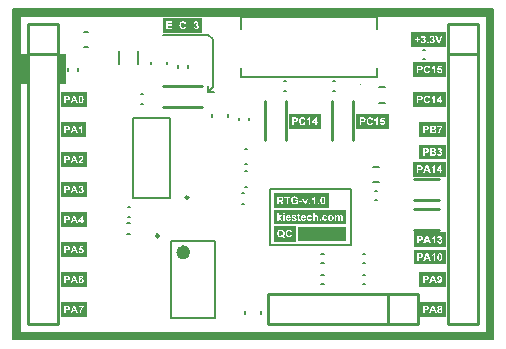
<source format=gto>
G04 Layer_Color=65535*
%FSLAX44Y44*%
%MOMM*%
G71*
G01*
G75*
%ADD34C,0.2500*%
%ADD35C,0.6000*%
%ADD36C,0.1000*%
%ADD37C,0.2032*%
%ADD38C,0.2000*%
%ADD39C,0.1270*%
%ADD40C,0.2540*%
%ADD41R,0.6350X2.5400*%
%ADD42R,40.6400X0.6350*%
%ADD43R,0.6350X27.9400*%
%ADD44R,4.1483X1.2954*%
G36*
X366229Y63572D02*
X338964D01*
Y76128D01*
X366229D01*
Y63572D01*
D02*
G37*
G36*
Y222322D02*
X338789D01*
Y234961D01*
X366229D01*
Y222322D01*
D02*
G37*
G36*
Y19122D02*
X343892D01*
Y31678D01*
X366229D01*
Y19122D01*
D02*
G37*
G36*
X282021Y97482D02*
X220520D01*
Y109982D01*
X282021D01*
Y97482D01*
D02*
G37*
G36*
X267164Y111434D02*
X220520D01*
Y124072D01*
X267164D01*
Y111434D01*
D02*
G37*
G36*
X149293Y259774D02*
X137727D01*
Y272404D01*
X149293D01*
Y259774D01*
D02*
G37*
G36*
X137512Y259890D02*
X126648D01*
Y272288D01*
X137512D01*
Y259890D01*
D02*
G37*
G36*
X160067Y259811D02*
X149813D01*
Y272367D01*
X160067D01*
Y259811D01*
D02*
G37*
G36*
X366229Y196932D02*
X338724D01*
Y209561D01*
X366229D01*
Y196932D01*
D02*
G37*
G36*
Y44522D02*
X343911D01*
Y57078D01*
X366229D01*
Y44522D01*
D02*
G37*
G36*
X62646Y69922D02*
X40180D01*
Y82441D01*
X62646D01*
Y69922D01*
D02*
G37*
G36*
X62462Y146243D02*
X40180D01*
Y158678D01*
X62462D01*
Y146243D01*
D02*
G37*
G36*
X62711Y95443D02*
X40180D01*
Y107868D01*
X62711D01*
Y95443D01*
D02*
G37*
G36*
X62526Y120722D02*
X40180D01*
Y133278D01*
X62526D01*
Y120722D01*
D02*
G37*
G36*
X62600Y44522D02*
X40180D01*
Y57078D01*
X62600D01*
Y44522D01*
D02*
G37*
G36*
X62517Y19243D02*
X40180D01*
Y31641D01*
X62517D01*
Y19243D01*
D02*
G37*
G36*
X239076Y82958D02*
X220520D01*
Y96132D01*
X239076D01*
Y82958D01*
D02*
G37*
G36*
X61454Y171643D02*
X40180D01*
Y184078D01*
X61454D01*
Y171643D01*
D02*
G37*
G36*
X62471Y196922D02*
X40180D01*
Y209478D01*
X62471D01*
Y196922D01*
D02*
G37*
G36*
X366229Y171643D02*
X343892D01*
Y184041D01*
X366229D01*
Y171643D01*
D02*
G37*
G36*
Y247722D02*
X336977D01*
Y260278D01*
X366229D01*
Y247722D01*
D02*
G37*
G36*
X260725Y178499D02*
X233220D01*
Y191128D01*
X260725D01*
Y178499D01*
D02*
G37*
G36*
X366229Y137970D02*
X338724D01*
Y150405D01*
X366229D01*
Y137970D01*
D02*
G37*
G36*
X317810Y178490D02*
X290370D01*
Y191128D01*
X317810D01*
Y178490D01*
D02*
G37*
G36*
X366229Y152472D02*
X343883D01*
Y165028D01*
X366229D01*
Y152472D01*
D02*
G37*
G36*
Y78160D02*
X338909D01*
Y90715D01*
X366229D01*
Y78160D01*
D02*
G37*
%LPC*%
G36*
X357238Y73128D02*
X356240D01*
X356147Y72915D01*
X356027Y72721D01*
X355897Y72536D01*
X355768Y72388D01*
X355657Y72268D01*
X355555Y72175D01*
X355518Y72138D01*
X355491Y72111D01*
X355472Y72101D01*
X355463Y72092D01*
X355260Y71944D01*
X355065Y71815D01*
X354890Y71713D01*
X354733Y71639D01*
X354603Y71583D01*
X354511Y71537D01*
X354474Y71528D01*
X354446Y71519D01*
X354437Y71510D01*
X354427D01*
Y70400D01*
X354760Y70530D01*
X355056Y70668D01*
X355195Y70742D01*
X355324Y70825D01*
X355444Y70899D01*
X355555Y70973D01*
X355657Y71047D01*
X355750Y71112D01*
X355824Y71167D01*
X355888Y71223D01*
X355944Y71269D01*
X355981Y71297D01*
X355999Y71315D01*
X356008Y71325D01*
Y66693D01*
X357238D01*
Y73128D01*
D02*
G37*
G36*
X351118Y73091D02*
X349749D01*
X347271Y66693D01*
X348640D01*
X349167Y68144D01*
X351737D01*
X352292Y66693D01*
X353688D01*
X351118Y73091D01*
D02*
G37*
G36*
X344322D02*
X341964D01*
Y66693D01*
X343259D01*
Y69106D01*
X344405D01*
X344544Y69115D01*
X344673D01*
X344794Y69124D01*
X344905Y69134D01*
X345006Y69143D01*
X345089Y69152D01*
X345173D01*
X345237Y69161D01*
X345302Y69170D01*
X345348Y69180D01*
X345385D01*
X345413Y69189D01*
X345432D01*
X345561Y69226D01*
X345681Y69272D01*
X345792Y69318D01*
X345894Y69374D01*
X345977Y69420D01*
X346042Y69457D01*
X346079Y69485D01*
X346097Y69494D01*
X346217Y69587D01*
X346319Y69688D01*
X346421Y69799D01*
X346495Y69892D01*
X346559Y69984D01*
X346606Y70058D01*
X346633Y70104D01*
X346643Y70123D01*
X346717Y70280D01*
X346772Y70446D01*
X346809Y70622D01*
X346837Y70779D01*
X346855Y70909D01*
Y70973D01*
X346865Y71020D01*
Y71066D01*
Y71094D01*
Y71112D01*
Y71121D01*
X346846Y71389D01*
X346809Y71639D01*
X346744Y71842D01*
X346680Y72027D01*
X346643Y72101D01*
X346606Y72166D01*
X346578Y72221D01*
X346541Y72277D01*
X346522Y72314D01*
X346504Y72342D01*
X346485Y72351D01*
Y72360D01*
X346338Y72527D01*
X346190Y72665D01*
X346032Y72776D01*
X345894Y72859D01*
X345764Y72915D01*
X345663Y72961D01*
X345626Y72970D01*
X345598Y72980D01*
X345579Y72989D01*
X345570D01*
X345496Y73007D01*
X345404Y73026D01*
X345293Y73035D01*
X345182Y73044D01*
X344923Y73063D01*
X344664Y73081D01*
X344424D01*
X344322Y73091D01*
D02*
G37*
G36*
X361241Y73128D02*
X361149D01*
X360983Y73118D01*
X360825Y73100D01*
X360668Y73063D01*
X360530Y73026D01*
X360400Y72970D01*
X360280Y72915D01*
X360178Y72859D01*
X360076Y72795D01*
X359993Y72730D01*
X359910Y72674D01*
X359845Y72619D01*
X359799Y72564D01*
X359753Y72527D01*
X359725Y72490D01*
X359707Y72471D01*
X359697Y72462D01*
X359586Y72305D01*
X359494Y72120D01*
X359411Y71926D01*
X359337Y71722D01*
X359281Y71510D01*
X359226Y71288D01*
X359189Y71075D01*
X359152Y70862D01*
X359133Y70659D01*
X359115Y70474D01*
X359096Y70298D01*
X359087Y70150D01*
X359078Y70030D01*
Y69938D01*
Y69901D01*
Y69873D01*
Y69864D01*
Y69855D01*
X359087Y69522D01*
X359106Y69217D01*
X359133Y68930D01*
X359170Y68671D01*
X359207Y68440D01*
X359254Y68227D01*
X359309Y68042D01*
X359365Y67876D01*
X359411Y67737D01*
X359466Y67608D01*
X359512Y67506D01*
X359559Y67423D01*
X359586Y67368D01*
X359614Y67321D01*
X359633Y67294D01*
X359642Y67284D01*
X359753Y67155D01*
X359873Y67053D01*
X359993Y66951D01*
X360123Y66877D01*
X360243Y66804D01*
X360372Y66748D01*
X360493Y66702D01*
X360613Y66665D01*
X360724Y66628D01*
X360825Y66609D01*
X360918Y66591D01*
X360992Y66582D01*
X361057D01*
X361112Y66572D01*
X361149D01*
X361315Y66582D01*
X361473Y66600D01*
X361630Y66637D01*
X361768Y66674D01*
X361898Y66720D01*
X362018Y66776D01*
X362120Y66841D01*
X362221Y66905D01*
X362305Y66961D01*
X362388Y67025D01*
X362453Y67081D01*
X362508Y67127D01*
X362545Y67164D01*
X362573Y67201D01*
X362591Y67220D01*
X362601Y67229D01*
X362711Y67386D01*
X362804Y67571D01*
X362896Y67765D01*
X362961Y67978D01*
X363026Y68190D01*
X363072Y68403D01*
X363118Y68625D01*
X363155Y68838D01*
X363174Y69041D01*
X363192Y69226D01*
X363211Y69402D01*
X363220Y69549D01*
X363229Y69670D01*
Y69762D01*
Y69799D01*
Y69827D01*
Y69836D01*
Y69845D01*
X363220Y70178D01*
X363201Y70483D01*
X363174Y70761D01*
X363128Y71020D01*
X363081Y71260D01*
X363035Y71473D01*
X362970Y71667D01*
X362915Y71833D01*
X362859Y71990D01*
X362804Y72111D01*
X362748Y72221D01*
X362702Y72314D01*
X362656Y72379D01*
X362628Y72425D01*
X362610Y72453D01*
X362601Y72462D01*
X362499Y72582D01*
X362388Y72684D01*
X362268Y72767D01*
X362147Y72850D01*
X362027Y72915D01*
X361907Y72961D01*
X361796Y73007D01*
X361676Y73044D01*
X361565Y73072D01*
X361473Y73091D01*
X361380Y73109D01*
X361306Y73118D01*
X361241Y73128D01*
D02*
G37*
%LPD*%
G36*
X351321Y69226D02*
X349555D01*
X350424Y71602D01*
X351321Y69226D01*
D02*
G37*
G36*
X344313Y72000D02*
X344396D01*
X344479Y71990D01*
X344599D01*
X344692Y71981D01*
X344757Y71972D01*
X344794Y71963D01*
X344803D01*
X344914Y71935D01*
X345015Y71898D01*
X345108Y71852D01*
X345182Y71796D01*
X345237Y71750D01*
X345284Y71713D01*
X345311Y71685D01*
X345321Y71676D01*
X345395Y71583D01*
X345441Y71491D01*
X345478Y71389D01*
X345505Y71297D01*
X345524Y71214D01*
X345533Y71149D01*
Y71112D01*
Y71094D01*
X345524Y70992D01*
X345515Y70899D01*
X345487Y70816D01*
X345459Y70742D01*
X345432Y70677D01*
X345413Y70631D01*
X345395Y70603D01*
X345385Y70594D01*
X345330Y70520D01*
X345256Y70456D01*
X345191Y70400D01*
X345126Y70354D01*
X345071Y70326D01*
X345025Y70298D01*
X344988Y70289D01*
X344978Y70280D01*
X344923Y70261D01*
X344858Y70252D01*
X344710Y70224D01*
X344544Y70206D01*
X344378Y70197D01*
X344211D01*
X344146Y70188D01*
X343259D01*
Y72009D01*
X344220D01*
X344313Y72000D01*
D02*
G37*
G36*
X361232Y72101D02*
X361306Y72092D01*
X361371Y72064D01*
X361426Y72037D01*
X361473Y72009D01*
X361510Y71990D01*
X361528Y71972D01*
X361537Y71963D01*
X361593Y71898D01*
X361648Y71815D01*
X361694Y71722D01*
X361741Y71630D01*
X361768Y71537D01*
X361796Y71463D01*
X361805Y71417D01*
X361815Y71408D01*
Y71399D01*
X361833Y71315D01*
X361852Y71214D01*
X361870Y71094D01*
X361889Y70973D01*
X361907Y70724D01*
X361916Y70465D01*
X361926Y70345D01*
Y70224D01*
X361935Y70123D01*
Y70030D01*
Y69956D01*
Y69892D01*
Y69855D01*
Y69845D01*
Y69642D01*
X361926Y69448D01*
Y69272D01*
X361916Y69115D01*
X361907Y68967D01*
X361898Y68838D01*
X361879Y68717D01*
X361870Y68616D01*
X361861Y68523D01*
X361842Y68449D01*
X361833Y68385D01*
X361824Y68329D01*
X361815Y68292D01*
Y68255D01*
X361805Y68246D01*
Y68237D01*
X361768Y68107D01*
X361722Y68005D01*
X361676Y67913D01*
X361639Y67848D01*
X361602Y67793D01*
X361565Y67756D01*
X361547Y67737D01*
X361537Y67728D01*
X361473Y67682D01*
X361408Y67645D01*
X361343Y67626D01*
X361278Y67608D01*
X361232Y67599D01*
X361186Y67590D01*
X361149D01*
X361066Y67599D01*
X360992Y67608D01*
X360927Y67636D01*
X360872Y67663D01*
X360825Y67682D01*
X360788Y67710D01*
X360770Y67719D01*
X360761Y67728D01*
X360705Y67793D01*
X360650Y67876D01*
X360603Y67969D01*
X360557Y68061D01*
X360530Y68144D01*
X360502Y68218D01*
X360493Y68264D01*
X360483Y68283D01*
X360465Y68375D01*
X360446Y68477D01*
X360428Y68588D01*
X360419Y68708D01*
X360400Y68967D01*
X360391Y69226D01*
X360382Y69346D01*
Y69466D01*
X360372Y69568D01*
Y69661D01*
Y69734D01*
Y69799D01*
Y69836D01*
Y69845D01*
Y70049D01*
X360382Y70243D01*
Y70409D01*
X360391Y70576D01*
X360400Y70715D01*
X360409Y70853D01*
X360419Y70964D01*
X360437Y71075D01*
X360446Y71167D01*
X360456Y71241D01*
X360465Y71306D01*
X360474Y71362D01*
X360483Y71399D01*
Y71436D01*
X360493Y71445D01*
Y71454D01*
X360530Y71583D01*
X360576Y71694D01*
X360613Y71778D01*
X360659Y71852D01*
X360696Y71898D01*
X360724Y71935D01*
X360742Y71953D01*
X360751Y71963D01*
X360816Y72009D01*
X360890Y72046D01*
X360955Y72074D01*
X361020Y72092D01*
X361066Y72101D01*
X361112Y72111D01*
X361149D01*
X361232Y72101D01*
D02*
G37*
%LPC*%
G36*
X350618Y231961D02*
X350507D01*
X350267Y231952D01*
X350027Y231924D01*
X349814Y231878D01*
X349601Y231822D01*
X349416Y231757D01*
X349231Y231683D01*
X349074Y231600D01*
X348926Y231517D01*
X348788Y231434D01*
X348677Y231351D01*
X348575Y231277D01*
X348492Y231212D01*
X348427Y231156D01*
X348381Y231110D01*
X348353Y231082D01*
X348344Y231073D01*
X348196Y230898D01*
X348076Y230713D01*
X347965Y230518D01*
X347872Y230315D01*
X347789Y230102D01*
X347724Y229899D01*
X347669Y229696D01*
X347623Y229501D01*
X347586Y229307D01*
X347567Y229141D01*
X347549Y228984D01*
X347530Y228854D01*
Y228743D01*
X347521Y228660D01*
Y228605D01*
Y228595D01*
Y228586D01*
X347530Y228309D01*
X347558Y228050D01*
X347595Y227800D01*
X347650Y227578D01*
X347706Y227366D01*
X347780Y227162D01*
X347854Y226987D01*
X347928Y226829D01*
X348002Y226681D01*
X348076Y226552D01*
X348150Y226450D01*
X348205Y226358D01*
X348261Y226293D01*
X348298Y226238D01*
X348325Y226210D01*
X348335Y226201D01*
X348492Y226044D01*
X348658Y225914D01*
X348834Y225794D01*
X349010Y225702D01*
X349185Y225618D01*
X349361Y225544D01*
X349527Y225489D01*
X349684Y225443D01*
X349842Y225406D01*
X349980Y225378D01*
X350110Y225359D01*
X350211Y225350D01*
X350304Y225341D01*
X350369Y225332D01*
X350424D01*
X350618Y225341D01*
X350794Y225350D01*
X350970Y225378D01*
X351127Y225415D01*
X351275Y225452D01*
X351413Y225489D01*
X351543Y225535D01*
X351663Y225591D01*
X351765Y225637D01*
X351857Y225683D01*
X351940Y225720D01*
X352005Y225757D01*
X352061Y225794D01*
X352098Y225822D01*
X352116Y225831D01*
X352125Y225840D01*
X352245Y225942D01*
X352356Y226053D01*
X352560Y226303D01*
X352726Y226561D01*
X352856Y226811D01*
X352911Y226931D01*
X352957Y227042D01*
X352994Y227144D01*
X353031Y227227D01*
X353059Y227301D01*
X353078Y227356D01*
X353087Y227393D01*
Y227403D01*
X351829Y227791D01*
X351755Y227541D01*
X351672Y227329D01*
X351589Y227153D01*
X351497Y227005D01*
X351423Y226894D01*
X351358Y226820D01*
X351312Y226774D01*
X351293Y226756D01*
X351145Y226645D01*
X350997Y226571D01*
X350849Y226515D01*
X350720Y226469D01*
X350600Y226450D01*
X350498Y226441D01*
X350461Y226432D01*
X350415D01*
X350285Y226441D01*
X350165Y226450D01*
X349943Y226515D01*
X349749Y226589D01*
X349592Y226691D01*
X349463Y226783D01*
X349370Y226857D01*
X349333Y226894D01*
X349305Y226922D01*
X349296Y226931D01*
X349287Y226940D01*
X349213Y227042D01*
X349148Y227162D01*
X349084Y227292D01*
X349037Y227430D01*
X348963Y227717D01*
X348908Y228004D01*
X348889Y228142D01*
X348880Y228263D01*
X348862Y228383D01*
Y228484D01*
X348852Y228558D01*
Y228623D01*
Y228669D01*
Y228679D01*
X348862Y228891D01*
X348871Y229085D01*
X348889Y229261D01*
X348917Y229428D01*
X348954Y229575D01*
X348991Y229714D01*
X349028Y229834D01*
X349074Y229945D01*
X349111Y230038D01*
X349148Y230121D01*
X349185Y230186D01*
X349222Y230241D01*
X349250Y230287D01*
X349268Y230315D01*
X349287Y230334D01*
Y230343D01*
X349370Y230435D01*
X349463Y230518D01*
X349555Y230583D01*
X349657Y230639D01*
X349851Y230731D01*
X350036Y230796D01*
X350193Y230833D01*
X350267Y230842D01*
X350322Y230851D01*
X350378Y230861D01*
X350443D01*
X350628Y230851D01*
X350794Y230814D01*
X350942Y230768D01*
X351071Y230713D01*
X351173Y230657D01*
X351247Y230611D01*
X351293Y230574D01*
X351312Y230565D01*
X351432Y230454D01*
X351543Y230324D01*
X351626Y230195D01*
X351691Y230065D01*
X351737Y229954D01*
X351765Y229871D01*
X351783Y229834D01*
Y229807D01*
X351792Y229797D01*
Y229788D01*
X353068Y230093D01*
X352976Y230361D01*
X352874Y230592D01*
X352763Y230796D01*
X352662Y230962D01*
X352560Y231092D01*
X352523Y231147D01*
X352486Y231193D01*
X352458Y231221D01*
X352430Y231249D01*
X352421Y231267D01*
X352412D01*
X352273Y231388D01*
X352116Y231499D01*
X351968Y231591D01*
X351811Y231665D01*
X351645Y231739D01*
X351487Y231794D01*
X351330Y231841D01*
X351182Y231878D01*
X351044Y231905D01*
X350914Y231924D01*
X350803Y231942D01*
X350701Y231952D01*
X350618Y231961D01*
D02*
G37*
G36*
X344146Y231841D02*
X341789D01*
Y225443D01*
X343083D01*
Y227856D01*
X344230D01*
X344368Y227865D01*
X344498D01*
X344618Y227874D01*
X344729Y227883D01*
X344831Y227893D01*
X344914Y227902D01*
X344997D01*
X345062Y227911D01*
X345126Y227920D01*
X345173Y227930D01*
X345210D01*
X345237Y227939D01*
X345256D01*
X345385Y227976D01*
X345505Y228022D01*
X345616Y228068D01*
X345718Y228124D01*
X345801Y228170D01*
X345866Y228207D01*
X345903Y228235D01*
X345922Y228244D01*
X346042Y228337D01*
X346143Y228438D01*
X346245Y228549D01*
X346319Y228642D01*
X346384Y228734D01*
X346430Y228808D01*
X346458Y228854D01*
X346467Y228873D01*
X346541Y229030D01*
X346596Y229196D01*
X346633Y229372D01*
X346661Y229529D01*
X346680Y229659D01*
Y229723D01*
X346689Y229770D01*
Y229816D01*
Y229844D01*
Y229862D01*
Y229871D01*
X346670Y230139D01*
X346633Y230389D01*
X346569Y230592D01*
X346504Y230777D01*
X346467Y230851D01*
X346430Y230916D01*
X346402Y230972D01*
X346365Y231027D01*
X346347Y231064D01*
X346328Y231092D01*
X346310Y231101D01*
Y231110D01*
X346162Y231277D01*
X346014Y231415D01*
X345857Y231526D01*
X345718Y231609D01*
X345589Y231665D01*
X345487Y231711D01*
X345450Y231720D01*
X345422Y231730D01*
X345404Y231739D01*
X345395D01*
X345321Y231757D01*
X345228Y231776D01*
X345117Y231785D01*
X345006Y231794D01*
X344747Y231813D01*
X344488Y231831D01*
X344248D01*
X344146Y231841D01*
D02*
G37*
G36*
X357062Y231878D02*
X356064D01*
X355971Y231665D01*
X355851Y231471D01*
X355722Y231286D01*
X355592Y231138D01*
X355481Y231018D01*
X355380Y230925D01*
X355343Y230888D01*
X355315Y230861D01*
X355297Y230851D01*
X355287Y230842D01*
X355084Y230694D01*
X354890Y230565D01*
X354714Y230463D01*
X354557Y230389D01*
X354427Y230334D01*
X354335Y230287D01*
X354298Y230278D01*
X354270Y230269D01*
X354261Y230260D01*
X354252D01*
Y229150D01*
X354585Y229280D01*
X354880Y229418D01*
X355019Y229492D01*
X355149Y229575D01*
X355269Y229649D01*
X355380Y229723D01*
X355481Y229797D01*
X355574Y229862D01*
X355648Y229918D01*
X355713Y229973D01*
X355768Y230019D01*
X355805Y230047D01*
X355824Y230065D01*
X355833Y230075D01*
Y225443D01*
X357062D01*
Y231878D01*
D02*
G37*
G36*
X362943Y231757D02*
X359697D01*
X359069Y228420D01*
X360058Y228281D01*
X360141Y228364D01*
X360224Y228438D01*
X360308Y228503D01*
X360391Y228558D01*
X360548Y228642D01*
X360696Y228697D01*
X360825Y228725D01*
X360918Y228743D01*
X360955Y228753D01*
X361010D01*
X361158Y228743D01*
X361297Y228706D01*
X361417Y228660D01*
X361519Y228605D01*
X361593Y228540D01*
X361657Y228494D01*
X361694Y228457D01*
X361704Y228447D01*
X361796Y228327D01*
X361861Y228189D01*
X361907Y228041D01*
X361935Y227893D01*
X361963Y227763D01*
X361972Y227662D01*
Y227615D01*
Y227588D01*
Y227569D01*
Y227560D01*
X361963Y227338D01*
X361935Y227144D01*
X361889Y226987D01*
X361842Y226857D01*
X361787Y226746D01*
X361750Y226672D01*
X361713Y226635D01*
X361704Y226617D01*
X361602Y226515D01*
X361491Y226432D01*
X361380Y226376D01*
X361278Y226339D01*
X361186Y226321D01*
X361112Y226312D01*
X361066Y226303D01*
X361047D01*
X360927Y226312D01*
X360807Y226339D01*
X360705Y226376D01*
X360622Y226423D01*
X360548Y226469D01*
X360493Y226506D01*
X360456Y226534D01*
X360446Y226543D01*
X360363Y226645D01*
X360289Y226746D01*
X360234Y226857D01*
X360197Y226959D01*
X360169Y227051D01*
X360150Y227135D01*
X360141Y227181D01*
Y227199D01*
X358921Y227070D01*
X358949Y226922D01*
X358976Y226783D01*
X359069Y226534D01*
X359170Y226312D01*
X359226Y226219D01*
X359291Y226127D01*
X359346Y226053D01*
X359392Y225988D01*
X359448Y225933D01*
X359485Y225877D01*
X359522Y225840D01*
X359549Y225812D01*
X359568Y225803D01*
X359577Y225794D01*
X359688Y225711D01*
X359799Y225637D01*
X359919Y225572D01*
X360039Y225526D01*
X360289Y225433D01*
X360511Y225378D01*
X360622Y225359D01*
X360714Y225350D01*
X360807Y225341D01*
X360881Y225332D01*
X360946Y225322D01*
X361029D01*
X361232Y225332D01*
X361426Y225359D01*
X361602Y225396D01*
X361768Y225452D01*
X361926Y225517D01*
X362064Y225591D01*
X362194Y225665D01*
X362314Y225748D01*
X362416Y225822D01*
X362508Y225896D01*
X362591Y225970D01*
X362656Y226034D01*
X362702Y226090D01*
X362739Y226127D01*
X362758Y226154D01*
X362767Y226164D01*
X362850Y226284D01*
X362924Y226404D01*
X362980Y226524D01*
X363035Y226654D01*
X363118Y226894D01*
X363174Y227116D01*
X363192Y227208D01*
X363201Y227301D01*
X363220Y227384D01*
Y227458D01*
X363229Y227514D01*
Y227551D01*
Y227578D01*
Y227588D01*
X363220Y227763D01*
X363201Y227930D01*
X363174Y228087D01*
X363137Y228235D01*
X363100Y228364D01*
X363044Y228494D01*
X362998Y228614D01*
X362943Y228716D01*
X362887Y228808D01*
X362841Y228891D01*
X362785Y228965D01*
X362748Y229021D01*
X362711Y229067D01*
X362684Y229104D01*
X362665Y229122D01*
X362656Y229132D01*
X362545Y229233D01*
X362434Y229326D01*
X362314Y229409D01*
X362194Y229483D01*
X362083Y229538D01*
X361963Y229585D01*
X361750Y229659D01*
X361648Y229686D01*
X361556Y229705D01*
X361473Y229714D01*
X361408Y229723D01*
X361352Y229733D01*
X361269D01*
X361112Y229723D01*
X360955Y229696D01*
X360816Y229668D01*
X360687Y229631D01*
X360585Y229585D01*
X360502Y229557D01*
X360446Y229529D01*
X360437Y229520D01*
X360428D01*
X360622Y230611D01*
X362943D01*
Y231757D01*
D02*
G37*
%LPD*%
G36*
X344137Y230750D02*
X344220D01*
X344304Y230740D01*
X344424D01*
X344516Y230731D01*
X344581Y230722D01*
X344618Y230713D01*
X344627D01*
X344738Y230685D01*
X344840Y230648D01*
X344932Y230602D01*
X345006Y230546D01*
X345062Y230500D01*
X345108Y230463D01*
X345136Y230435D01*
X345145Y230426D01*
X345219Y230334D01*
X345265Y230241D01*
X345302Y230139D01*
X345330Y230047D01*
X345348Y229964D01*
X345358Y229899D01*
Y229862D01*
Y229844D01*
X345348Y229742D01*
X345339Y229649D01*
X345311Y229566D01*
X345284Y229492D01*
X345256Y229428D01*
X345237Y229381D01*
X345219Y229354D01*
X345210Y229344D01*
X345154Y229270D01*
X345080Y229206D01*
X345015Y229150D01*
X344951Y229104D01*
X344895Y229076D01*
X344849Y229048D01*
X344812Y229039D01*
X344803Y229030D01*
X344747Y229011D01*
X344683Y229002D01*
X344535Y228974D01*
X344368Y228956D01*
X344202Y228947D01*
X344035D01*
X343971Y228937D01*
X343083D01*
Y230759D01*
X344045D01*
X344137Y230750D01*
D02*
G37*
%LPC*%
G36*
X361186Y28678D02*
X361093D01*
X360927Y28668D01*
X360770Y28659D01*
X360622Y28631D01*
X360483Y28604D01*
X360354Y28567D01*
X360234Y28530D01*
X360132Y28483D01*
X360039Y28446D01*
X359947Y28400D01*
X359873Y28354D01*
X359818Y28317D01*
X359762Y28280D01*
X359725Y28252D01*
X359697Y28224D01*
X359679Y28215D01*
X359670Y28206D01*
X359586Y28114D01*
X359503Y28021D01*
X359439Y27919D01*
X359383Y27827D01*
X359291Y27624D01*
X359235Y27439D01*
X359198Y27272D01*
X359189Y27198D01*
X359180Y27143D01*
X359170Y27087D01*
Y27050D01*
Y27032D01*
Y27023D01*
X359180Y26865D01*
X359207Y26727D01*
X359235Y26588D01*
X359281Y26477D01*
X359318Y26375D01*
X359346Y26311D01*
X359374Y26265D01*
X359383Y26246D01*
X359476Y26126D01*
X359586Y26015D01*
X359697Y25922D01*
X359818Y25839D01*
X359919Y25784D01*
X360003Y25738D01*
X360058Y25710D01*
X360067Y25701D01*
X360076D01*
X359882Y25599D01*
X359716Y25497D01*
X359577Y25386D01*
X359466Y25275D01*
X359374Y25173D01*
X359309Y25099D01*
X359272Y25044D01*
X359263Y25035D01*
Y25026D01*
X359180Y24859D01*
X359115Y24693D01*
X359078Y24526D01*
X359041Y24378D01*
X359022Y24258D01*
X359013Y24156D01*
Y24120D01*
Y24092D01*
Y24073D01*
Y24064D01*
X359022Y23888D01*
X359041Y23731D01*
X359078Y23574D01*
X359124Y23435D01*
X359170Y23297D01*
X359226Y23176D01*
X359291Y23066D01*
X359355Y22964D01*
X359420Y22881D01*
X359485Y22797D01*
X359540Y22733D01*
X359586Y22677D01*
X359633Y22631D01*
X359670Y22603D01*
X359688Y22585D01*
X359697Y22576D01*
X359808Y22492D01*
X359929Y22427D01*
X360049Y22363D01*
X360169Y22317D01*
X360409Y22233D01*
X360640Y22178D01*
X360751Y22159D01*
X360844Y22150D01*
X360927Y22141D01*
X361001Y22132D01*
X361066Y22122D01*
X361149D01*
X361325Y22132D01*
X361482Y22150D01*
X361639Y22178D01*
X361787Y22206D01*
X361916Y22252D01*
X362037Y22298D01*
X362157Y22344D01*
X362258Y22400D01*
X362351Y22455D01*
X362425Y22501D01*
X362499Y22548D01*
X362554Y22594D01*
X362601Y22622D01*
X362628Y22649D01*
X362647Y22668D01*
X362656Y22677D01*
X362758Y22788D01*
X362841Y22899D01*
X362924Y23019D01*
X362989Y23140D01*
X363044Y23260D01*
X363091Y23380D01*
X363155Y23611D01*
X363183Y23713D01*
X363201Y23805D01*
X363211Y23898D01*
X363220Y23972D01*
X363229Y24036D01*
Y24083D01*
Y24110D01*
Y24120D01*
X363220Y24314D01*
X363183Y24489D01*
X363146Y24656D01*
X363091Y24794D01*
X363044Y24905D01*
X362998Y24989D01*
X362961Y25044D01*
X362952Y25062D01*
X362841Y25210D01*
X362711Y25340D01*
X362573Y25451D01*
X362443Y25534D01*
X362323Y25608D01*
X362231Y25663D01*
X362194Y25682D01*
X362166Y25691D01*
X362147Y25701D01*
X362138D01*
X362286Y25774D01*
X362416Y25858D01*
X362527Y25941D01*
X362619Y26033D01*
X362693Y26107D01*
X362739Y26172D01*
X362776Y26209D01*
X362785Y26228D01*
X362869Y26366D01*
X362924Y26505D01*
X362970Y26634D01*
X362998Y26755D01*
X363017Y26865D01*
X363026Y26949D01*
Y27004D01*
Y27013D01*
Y27023D01*
X363017Y27152D01*
X363007Y27281D01*
X362943Y27513D01*
X362869Y27707D01*
X362776Y27882D01*
X362674Y28021D01*
X362637Y28077D01*
X362601Y28123D01*
X362564Y28160D01*
X362536Y28187D01*
X362527Y28197D01*
X362517Y28206D01*
X362416Y28289D01*
X362314Y28363D01*
X362194Y28428D01*
X362083Y28483D01*
X361842Y28567D01*
X361611Y28622D01*
X361510Y28641D01*
X361408Y28650D01*
X361325Y28659D01*
X361241Y28668D01*
X361186Y28678D01*
D02*
G37*
G36*
X349250Y28641D02*
X346892D01*
Y22243D01*
X348187D01*
Y24656D01*
X349333D01*
X349472Y24665D01*
X349601D01*
X349721Y24674D01*
X349832Y24683D01*
X349934Y24693D01*
X350017Y24702D01*
X350101D01*
X350165Y24711D01*
X350230Y24720D01*
X350276Y24730D01*
X350313D01*
X350341Y24739D01*
X350359D01*
X350489Y24776D01*
X350609Y24822D01*
X350720Y24868D01*
X350822Y24924D01*
X350905Y24970D01*
X350970Y25007D01*
X351007Y25035D01*
X351025Y25044D01*
X351145Y25136D01*
X351247Y25238D01*
X351349Y25349D01*
X351423Y25442D01*
X351487Y25534D01*
X351534Y25608D01*
X351561Y25654D01*
X351571Y25673D01*
X351645Y25830D01*
X351700Y25996D01*
X351737Y26172D01*
X351765Y26329D01*
X351783Y26459D01*
Y26523D01*
X351792Y26570D01*
Y26616D01*
Y26644D01*
Y26662D01*
Y26671D01*
X351774Y26939D01*
X351737Y27189D01*
X351672Y27392D01*
X351608Y27577D01*
X351571Y27651D01*
X351534Y27716D01*
X351506Y27771D01*
X351469Y27827D01*
X351450Y27864D01*
X351432Y27892D01*
X351413Y27901D01*
Y27910D01*
X351265Y28077D01*
X351118Y28215D01*
X350960Y28326D01*
X350822Y28409D01*
X350692Y28465D01*
X350591Y28511D01*
X350554Y28520D01*
X350526Y28530D01*
X350507Y28539D01*
X350498D01*
X350424Y28557D01*
X350332Y28576D01*
X350221Y28585D01*
X350110Y28594D01*
X349851Y28613D01*
X349592Y28631D01*
X349352D01*
X349250Y28641D01*
D02*
G37*
G36*
X356045D02*
X354677D01*
X352199Y22243D01*
X353568D01*
X354095Y23694D01*
X356665D01*
X357220Y22243D01*
X358616D01*
X356045Y28641D01*
D02*
G37*
%LPD*%
G36*
X361223Y27698D02*
X361334Y27670D01*
X361426Y27642D01*
X361510Y27605D01*
X361574Y27559D01*
X361620Y27531D01*
X361648Y27503D01*
X361657Y27494D01*
X361731Y27411D01*
X361778Y27318D01*
X361815Y27226D01*
X361842Y27134D01*
X361861Y27060D01*
X361870Y26995D01*
Y26958D01*
Y26939D01*
X361861Y26810D01*
X361833Y26690D01*
X361805Y26597D01*
X361768Y26514D01*
X361722Y26440D01*
X361694Y26394D01*
X361667Y26366D01*
X361657Y26357D01*
X361574Y26292D01*
X361482Y26237D01*
X361389Y26200D01*
X361297Y26181D01*
X361214Y26163D01*
X361149Y26154D01*
X361093D01*
X360973Y26163D01*
X360862Y26181D01*
X360770Y26218D01*
X360687Y26255D01*
X360622Y26292D01*
X360576Y26329D01*
X360548Y26348D01*
X360539Y26357D01*
X360474Y26440D01*
X360419Y26533D01*
X360382Y26625D01*
X360363Y26718D01*
X360345Y26801D01*
X360335Y26865D01*
Y26912D01*
Y26930D01*
X360345Y27060D01*
X360363Y27171D01*
X360400Y27263D01*
X360437Y27346D01*
X360474Y27411D01*
X360511Y27457D01*
X360530Y27485D01*
X360539Y27494D01*
X360622Y27568D01*
X360714Y27614D01*
X360807Y27651D01*
X360899Y27679D01*
X360983Y27698D01*
X361047Y27707D01*
X361103D01*
X361223Y27698D01*
D02*
G37*
G36*
X361251Y25173D02*
X361380Y25136D01*
X361491Y25099D01*
X361584Y25044D01*
X361657Y24998D01*
X361713Y24952D01*
X361750Y24915D01*
X361759Y24905D01*
X361842Y24794D01*
X361907Y24674D01*
X361953Y24554D01*
X361990Y24434D01*
X362009Y24332D01*
X362018Y24249D01*
Y24193D01*
Y24184D01*
Y24175D01*
X362009Y23990D01*
X361981Y23833D01*
X361935Y23694D01*
X361889Y23583D01*
X361842Y23491D01*
X361796Y23435D01*
X361768Y23389D01*
X361759Y23380D01*
X361657Y23287D01*
X361556Y23223D01*
X361454Y23176D01*
X361352Y23149D01*
X361260Y23130D01*
X361195Y23112D01*
X361130D01*
X360992Y23121D01*
X360862Y23158D01*
X360751Y23204D01*
X360659Y23250D01*
X360585Y23306D01*
X360530Y23343D01*
X360493Y23380D01*
X360483Y23389D01*
X360400Y23509D01*
X360335Y23639D01*
X360289Y23768D01*
X360261Y23898D01*
X360243Y24018D01*
X360224Y24110D01*
Y24147D01*
Y24175D01*
Y24184D01*
Y24193D01*
X360234Y24323D01*
X360261Y24452D01*
X360289Y24563D01*
X360335Y24665D01*
X360372Y24748D01*
X360400Y24813D01*
X360428Y24850D01*
X360437Y24868D01*
X360530Y24970D01*
X360640Y25053D01*
X360751Y25109D01*
X360862Y25146D01*
X360955Y25164D01*
X361038Y25183D01*
X361112D01*
X361251Y25173D01*
D02*
G37*
G36*
X349241Y27550D02*
X349324D01*
X349407Y27540D01*
X349527D01*
X349620Y27531D01*
X349684Y27522D01*
X349721Y27513D01*
X349731D01*
X349842Y27485D01*
X349943Y27448D01*
X350036Y27402D01*
X350110Y27346D01*
X350165Y27300D01*
X350211Y27263D01*
X350239Y27235D01*
X350248Y27226D01*
X350322Y27134D01*
X350369Y27041D01*
X350406Y26939D01*
X350433Y26847D01*
X350452Y26764D01*
X350461Y26699D01*
Y26662D01*
Y26644D01*
X350452Y26542D01*
X350443Y26449D01*
X350415Y26366D01*
X350387Y26292D01*
X350359Y26228D01*
X350341Y26181D01*
X350322Y26154D01*
X350313Y26144D01*
X350258Y26070D01*
X350184Y26006D01*
X350119Y25950D01*
X350054Y25904D01*
X349999Y25876D01*
X349953Y25848D01*
X349916Y25839D01*
X349906Y25830D01*
X349851Y25811D01*
X349786Y25802D01*
X349638Y25774D01*
X349472Y25756D01*
X349305Y25747D01*
X349139D01*
X349074Y25738D01*
X348187D01*
Y27559D01*
X349148D01*
X349241Y27550D01*
D02*
G37*
G36*
X356249Y24776D02*
X354483D01*
X355352Y27152D01*
X356249Y24776D01*
D02*
G37*
%LPC*%
G36*
X237841Y105327D02*
X237499D01*
X237333Y105309D01*
X237176Y105290D01*
X237028Y105262D01*
X236898Y105234D01*
X236778Y105198D01*
X236667Y105161D01*
X236565Y105124D01*
X236482Y105077D01*
X236408Y105040D01*
X236344Y105003D01*
X236297Y104976D01*
X236251Y104948D01*
X236224Y104929D01*
X236214Y104920D01*
X236205Y104911D01*
X236122Y104837D01*
X236048Y104754D01*
X235983Y104671D01*
X235937Y104578D01*
X235844Y104412D01*
X235789Y104255D01*
X235761Y104116D01*
X235752Y104051D01*
X235743Y104005D01*
X235733Y103959D01*
Y103931D01*
Y103912D01*
Y103903D01*
X235743Y103783D01*
X235761Y103672D01*
X235780Y103561D01*
X235817Y103459D01*
X235909Y103284D01*
X236011Y103136D01*
X236103Y103016D01*
X236196Y102932D01*
X236233Y102895D01*
X236251Y102877D01*
X236270Y102868D01*
X236279Y102858D01*
X236362Y102812D01*
X236473Y102757D01*
X236602Y102701D01*
X236741Y102655D01*
X236889Y102599D01*
X237046Y102553D01*
X237370Y102461D01*
X237527Y102415D01*
X237675Y102378D01*
X237805Y102341D01*
X237925Y102313D01*
X238026Y102294D01*
X238100Y102276D01*
X238146Y102257D01*
X238165D01*
X238276Y102230D01*
X238359Y102202D01*
X238433Y102174D01*
X238489Y102156D01*
X238526Y102128D01*
X238553Y102119D01*
X238572Y102100D01*
X238627Y102026D01*
X238655Y101952D01*
X238664Y101897D01*
Y101878D01*
Y101869D01*
X238655Y101795D01*
X238637Y101730D01*
X238609Y101675D01*
X238581Y101629D01*
X238553Y101592D01*
X238526Y101564D01*
X238507Y101545D01*
X238498Y101536D01*
X238396Y101481D01*
X238285Y101444D01*
X238165Y101407D01*
X238054Y101388D01*
X237952Y101379D01*
X237860Y101370D01*
X237786D01*
X237629Y101379D01*
X237499Y101398D01*
X237379Y101425D01*
X237287Y101462D01*
X237213Y101490D01*
X237157Y101518D01*
X237120Y101536D01*
X237111Y101545D01*
X237028Y101620D01*
X236963Y101712D01*
X236908Y101795D01*
X236861Y101888D01*
X236834Y101971D01*
X236815Y102036D01*
X236797Y102072D01*
Y102091D01*
X235567Y101906D01*
X235650Y101675D01*
X235752Y101462D01*
X235863Y101287D01*
X235983Y101139D01*
X236094Y101018D01*
X236196Y100935D01*
X236224Y100898D01*
X236251Y100880D01*
X236270Y100871D01*
X236279Y100861D01*
X236390Y100797D01*
X236501Y100732D01*
X236751Y100639D01*
X237000Y100575D01*
X237241Y100528D01*
X237351Y100510D01*
X237453Y100501D01*
X237546Y100492D01*
X237629D01*
X237694Y100482D01*
X237786D01*
X237971Y100492D01*
X238146Y100501D01*
X238313Y100528D01*
X238470Y100556D01*
X238609Y100584D01*
X238738Y100630D01*
X238859Y100667D01*
X238960Y100713D01*
X239053Y100750D01*
X239136Y100797D01*
X239200Y100834D01*
X239256Y100861D01*
X239302Y100898D01*
X239330Y100917D01*
X239349Y100926D01*
X239358Y100935D01*
X239450Y101028D01*
X239533Y101120D01*
X239607Y101213D01*
X239672Y101305D01*
X239718Y101398D01*
X239764Y101490D01*
X239829Y101657D01*
X239866Y101814D01*
X239876Y101878D01*
X239885Y101925D01*
X239894Y101971D01*
Y102008D01*
Y102026D01*
Y102036D01*
X239876Y102239D01*
X239829Y102424D01*
X239774Y102581D01*
X239700Y102711D01*
X239626Y102812D01*
X239570Y102886D01*
X239524Y102923D01*
X239506Y102942D01*
X239422Y102997D01*
X239339Y103062D01*
X239237Y103108D01*
X239127Y103163D01*
X238905Y103256D01*
X238673Y103339D01*
X238470Y103404D01*
X238378Y103422D01*
X238295Y103450D01*
X238230Y103469D01*
X238183Y103478D01*
X238146Y103487D01*
X238137D01*
X237962Y103533D01*
X237805Y103570D01*
X237666Y103607D01*
X237546Y103644D01*
X237435Y103672D01*
X237342Y103700D01*
X237268Y103728D01*
X237194Y103746D01*
X237139Y103774D01*
X237092Y103792D01*
X237056Y103801D01*
X237037Y103820D01*
X237000Y103829D01*
X236991Y103839D01*
X236954Y103875D01*
X236926Y103912D01*
X236889Y103986D01*
X236871Y104042D01*
Y104051D01*
Y104060D01*
X236880Y104116D01*
X236889Y104162D01*
X236945Y104245D01*
X236991Y104291D01*
X237000Y104310D01*
X237009D01*
X237102Y104356D01*
X237204Y104393D01*
X237314Y104412D01*
X237435Y104430D01*
X237536Y104439D01*
X237619Y104449D01*
X237703D01*
X237841Y104439D01*
X237962Y104430D01*
X238063Y104402D01*
X238146Y104375D01*
X238211Y104347D01*
X238258Y104328D01*
X238285Y104310D01*
X238295Y104301D01*
X238368Y104245D01*
X238424Y104180D01*
X238479Y104116D01*
X238516Y104042D01*
X238544Y103986D01*
X238563Y103940D01*
X238581Y103903D01*
Y103894D01*
X239737Y104107D01*
X239663Y104319D01*
X239561Y104504D01*
X239459Y104661D01*
X239349Y104782D01*
X239256Y104883D01*
X239173Y104957D01*
X239117Y104994D01*
X239108Y105013D01*
X239099D01*
X239006Y105068D01*
X238905Y105114D01*
X238683Y105198D01*
X238452Y105253D01*
X238221Y105290D01*
X238110Y105299D01*
X238008Y105309D01*
X237915Y105318D01*
X237841Y105327D01*
D02*
G37*
G36*
X263895D02*
X263812D01*
X263627Y105318D01*
X263452Y105299D01*
X263276Y105272D01*
X263128Y105225D01*
X262980Y105179D01*
X262841Y105124D01*
X262721Y105068D01*
X262610Y105003D01*
X262509Y104948D01*
X262425Y104883D01*
X262351Y104828D01*
X262287Y104782D01*
X262241Y104735D01*
X262204Y104707D01*
X262185Y104689D01*
X262176Y104680D01*
X262074Y104550D01*
X261982Y104421D01*
X261898Y104282D01*
X261824Y104134D01*
X261769Y103986D01*
X261723Y103839D01*
X261649Y103552D01*
X261621Y103413D01*
X261603Y103293D01*
X261593Y103182D01*
X261584Y103080D01*
X261575Y103006D01*
Y102942D01*
Y102905D01*
Y102895D01*
X261584Y102692D01*
X261603Y102489D01*
X261630Y102313D01*
X261667Y102137D01*
X261714Y101980D01*
X261769Y101832D01*
X261815Y101703D01*
X261880Y101582D01*
X261936Y101472D01*
X261982Y101379D01*
X262037Y101305D01*
X262083Y101240D01*
X262120Y101185D01*
X262148Y101148D01*
X262167Y101130D01*
X262176Y101120D01*
X262296Y101009D01*
X262416Y100908D01*
X262546Y100824D01*
X262684Y100750D01*
X262814Y100686D01*
X262952Y100639D01*
X263082Y100593D01*
X263211Y100566D01*
X263332Y100538D01*
X263442Y100519D01*
X263544Y100501D01*
X263627Y100492D01*
X263692Y100482D01*
X263794D01*
X263960Y100492D01*
X264108Y100501D01*
X264256Y100519D01*
X264395Y100547D01*
X264524Y100575D01*
X264635Y100612D01*
X264746Y100649D01*
X264839Y100695D01*
X264931Y100732D01*
X265005Y100769D01*
X265070Y100806D01*
X265125Y100834D01*
X265162Y100861D01*
X265190Y100880D01*
X265208Y100898D01*
X265218D01*
X265310Y100982D01*
X265403Y101074D01*
X265560Y101277D01*
X265689Y101481D01*
X265782Y101684D01*
X265856Y101869D01*
X265883Y101952D01*
X265911Y102017D01*
X265930Y102072D01*
X265939Y102119D01*
X265948Y102147D01*
Y102156D01*
X264746Y102359D01*
X264709Y102193D01*
X264654Y102045D01*
X264607Y101925D01*
X264552Y101832D01*
X264496Y101758D01*
X264459Y101712D01*
X264432Y101684D01*
X264422Y101675D01*
X264330Y101610D01*
X264238Y101564D01*
X264145Y101527D01*
X264053Y101509D01*
X263969Y101490D01*
X263905Y101481D01*
X263849D01*
X263683Y101499D01*
X263535Y101536D01*
X263415Y101582D01*
X263304Y101647D01*
X263221Y101712D01*
X263165Y101758D01*
X263119Y101795D01*
X263110Y101814D01*
X263063Y101888D01*
X263017Y101962D01*
X262952Y102137D01*
X262897Y102331D01*
X262869Y102526D01*
X262851Y102711D01*
X262841Y102785D01*
Y102849D01*
X262832Y102905D01*
Y102951D01*
Y102979D01*
Y102988D01*
Y103117D01*
X262841Y103247D01*
X262860Y103358D01*
X262878Y103469D01*
X262897Y103561D01*
X262915Y103644D01*
X262971Y103792D01*
X263017Y103903D01*
X263063Y103977D01*
X263091Y104023D01*
X263100Y104042D01*
X263211Y104153D01*
X263332Y104227D01*
X263452Y104282D01*
X263563Y104328D01*
X263674Y104347D01*
X263757Y104356D01*
X263812Y104366D01*
X263831D01*
X263951Y104356D01*
X264062Y104338D01*
X264154Y104310D01*
X264238Y104273D01*
X264302Y104236D01*
X264349Y104208D01*
X264376Y104190D01*
X264386Y104180D01*
X264459Y104107D01*
X264524Y104023D01*
X264571Y103931D01*
X264617Y103848D01*
X264644Y103764D01*
X264663Y103700D01*
X264672Y103663D01*
Y103644D01*
X265883Y103866D01*
X265791Y104125D01*
X265680Y104347D01*
X265560Y104532D01*
X265440Y104689D01*
X265329Y104809D01*
X265245Y104892D01*
X265208Y104920D01*
X265181Y104939D01*
X265171Y104957D01*
X265162D01*
X264959Y105077D01*
X264737Y105170D01*
X264515Y105234D01*
X264302Y105281D01*
X264201Y105299D01*
X264108Y105309D01*
X264025Y105318D01*
X263951D01*
X263895Y105327D01*
D02*
G37*
G36*
X250970D02*
X250887D01*
X250702Y105318D01*
X250526Y105299D01*
X250351Y105272D01*
X250203Y105225D01*
X250055Y105179D01*
X249916Y105124D01*
X249796Y105068D01*
X249685Y105003D01*
X249583Y104948D01*
X249500Y104883D01*
X249426Y104828D01*
X249361Y104782D01*
X249315Y104735D01*
X249278Y104707D01*
X249260Y104689D01*
X249251Y104680D01*
X249149Y104550D01*
X249056Y104421D01*
X248973Y104282D01*
X248899Y104134D01*
X248844Y103986D01*
X248797Y103839D01*
X248724Y103552D01*
X248696Y103413D01*
X248677Y103293D01*
X248668Y103182D01*
X248659Y103080D01*
X248650Y103006D01*
Y102942D01*
Y102905D01*
Y102895D01*
X248659Y102692D01*
X248677Y102489D01*
X248705Y102313D01*
X248742Y102137D01*
X248788Y101980D01*
X248844Y101832D01*
X248890Y101703D01*
X248955Y101582D01*
X249010Y101472D01*
X249056Y101379D01*
X249112Y101305D01*
X249158Y101240D01*
X249195Y101185D01*
X249223Y101148D01*
X249241Y101130D01*
X249251Y101120D01*
X249371Y101009D01*
X249491Y100908D01*
X249620Y100824D01*
X249759Y100750D01*
X249888Y100686D01*
X250027Y100639D01*
X250157Y100593D01*
X250286Y100566D01*
X250406Y100538D01*
X250517Y100519D01*
X250619Y100501D01*
X250702Y100492D01*
X250767Y100482D01*
X250868D01*
X251035Y100492D01*
X251183Y100501D01*
X251331Y100519D01*
X251469Y100547D01*
X251599Y100575D01*
X251710Y100612D01*
X251821Y100649D01*
X251913Y100695D01*
X252006Y100732D01*
X252080Y100769D01*
X252144Y100806D01*
X252200Y100834D01*
X252237Y100861D01*
X252265Y100880D01*
X252283Y100898D01*
X252292D01*
X252385Y100982D01*
X252477Y101074D01*
X252634Y101277D01*
X252764Y101481D01*
X252856Y101684D01*
X252930Y101869D01*
X252958Y101952D01*
X252986Y102017D01*
X253004Y102072D01*
X253013Y102119D01*
X253023Y102147D01*
Y102156D01*
X251821Y102359D01*
X251784Y102193D01*
X251728Y102045D01*
X251682Y101925D01*
X251627Y101832D01*
X251571Y101758D01*
X251534Y101712D01*
X251506Y101684D01*
X251497Y101675D01*
X251405Y101610D01*
X251312Y101564D01*
X251220Y101527D01*
X251127Y101509D01*
X251044Y101490D01*
X250979Y101481D01*
X250924D01*
X250758Y101499D01*
X250610Y101536D01*
X250489Y101582D01*
X250378Y101647D01*
X250295Y101712D01*
X250240Y101758D01*
X250194Y101795D01*
X250184Y101814D01*
X250138Y101888D01*
X250092Y101962D01*
X250027Y102137D01*
X249972Y102331D01*
X249944Y102526D01*
X249925Y102711D01*
X249916Y102785D01*
Y102849D01*
X249907Y102905D01*
Y102951D01*
Y102979D01*
Y102988D01*
Y103117D01*
X249916Y103247D01*
X249935Y103358D01*
X249953Y103469D01*
X249972Y103561D01*
X249990Y103644D01*
X250046Y103792D01*
X250092Y103903D01*
X250138Y103977D01*
X250166Y104023D01*
X250175Y104042D01*
X250286Y104153D01*
X250406Y104227D01*
X250526Y104282D01*
X250637Y104328D01*
X250748Y104347D01*
X250832Y104356D01*
X250887Y104366D01*
X250905D01*
X251026Y104356D01*
X251137Y104338D01*
X251229Y104310D01*
X251312Y104273D01*
X251377Y104236D01*
X251423Y104208D01*
X251451Y104190D01*
X251460Y104180D01*
X251534Y104107D01*
X251599Y104023D01*
X251645Y103931D01*
X251691Y103848D01*
X251719Y103764D01*
X251738Y103700D01*
X251747Y103663D01*
Y103644D01*
X252958Y103866D01*
X252866Y104125D01*
X252755Y104347D01*
X252634Y104532D01*
X252514Y104689D01*
X252403Y104809D01*
X252320Y104892D01*
X252283Y104920D01*
X252255Y104939D01*
X252246Y104957D01*
X252237D01*
X252033Y105077D01*
X251812Y105170D01*
X251590Y105234D01*
X251377Y105281D01*
X251275Y105299D01*
X251183Y105309D01*
X251100Y105318D01*
X251026D01*
X250970Y105327D01*
D02*
G37*
G36*
X229761Y106982D02*
X228531D01*
Y105845D01*
X229761D01*
Y106982D01*
D02*
G37*
G36*
X277579Y105327D02*
X277496D01*
X277348Y105318D01*
X277209Y105299D01*
X277080Y105272D01*
X276969Y105234D01*
X276876Y105198D01*
X276802Y105170D01*
X276756Y105151D01*
X276738Y105142D01*
X276608Y105068D01*
X276488Y104976D01*
X276377Y104883D01*
X276275Y104791D01*
X276192Y104707D01*
X276137Y104643D01*
X276100Y104597D01*
X276081Y104578D01*
X275998Y104707D01*
X275906Y104828D01*
X275813Y104920D01*
X275730Y105003D01*
X275656Y105068D01*
X275591Y105105D01*
X275554Y105133D01*
X275536Y105142D01*
X275406Y105207D01*
X275277Y105253D01*
X275147Y105281D01*
X275027Y105309D01*
X274925Y105318D01*
X274842Y105327D01*
X274768D01*
X274611Y105318D01*
X274463Y105299D01*
X274325Y105262D01*
X274186Y105216D01*
X273946Y105096D01*
X273835Y105022D01*
X273733Y104957D01*
X273640Y104892D01*
X273557Y104818D01*
X273493Y104763D01*
X273437Y104707D01*
X273391Y104652D01*
X273354Y104615D01*
X273335Y104597D01*
X273326Y104587D01*
Y105225D01*
X272198D01*
Y100584D01*
X273428D01*
Y102831D01*
Y103062D01*
X273446Y103265D01*
X273456Y103422D01*
X273474Y103561D01*
X273493Y103653D01*
X273502Y103728D01*
X273520Y103774D01*
Y103783D01*
X273566Y103885D01*
X273613Y103977D01*
X273668Y104051D01*
X273724Y104116D01*
X273770Y104162D01*
X273807Y104199D01*
X273835Y104218D01*
X273844Y104227D01*
X273936Y104282D01*
X274020Y104319D01*
X274103Y104347D01*
X274186Y104366D01*
X274251Y104375D01*
X274306Y104384D01*
X274436D01*
X274510Y104366D01*
X274574Y104356D01*
X274630Y104338D01*
X274667Y104319D01*
X274694Y104301D01*
X274713Y104291D01*
X274722Y104282D01*
X274768Y104245D01*
X274815Y104199D01*
X274879Y104097D01*
X274898Y104060D01*
X274916Y104023D01*
X274925Y103996D01*
Y103986D01*
X274935Y103949D01*
X274953Y103894D01*
X274972Y103764D01*
X274981Y103626D01*
X274990Y103478D01*
X275000Y103339D01*
Y103228D01*
Y103182D01*
Y103145D01*
Y103126D01*
Y103117D01*
Y100584D01*
X276229D01*
Y102803D01*
Y103034D01*
X276248Y103228D01*
X276257Y103395D01*
X276275Y103533D01*
X276294Y103635D01*
X276303Y103709D01*
X276322Y103746D01*
Y103764D01*
X276368Y103875D01*
X276414Y103968D01*
X276470Y104042D01*
X276525Y104107D01*
X276571Y104162D01*
X276608Y104199D01*
X276636Y104218D01*
X276645Y104227D01*
X276728Y104282D01*
X276821Y104319D01*
X276904Y104347D01*
X276978Y104366D01*
X277043Y104375D01*
X277089Y104384D01*
X277135D01*
X277255Y104375D01*
X277366Y104347D01*
X277459Y104301D01*
X277533Y104255D01*
X277588Y104199D01*
X277625Y104162D01*
X277653Y104125D01*
X277662Y104116D01*
X277681Y104070D01*
X277708Y104023D01*
X277736Y103894D01*
X277764Y103746D01*
X277773Y103598D01*
X277782Y103459D01*
X277792Y103339D01*
Y103293D01*
Y103256D01*
Y103237D01*
Y103228D01*
Y100584D01*
X279021D01*
Y103543D01*
X279012Y103774D01*
X279003Y103977D01*
X278984Y104144D01*
X278957Y104273D01*
X278929Y104375D01*
X278910Y104449D01*
X278901Y104495D01*
X278892Y104504D01*
X278818Y104652D01*
X278735Y104772D01*
X278642Y104874D01*
X278559Y104966D01*
X278476Y105031D01*
X278411Y105077D01*
X278374Y105105D01*
X278356Y105114D01*
X278217Y105188D01*
X278069Y105234D01*
X277930Y105272D01*
X277792Y105299D01*
X277672Y105318D01*
X277579Y105327D01*
D02*
G37*
G36*
X224750Y106982D02*
X223520D01*
Y100584D01*
X224750D01*
Y102063D01*
X225304Y102664D01*
X226479Y100584D01*
X227801D01*
X226099Y103524D01*
X227690Y105225D01*
X226183D01*
X224750Y103589D01*
Y106982D01*
D02*
G37*
G36*
X269027Y105327D02*
X268925D01*
X268675Y105318D01*
X268444Y105281D01*
X268232Y105234D01*
X268047Y105179D01*
X267973Y105142D01*
X267899Y105114D01*
X267834Y105096D01*
X267788Y105068D01*
X267742Y105050D01*
X267714Y105031D01*
X267696Y105022D01*
X267686D01*
X267492Y104892D01*
X267326Y104754D01*
X267178Y104606D01*
X267057Y104467D01*
X266965Y104338D01*
X266891Y104236D01*
X266863Y104199D01*
X266854Y104171D01*
X266836Y104153D01*
Y104144D01*
X266734Y103931D01*
X266669Y103718D01*
X266614Y103524D01*
X266577Y103348D01*
X266558Y103191D01*
X266549Y103126D01*
Y103071D01*
X266540Y103034D01*
Y102997D01*
Y102979D01*
Y102969D01*
X266549Y102683D01*
X266586Y102415D01*
X266632Y102184D01*
X266660Y102082D01*
X266688Y101989D01*
X266715Y101906D01*
X266743Y101832D01*
X266771Y101767D01*
X266789Y101712D01*
X266808Y101666D01*
X266826Y101638D01*
X266836Y101620D01*
Y101610D01*
X266965Y101416D01*
X267104Y101250D01*
X267252Y101102D01*
X267390Y100982D01*
X267520Y100889D01*
X267621Y100824D01*
X267659Y100797D01*
X267686Y100778D01*
X267705Y100769D01*
X267714D01*
X267936Y100676D01*
X268148Y100603D01*
X268352Y100556D01*
X268546Y100519D01*
X268703Y100501D01*
X268768Y100492D01*
X268823D01*
X268870Y100482D01*
X268934D01*
X269128Y100492D01*
X269304Y100510D01*
X269480Y100547D01*
X269637Y100593D01*
X269794Y100639D01*
X269933Y100695D01*
X270062Y100760D01*
X270182Y100824D01*
X270284Y100889D01*
X270377Y100954D01*
X270460Y101009D01*
X270525Y101055D01*
X270580Y101102D01*
X270617Y101139D01*
X270636Y101157D01*
X270645Y101166D01*
X270765Y101305D01*
X270867Y101444D01*
X270959Y101582D01*
X271042Y101730D01*
X271107Y101878D01*
X271163Y102026D01*
X271209Y102165D01*
X271246Y102304D01*
X271273Y102424D01*
X271292Y102544D01*
X271311Y102646D01*
X271320Y102738D01*
X271329Y102812D01*
Y102868D01*
Y102905D01*
Y102914D01*
X271320Y103108D01*
X271301Y103293D01*
X271264Y103459D01*
X271227Y103626D01*
X271172Y103774D01*
X271116Y103922D01*
X271052Y104051D01*
X270996Y104171D01*
X270931Y104273D01*
X270867Y104375D01*
X270811Y104449D01*
X270756Y104523D01*
X270719Y104569D01*
X270682Y104615D01*
X270663Y104634D01*
X270654Y104643D01*
X270525Y104763D01*
X270386Y104865D01*
X270247Y104957D01*
X270099Y105040D01*
X269951Y105105D01*
X269813Y105161D01*
X269674Y105207D01*
X269535Y105244D01*
X269415Y105272D01*
X269295Y105290D01*
X269193Y105309D01*
X269101Y105318D01*
X269027Y105327D01*
D02*
G37*
G36*
X245811D02*
X245709D01*
X245543Y105318D01*
X245386Y105299D01*
X245229Y105262D01*
X245090Y105225D01*
X244951Y105179D01*
X244831Y105124D01*
X244711Y105059D01*
X244609Y105003D01*
X244517Y104939D01*
X244433Y104874D01*
X244360Y104818D01*
X244304Y104772D01*
X244258Y104735D01*
X244221Y104698D01*
X244202Y104680D01*
X244193Y104671D01*
X244091Y104541D01*
X243999Y104402D01*
X243916Y104264D01*
X243842Y104116D01*
X243786Y103959D01*
X243740Y103811D01*
X243666Y103524D01*
X243638Y103385D01*
X243620Y103265D01*
X243611Y103154D01*
X243601Y103062D01*
X243592Y102979D01*
Y102914D01*
Y102877D01*
Y102868D01*
X243601Y102692D01*
X243611Y102516D01*
X243638Y102359D01*
X243666Y102211D01*
X243694Y102063D01*
X243740Y101934D01*
X243777Y101814D01*
X243823Y101703D01*
X243860Y101601D01*
X243906Y101518D01*
X243944Y101444D01*
X243971Y101379D01*
X244008Y101333D01*
X244027Y101296D01*
X244036Y101277D01*
X244045Y101268D01*
X244165Y101130D01*
X244286Y101009D01*
X244424Y100908D01*
X244572Y100815D01*
X244720Y100741D01*
X244868Y100676D01*
X245016Y100621D01*
X245164Y100584D01*
X245293Y100547D01*
X245423Y100528D01*
X245543Y100510D01*
X245645Y100492D01*
X245728D01*
X245783Y100482D01*
X245839D01*
X246107Y100501D01*
X246357Y100538D01*
X246569Y100593D01*
X246754Y100658D01*
X246837Y100695D01*
X246902Y100723D01*
X246967Y100750D01*
X247013Y100778D01*
X247050Y100806D01*
X247087Y100815D01*
X247096Y100834D01*
X247106D01*
X247281Y100982D01*
X247438Y101139D01*
X247568Y101314D01*
X247670Y101481D01*
X247753Y101629D01*
X247780Y101693D01*
X247808Y101749D01*
X247827Y101795D01*
X247845Y101832D01*
X247854Y101851D01*
Y101860D01*
X246634Y102063D01*
X246588Y101943D01*
X246542Y101832D01*
X246495Y101749D01*
X246440Y101675D01*
X246403Y101620D01*
X246366Y101582D01*
X246338Y101564D01*
X246329Y101555D01*
X246255Y101499D01*
X246172Y101462D01*
X246089Y101435D01*
X246014Y101416D01*
X245950Y101407D01*
X245894Y101398D01*
X245848D01*
X245700Y101407D01*
X245562Y101444D01*
X245432Y101490D01*
X245330Y101545D01*
X245247Y101601D01*
X245192Y101647D01*
X245145Y101684D01*
X245136Y101693D01*
X245044Y101814D01*
X244979Y101952D01*
X244924Y102100D01*
X244887Y102230D01*
X244868Y102359D01*
X244859Y102452D01*
X244850Y102489D01*
Y102516D01*
Y102535D01*
Y102544D01*
X247919D01*
Y102803D01*
X247901Y103034D01*
X247873Y103256D01*
X247836Y103459D01*
X247790Y103653D01*
X247743Y103820D01*
X247688Y103977D01*
X247633Y104116D01*
X247577Y104236D01*
X247522Y104347D01*
X247475Y104430D01*
X247429Y104504D01*
X247392Y104560D01*
X247364Y104606D01*
X247346Y104624D01*
X247337Y104634D01*
X247226Y104754D01*
X247096Y104865D01*
X246967Y104957D01*
X246837Y105031D01*
X246699Y105105D01*
X246560Y105161D01*
X246431Y105207D01*
X246301Y105244D01*
X246181Y105272D01*
X246070Y105290D01*
X245968Y105309D01*
X245885Y105318D01*
X245811Y105327D01*
D02*
G37*
G36*
X260586Y101814D02*
X259356D01*
Y100584D01*
X260586D01*
Y101814D01*
D02*
G37*
G36*
X255112Y106982D02*
X253883D01*
Y100584D01*
X255112D01*
Y102905D01*
X255121Y103108D01*
X255131Y103284D01*
X255149Y103441D01*
X255168Y103561D01*
X255186Y103663D01*
X255205Y103728D01*
X255223Y103774D01*
Y103783D01*
X255269Y103885D01*
X255325Y103977D01*
X255380Y104051D01*
X255445Y104116D01*
X255491Y104162D01*
X255537Y104199D01*
X255565Y104218D01*
X255574Y104227D01*
X255667Y104282D01*
X255759Y104319D01*
X255852Y104347D01*
X255935Y104366D01*
X256009Y104375D01*
X256064Y104384D01*
X256120D01*
X256212Y104375D01*
X256305Y104366D01*
X256379Y104347D01*
X256444Y104328D01*
X256490Y104301D01*
X256536Y104282D01*
X256555Y104273D01*
X256564Y104264D01*
X256628Y104218D01*
X256675Y104162D01*
X256758Y104060D01*
X256776Y104014D01*
X256795Y103986D01*
X256813Y103959D01*
Y103949D01*
X256823Y103903D01*
X256841Y103857D01*
X256860Y103728D01*
X256869Y103570D01*
X256878Y103413D01*
X256887Y103265D01*
Y103201D01*
Y103145D01*
Y103090D01*
Y103053D01*
Y103034D01*
Y103025D01*
Y100584D01*
X258117D01*
Y103302D01*
Y103524D01*
X258108Y103709D01*
X258099Y103866D01*
X258089Y103996D01*
X258071Y104088D01*
X258062Y104162D01*
X258052Y104208D01*
Y104218D01*
X258025Y104328D01*
X257988Y104430D01*
X257951Y104523D01*
X257904Y104606D01*
X257867Y104671D01*
X257840Y104717D01*
X257821Y104754D01*
X257812Y104763D01*
X257738Y104846D01*
X257655Y104929D01*
X257572Y104994D01*
X257488Y105050D01*
X257414Y105096D01*
X257350Y105133D01*
X257313Y105151D01*
X257294Y105161D01*
X257165Y105216D01*
X257026Y105253D01*
X256906Y105290D01*
X256786Y105309D01*
X256684Y105318D01*
X256601Y105327D01*
X256527D01*
X256379Y105318D01*
X256231Y105299D01*
X256092Y105262D01*
X255963Y105216D01*
X255722Y105105D01*
X255611Y105040D01*
X255510Y104976D01*
X255427Y104902D01*
X255343Y104837D01*
X255279Y104782D01*
X255214Y104726D01*
X255177Y104680D01*
X255140Y104643D01*
X255121Y104624D01*
X255112Y104615D01*
Y106982D01*
D02*
G37*
G36*
X229761Y105225D02*
X228531D01*
Y100584D01*
X229761D01*
Y105225D01*
D02*
G37*
G36*
X242261Y106871D02*
X241031Y106150D01*
Y105225D01*
X240467D01*
Y104245D01*
X241031D01*
Y102220D01*
Y102100D01*
Y101999D01*
Y101897D01*
X241040Y101814D01*
Y101666D01*
X241050Y101545D01*
X241059Y101453D01*
Y101398D01*
X241068Y101361D01*
Y101351D01*
X241087Y101250D01*
X241114Y101157D01*
X241142Y101074D01*
X241170Y101009D01*
X241198Y100954D01*
X241216Y100917D01*
X241225Y100889D01*
X241235Y100880D01*
X241290Y100815D01*
X241355Y100760D01*
X241484Y100667D01*
X241540Y100639D01*
X241586Y100612D01*
X241623Y100603D01*
X241632Y100593D01*
X241734Y100556D01*
X241835Y100528D01*
X241937Y100510D01*
X242030Y100501D01*
X242113Y100492D01*
X242178Y100482D01*
X242233D01*
X242427Y100492D01*
X242612Y100510D01*
X242779Y100538D01*
X242917Y100575D01*
X243037Y100603D01*
X243130Y100630D01*
X243185Y100649D01*
X243195Y100658D01*
X243204D01*
X243093Y101610D01*
X242982Y101573D01*
X242880Y101545D01*
X242797Y101527D01*
X242723Y101518D01*
X242668Y101509D01*
X242631Y101499D01*
X242594D01*
X242511Y101509D01*
X242446Y101527D01*
X242409Y101545D01*
X242390Y101555D01*
X242335Y101610D01*
X242307Y101657D01*
X242289Y101693D01*
X242279Y101712D01*
Y101730D01*
X242270Y101767D01*
Y101851D01*
Y101962D01*
X242261Y102072D01*
Y102184D01*
Y102276D01*
Y102313D01*
Y102341D01*
Y102359D01*
Y102368D01*
Y104245D01*
X243102D01*
Y105225D01*
X242261D01*
Y106871D01*
D02*
G37*
G36*
X232886Y105327D02*
X232784D01*
X232618Y105318D01*
X232460Y105299D01*
X232303Y105262D01*
X232165Y105225D01*
X232026Y105179D01*
X231906Y105124D01*
X231786Y105059D01*
X231684Y105003D01*
X231591Y104939D01*
X231508Y104874D01*
X231434Y104818D01*
X231379Y104772D01*
X231332Y104735D01*
X231296Y104698D01*
X231277Y104680D01*
X231268Y104671D01*
X231166Y104541D01*
X231074Y104402D01*
X230990Y104264D01*
X230917Y104116D01*
X230861Y103959D01*
X230815Y103811D01*
X230741Y103524D01*
X230713Y103385D01*
X230695Y103265D01*
X230685Y103154D01*
X230676Y103062D01*
X230667Y102979D01*
Y102914D01*
Y102877D01*
Y102868D01*
X230676Y102692D01*
X230685Y102516D01*
X230713Y102359D01*
X230741Y102211D01*
X230769Y102063D01*
X230815Y101934D01*
X230852Y101814D01*
X230898Y101703D01*
X230935Y101601D01*
X230981Y101518D01*
X231018Y101444D01*
X231046Y101379D01*
X231083Y101333D01*
X231101Y101296D01*
X231111Y101277D01*
X231120Y101268D01*
X231240Y101130D01*
X231360Y101009D01*
X231499Y100908D01*
X231647Y100815D01*
X231795Y100741D01*
X231943Y100676D01*
X232091Y100621D01*
X232239Y100584D01*
X232368Y100547D01*
X232498Y100528D01*
X232618Y100510D01*
X232719Y100492D01*
X232803D01*
X232858Y100482D01*
X232913D01*
X233182Y100501D01*
X233431Y100538D01*
X233644Y100593D01*
X233829Y100658D01*
X233912Y100695D01*
X233977Y100723D01*
X234042Y100750D01*
X234088Y100778D01*
X234125Y100806D01*
X234162Y100815D01*
X234171Y100834D01*
X234180D01*
X234356Y100982D01*
X234513Y101139D01*
X234643Y101314D01*
X234744Y101481D01*
X234827Y101629D01*
X234855Y101693D01*
X234883Y101749D01*
X234901Y101795D01*
X234920Y101832D01*
X234929Y101851D01*
Y101860D01*
X233709Y102063D01*
X233662Y101943D01*
X233616Y101832D01*
X233570Y101749D01*
X233514Y101675D01*
X233477Y101620D01*
X233440Y101582D01*
X233413Y101564D01*
X233403Y101555D01*
X233330Y101499D01*
X233246Y101462D01*
X233163Y101435D01*
X233089Y101416D01*
X233025Y101407D01*
X232969Y101398D01*
X232923D01*
X232775Y101407D01*
X232636Y101444D01*
X232507Y101490D01*
X232405Y101545D01*
X232322Y101601D01*
X232266Y101647D01*
X232220Y101684D01*
X232211Y101693D01*
X232118Y101814D01*
X232054Y101952D01*
X231998Y102100D01*
X231961Y102230D01*
X231943Y102359D01*
X231933Y102452D01*
X231924Y102489D01*
Y102516D01*
Y102535D01*
Y102544D01*
X234994D01*
Y102803D01*
X234975Y103034D01*
X234948Y103256D01*
X234911Y103459D01*
X234864Y103653D01*
X234818Y103820D01*
X234763Y103977D01*
X234707Y104116D01*
X234652Y104236D01*
X234596Y104347D01*
X234550Y104430D01*
X234504Y104504D01*
X234467Y104560D01*
X234439Y104606D01*
X234421Y104624D01*
X234411Y104634D01*
X234300Y104754D01*
X234171Y104865D01*
X234042Y104957D01*
X233912Y105031D01*
X233773Y105105D01*
X233635Y105161D01*
X233505Y105207D01*
X233376Y105244D01*
X233256Y105272D01*
X233145Y105290D01*
X233043Y105309D01*
X232960Y105318D01*
X232886Y105327D01*
D02*
G37*
%LPD*%
G36*
X269110Y104310D02*
X269267Y104273D01*
X269397Y104208D01*
X269517Y104144D01*
X269609Y104079D01*
X269683Y104014D01*
X269720Y103977D01*
X269739Y103959D01*
X269850Y103811D01*
X269933Y103635D01*
X269988Y103459D01*
X270035Y103293D01*
X270053Y103145D01*
X270062Y103071D01*
Y103016D01*
X270072Y102969D01*
Y102932D01*
Y102914D01*
Y102905D01*
X270053Y102664D01*
X270016Y102442D01*
X269970Y102267D01*
X269905Y102109D01*
X269841Y101999D01*
X269794Y101906D01*
X269757Y101860D01*
X269739Y101841D01*
X269609Y101721D01*
X269480Y101629D01*
X269341Y101573D01*
X269212Y101527D01*
X269101Y101499D01*
X269018Y101490D01*
X268981Y101481D01*
X268934D01*
X268759Y101499D01*
X268601Y101536D01*
X268463Y101592D01*
X268352Y101666D01*
X268250Y101730D01*
X268176Y101786D01*
X268139Y101823D01*
X268121Y101841D01*
X268010Y101989D01*
X267936Y102165D01*
X267880Y102341D01*
X267834Y102516D01*
X267816Y102664D01*
X267806Y102729D01*
Y102794D01*
X267797Y102840D01*
Y102877D01*
Y102895D01*
Y102905D01*
X267816Y103145D01*
X267853Y103358D01*
X267899Y103543D01*
X267964Y103691D01*
X268019Y103801D01*
X268074Y103894D01*
X268111Y103940D01*
X268121Y103959D01*
X268250Y104079D01*
X268389Y104171D01*
X268528Y104236D01*
X268657Y104282D01*
X268768Y104310D01*
X268851Y104319D01*
X268888Y104328D01*
X268934D01*
X269110Y104310D01*
D02*
G37*
G36*
X245922Y104375D02*
X246042Y104338D01*
X246153Y104291D01*
X246246Y104245D01*
X246320Y104190D01*
X246375Y104144D01*
X246412Y104107D01*
X246421Y104097D01*
X246505Y103986D01*
X246579Y103857D01*
X246625Y103718D01*
X246662Y103589D01*
X246680Y103478D01*
X246689Y103376D01*
X246699Y103339D01*
Y103321D01*
Y103302D01*
Y103293D01*
X244868D01*
X244877Y103469D01*
X244905Y103626D01*
X244942Y103764D01*
X244998Y103875D01*
X245044Y103968D01*
X245090Y104033D01*
X245118Y104079D01*
X245127Y104088D01*
X245229Y104190D01*
X245340Y104264D01*
X245451Y104310D01*
X245552Y104347D01*
X245645Y104366D01*
X245719Y104384D01*
X245783D01*
X245922Y104375D01*
D02*
G37*
G36*
X232997D02*
X233117Y104338D01*
X233228Y104291D01*
X233320Y104245D01*
X233394Y104190D01*
X233450Y104144D01*
X233487Y104107D01*
X233496Y104097D01*
X233579Y103986D01*
X233653Y103857D01*
X233699Y103718D01*
X233736Y103589D01*
X233755Y103478D01*
X233764Y103376D01*
X233773Y103339D01*
Y103321D01*
Y103302D01*
Y103293D01*
X231943D01*
X231952Y103469D01*
X231980Y103626D01*
X232017Y103764D01*
X232072Y103875D01*
X232118Y103968D01*
X232165Y104033D01*
X232192Y104079D01*
X232202Y104088D01*
X232303Y104190D01*
X232414Y104264D01*
X232525Y104310D01*
X232627Y104347D01*
X232719Y104366D01*
X232793Y104384D01*
X232858D01*
X232997Y104375D01*
D02*
G37*
%LPC*%
G36*
X262176Y120989D02*
X262083D01*
X261917Y120980D01*
X261760Y120961D01*
X261603Y120924D01*
X261464Y120887D01*
X261334Y120832D01*
X261214Y120776D01*
X261113Y120721D01*
X261011Y120656D01*
X260928Y120591D01*
X260844Y120536D01*
X260780Y120480D01*
X260734Y120425D01*
X260687Y120388D01*
X260660Y120351D01*
X260641Y120332D01*
X260632Y120323D01*
X260521Y120166D01*
X260428Y119981D01*
X260345Y119787D01*
X260271Y119584D01*
X260216Y119371D01*
X260160Y119149D01*
X260123Y118936D01*
X260086Y118724D01*
X260068Y118520D01*
X260049Y118336D01*
X260031Y118160D01*
X260022Y118012D01*
X260012Y117892D01*
Y117799D01*
Y117762D01*
Y117734D01*
Y117725D01*
Y117716D01*
X260022Y117383D01*
X260040Y117078D01*
X260068Y116791D01*
X260105Y116533D01*
X260142Y116301D01*
X260188Y116089D01*
X260243Y115904D01*
X260299Y115737D01*
X260345Y115599D01*
X260401Y115469D01*
X260447Y115368D01*
X260493Y115284D01*
X260521Y115229D01*
X260549Y115183D01*
X260567Y115155D01*
X260576Y115146D01*
X260687Y115016D01*
X260807Y114915D01*
X260928Y114813D01*
X261057Y114739D01*
X261177Y114665D01*
X261307Y114609D01*
X261427Y114563D01*
X261547Y114526D01*
X261658Y114489D01*
X261760Y114471D01*
X261852Y114452D01*
X261926Y114443D01*
X261991D01*
X262046Y114434D01*
X262083D01*
X262250Y114443D01*
X262407Y114461D01*
X262564Y114499D01*
X262703Y114536D01*
X262832Y114582D01*
X262952Y114637D01*
X263054Y114702D01*
X263156Y114767D01*
X263239Y114822D01*
X263322Y114887D01*
X263387Y114942D01*
X263442Y114988D01*
X263479Y115026D01*
X263507Y115063D01*
X263526Y115081D01*
X263535Y115090D01*
X263646Y115247D01*
X263738Y115432D01*
X263831Y115626D01*
X263895Y115839D01*
X263960Y116052D01*
X264007Y116264D01*
X264053Y116486D01*
X264090Y116699D01*
X264108Y116902D01*
X264127Y117087D01*
X264145Y117263D01*
X264154Y117411D01*
X264164Y117531D01*
Y117624D01*
Y117661D01*
Y117688D01*
Y117697D01*
Y117707D01*
X264154Y118040D01*
X264136Y118345D01*
X264108Y118622D01*
X264062Y118881D01*
X264016Y119121D01*
X263969Y119334D01*
X263905Y119528D01*
X263849Y119695D01*
X263794Y119852D01*
X263738Y119972D01*
X263683Y120083D01*
X263637Y120175D01*
X263590Y120240D01*
X263563Y120286D01*
X263544Y120314D01*
X263535Y120323D01*
X263433Y120443D01*
X263322Y120545D01*
X263202Y120628D01*
X263082Y120712D01*
X262962Y120776D01*
X262841Y120822D01*
X262731Y120869D01*
X262610Y120906D01*
X262499Y120934D01*
X262407Y120952D01*
X262314Y120970D01*
X262241Y120980D01*
X262176Y120989D01*
D02*
G37*
G36*
X234596Y120952D02*
X229520D01*
Y119870D01*
X231416D01*
Y114554D01*
X232710D01*
Y119870D01*
X234596D01*
Y120952D01*
D02*
G37*
G36*
X226405D02*
X223520D01*
Y114554D01*
X224814D01*
Y117226D01*
X225230D01*
X225360Y117217D01*
X225471Y117207D01*
X225563Y117189D01*
X225637Y117180D01*
X225683Y117161D01*
X225711Y117152D01*
X225721D01*
X225794Y117115D01*
X225868Y117078D01*
X225933Y117032D01*
X225998Y116995D01*
X226044Y116949D01*
X226081Y116912D01*
X226099Y116893D01*
X226109Y116884D01*
X226146Y116838D01*
X226192Y116791D01*
X226294Y116653D01*
X226405Y116505D01*
X226525Y116338D01*
X226626Y116191D01*
X226673Y116117D01*
X226710Y116061D01*
X226747Y116015D01*
X226775Y115978D01*
X226784Y115950D01*
X226793Y115941D01*
X227717Y114554D01*
X229271D01*
X228485Y115802D01*
X228402Y115932D01*
X228319Y116061D01*
X228244Y116172D01*
X228171Y116274D01*
X228106Y116366D01*
X228050Y116459D01*
X227939Y116597D01*
X227856Y116708D01*
X227801Y116782D01*
X227754Y116828D01*
X227745Y116838D01*
X227644Y116949D01*
X227523Y117050D01*
X227412Y117134D01*
X227302Y117217D01*
X227209Y117282D01*
X227135Y117328D01*
X227080Y117365D01*
X227070Y117374D01*
X227061D01*
X227218Y117402D01*
X227357Y117439D01*
X227486Y117476D01*
X227616Y117522D01*
X227727Y117568D01*
X227828Y117614D01*
X227930Y117661D01*
X228013Y117716D01*
X228087Y117762D01*
X228152Y117809D01*
X228207Y117855D01*
X228244Y117892D01*
X228281Y117919D01*
X228309Y117947D01*
X228319Y117956D01*
X228328Y117966D01*
X228402Y118058D01*
X228466Y118151D01*
X228577Y118354D01*
X228651Y118548D01*
X228697Y118742D01*
X228734Y118909D01*
X228744Y118973D01*
Y119038D01*
X228753Y119084D01*
Y119131D01*
Y119149D01*
Y119158D01*
X228744Y119362D01*
X228707Y119556D01*
X228661Y119722D01*
X228614Y119870D01*
X228559Y119990D01*
X228513Y120083D01*
X228494Y120111D01*
X228476Y120138D01*
X228466Y120148D01*
Y120157D01*
X228355Y120314D01*
X228235Y120443D01*
X228115Y120545D01*
X227995Y120638D01*
X227884Y120693D01*
X227801Y120739D01*
X227745Y120767D01*
X227736Y120776D01*
X227727D01*
X227634Y120804D01*
X227533Y120832D01*
X227302Y120878D01*
X227052Y120906D01*
X226811Y120934D01*
X226691D01*
X226590Y120943D01*
X226488D01*
X226405Y120952D01*
D02*
G37*
G36*
X251553Y115784D02*
X250323D01*
Y114554D01*
X251553D01*
Y115784D01*
D02*
G37*
G36*
X249565Y119195D02*
X248307D01*
X247420Y116819D01*
X247364Y116680D01*
X247327Y116551D01*
X247309Y116505D01*
X247300Y116468D01*
X247290Y116440D01*
Y116431D01*
X247281Y116385D01*
X247263Y116329D01*
X247216Y116191D01*
X247198Y116135D01*
X247180Y116080D01*
X247170Y116042D01*
X247161Y116033D01*
X246911Y116819D01*
X246033Y119195D01*
X244748D01*
X246616Y114554D01*
X247725D01*
X249565Y119195D01*
D02*
G37*
G36*
X259014Y115784D02*
X257784D01*
Y114554D01*
X259014D01*
Y115784D01*
D02*
G37*
G36*
X255685Y120989D02*
X254687D01*
X254594Y120776D01*
X254474Y120582D01*
X254345Y120397D01*
X254215Y120249D01*
X254104Y120129D01*
X254003Y120037D01*
X253966Y120000D01*
X253938Y119972D01*
X253920Y119963D01*
X253910Y119953D01*
X253707Y119805D01*
X253513Y119676D01*
X253337Y119574D01*
X253180Y119500D01*
X253050Y119445D01*
X252958Y119399D01*
X252921Y119389D01*
X252893Y119380D01*
X252884Y119371D01*
X252875D01*
Y118261D01*
X253208Y118391D01*
X253503Y118530D01*
X253642Y118604D01*
X253772Y118687D01*
X253892Y118761D01*
X254003Y118835D01*
X254104Y118909D01*
X254197Y118973D01*
X254271Y119029D01*
X254336Y119084D01*
X254391Y119131D01*
X254428Y119158D01*
X254447Y119177D01*
X254456Y119186D01*
Y114554D01*
X255685D01*
Y120989D01*
D02*
G37*
G36*
X244646Y117494D02*
X242233D01*
Y116264D01*
X244646D01*
Y117494D01*
D02*
G37*
G36*
X238489Y121072D02*
X238378D01*
X238045Y121063D01*
X237749Y121026D01*
X237619Y120998D01*
X237490Y120970D01*
X237370Y120943D01*
X237268Y120915D01*
X237176Y120878D01*
X237083Y120850D01*
X237019Y120822D01*
X236954Y120804D01*
X236908Y120776D01*
X236871Y120767D01*
X236852Y120749D01*
X236843D01*
X236556Y120582D01*
X236436Y120480D01*
X236316Y120388D01*
X236205Y120286D01*
X236103Y120185D01*
X236011Y120083D01*
X235928Y119990D01*
X235863Y119898D01*
X235798Y119815D01*
X235743Y119741D01*
X235697Y119676D01*
X235669Y119621D01*
X235641Y119584D01*
X235632Y119556D01*
X235623Y119547D01*
X235548Y119399D01*
X235484Y119251D01*
X235382Y118946D01*
X235308Y118641D01*
X235262Y118372D01*
X235243Y118243D01*
X235225Y118132D01*
X235216Y118030D01*
Y117938D01*
X235206Y117873D01*
Y117818D01*
Y117781D01*
Y117772D01*
X235225Y117429D01*
X235262Y117115D01*
X235327Y116828D01*
X235354Y116690D01*
X235391Y116569D01*
X235428Y116459D01*
X235456Y116357D01*
X235493Y116274D01*
X235521Y116200D01*
X235539Y116144D01*
X235558Y116098D01*
X235576Y116070D01*
Y116061D01*
X235733Y115784D01*
X235909Y115543D01*
X236094Y115331D01*
X236279Y115164D01*
X236362Y115090D01*
X236445Y115026D01*
X236510Y114970D01*
X236575Y114933D01*
X236621Y114896D01*
X236667Y114868D01*
X236686Y114859D01*
X236695Y114850D01*
X236843Y114776D01*
X236982Y114711D01*
X237287Y114609D01*
X237583Y114536D01*
X237851Y114489D01*
X237980Y114471D01*
X238091Y114452D01*
X238193Y114443D01*
X238285D01*
X238350Y114434D01*
X238452D01*
X238748Y114443D01*
X239025Y114480D01*
X239293Y114526D01*
X239524Y114582D01*
X239626Y114609D01*
X239718Y114637D01*
X239802Y114665D01*
X239876Y114683D01*
X239931Y114702D01*
X239968Y114720D01*
X239996Y114730D01*
X240005D01*
X240282Y114841D01*
X240513Y114961D01*
X240717Y115081D01*
X240893Y115183D01*
X241022Y115275D01*
X241068Y115312D01*
X241114Y115349D01*
X241142Y115377D01*
X241170Y115395D01*
X241188Y115414D01*
Y117984D01*
X238405D01*
Y116902D01*
X239885D01*
Y116080D01*
X239774Y115996D01*
X239654Y115922D01*
X239533Y115858D01*
X239422Y115802D01*
X239330Y115756D01*
X239247Y115719D01*
X239200Y115701D01*
X239191Y115691D01*
X239182D01*
X239034Y115636D01*
X238886Y115599D01*
X238748Y115571D01*
X238627Y115553D01*
X238516Y115543D01*
X238442Y115534D01*
X238368D01*
X238221Y115543D01*
X238073Y115562D01*
X237943Y115590D01*
X237814Y115626D01*
X237583Y115719D01*
X237490Y115765D01*
X237398Y115821D01*
X237314Y115876D01*
X237241Y115922D01*
X237185Y115978D01*
X237129Y116015D01*
X237092Y116052D01*
X237065Y116080D01*
X237046Y116098D01*
X237037Y116107D01*
X236954Y116218D01*
X236871Y116348D01*
X236806Y116477D01*
X236751Y116616D01*
X236658Y116902D01*
X236602Y117180D01*
X236584Y117309D01*
X236565Y117439D01*
X236556Y117540D01*
X236547Y117642D01*
X236538Y117716D01*
Y117781D01*
Y117818D01*
Y117827D01*
X236547Y118021D01*
X236556Y118197D01*
X236584Y118372D01*
X236612Y118530D01*
X236649Y118668D01*
X236695Y118798D01*
X236741Y118918D01*
X236787Y119029D01*
X236824Y119121D01*
X236871Y119205D01*
X236917Y119269D01*
X236954Y119325D01*
X236982Y119371D01*
X237009Y119399D01*
X237019Y119417D01*
X237028Y119426D01*
X237129Y119519D01*
X237231Y119611D01*
X237342Y119676D01*
X237453Y119741D01*
X237564Y119796D01*
X237675Y119843D01*
X237888Y119907D01*
X237989Y119926D01*
X238082Y119944D01*
X238165Y119953D01*
X238239Y119963D01*
X238295Y119972D01*
X238378D01*
X238581Y119963D01*
X238757Y119926D01*
X238914Y119889D01*
X239053Y119833D01*
X239154Y119787D01*
X239237Y119741D01*
X239284Y119704D01*
X239302Y119695D01*
X239432Y119584D01*
X239543Y119463D01*
X239635Y119343D01*
X239700Y119223D01*
X239755Y119112D01*
X239792Y119029D01*
X239811Y118973D01*
X239820Y118964D01*
Y118955D01*
X241105Y119195D01*
X241068Y119353D01*
X241013Y119510D01*
X240957Y119648D01*
X240883Y119778D01*
X240819Y119907D01*
X240745Y120018D01*
X240671Y120120D01*
X240597Y120212D01*
X240523Y120295D01*
X240458Y120370D01*
X240403Y120434D01*
X240347Y120480D01*
X240301Y120517D01*
X240264Y120554D01*
X240245Y120564D01*
X240236Y120573D01*
X240107Y120665D01*
X239968Y120739D01*
X239820Y120804D01*
X239663Y120859D01*
X239358Y120952D01*
X239062Y121007D01*
X238923Y121035D01*
X238794Y121044D01*
X238673Y121054D01*
X238572Y121063D01*
X238489Y121072D01*
D02*
G37*
%LPD*%
G36*
X262167Y119963D02*
X262241Y119953D01*
X262305Y119926D01*
X262361Y119898D01*
X262407Y119870D01*
X262444Y119852D01*
X262463Y119833D01*
X262472Y119824D01*
X262527Y119759D01*
X262583Y119676D01*
X262629Y119584D01*
X262675Y119491D01*
X262703Y119399D01*
X262731Y119325D01*
X262740Y119278D01*
X262749Y119269D01*
Y119260D01*
X262768Y119177D01*
X262786Y119075D01*
X262805Y118955D01*
X262823Y118835D01*
X262841Y118585D01*
X262851Y118326D01*
X262860Y118206D01*
Y118086D01*
X262869Y117984D01*
Y117892D01*
Y117818D01*
Y117753D01*
Y117716D01*
Y117707D01*
Y117503D01*
X262860Y117309D01*
Y117134D01*
X262851Y116976D01*
X262841Y116828D01*
X262832Y116699D01*
X262814Y116579D01*
X262805Y116477D01*
X262795Y116385D01*
X262777Y116311D01*
X262768Y116246D01*
X262758Y116191D01*
X262749Y116153D01*
Y116117D01*
X262740Y116107D01*
Y116098D01*
X262703Y115969D01*
X262657Y115867D01*
X262610Y115774D01*
X262573Y115710D01*
X262536Y115654D01*
X262499Y115617D01*
X262481Y115599D01*
X262472Y115590D01*
X262407Y115543D01*
X262342Y115506D01*
X262278Y115488D01*
X262213Y115469D01*
X262167Y115460D01*
X262120Y115451D01*
X262083D01*
X262000Y115460D01*
X261926Y115469D01*
X261861Y115497D01*
X261806Y115525D01*
X261760Y115543D01*
X261723Y115571D01*
X261704Y115580D01*
X261695Y115590D01*
X261640Y115654D01*
X261584Y115737D01*
X261538Y115830D01*
X261492Y115922D01*
X261464Y116006D01*
X261436Y116080D01*
X261427Y116126D01*
X261418Y116144D01*
X261399Y116237D01*
X261381Y116338D01*
X261362Y116449D01*
X261353Y116569D01*
X261334Y116828D01*
X261325Y117087D01*
X261316Y117207D01*
Y117328D01*
X261307Y117429D01*
Y117522D01*
Y117596D01*
Y117661D01*
Y117697D01*
Y117707D01*
Y117910D01*
X261316Y118104D01*
Y118271D01*
X261325Y118437D01*
X261334Y118576D01*
X261344Y118715D01*
X261353Y118826D01*
X261371Y118936D01*
X261381Y119029D01*
X261390Y119103D01*
X261399Y119168D01*
X261409Y119223D01*
X261418Y119260D01*
Y119297D01*
X261427Y119306D01*
Y119316D01*
X261464Y119445D01*
X261510Y119556D01*
X261547Y119639D01*
X261593Y119713D01*
X261630Y119759D01*
X261658Y119796D01*
X261677Y119815D01*
X261686Y119824D01*
X261751Y119870D01*
X261824Y119907D01*
X261889Y119935D01*
X261954Y119953D01*
X262000Y119963D01*
X262046Y119972D01*
X262083D01*
X262167Y119963D01*
D02*
G37*
G36*
X226377Y119861D02*
X226580D01*
X226663Y119852D01*
X226719D01*
X226747Y119843D01*
X226756D01*
X226867Y119815D01*
X226969Y119778D01*
X227052Y119741D01*
X227117Y119695D01*
X227172Y119648D01*
X227218Y119621D01*
X227237Y119593D01*
X227246Y119584D01*
X227302Y119510D01*
X227348Y119417D01*
X227375Y119334D01*
X227403Y119251D01*
X227412Y119177D01*
X227422Y119121D01*
Y119084D01*
Y119066D01*
X227412Y118964D01*
X227403Y118872D01*
X227375Y118788D01*
X227357Y118715D01*
X227329Y118659D01*
X227302Y118622D01*
X227292Y118594D01*
X227283Y118585D01*
X227227Y118520D01*
X227172Y118465D01*
X227052Y118382D01*
X227006Y118354D01*
X226959Y118336D01*
X226932Y118317D01*
X226922D01*
X226876Y118308D01*
X226802Y118289D01*
X226728Y118280D01*
X226645Y118271D01*
X226451Y118261D01*
X226257Y118252D01*
X226072Y118243D01*
X224814D01*
Y119870D01*
X226294D01*
X226377Y119861D01*
D02*
G37*
%LPC*%
G36*
X143824Y269403D02*
X143713D01*
X143473Y269394D01*
X143233Y269366D01*
X143020Y269320D01*
X142807Y269265D01*
X142622Y269200D01*
X142437Y269126D01*
X142280Y269043D01*
X142132Y268960D01*
X141994Y268876D01*
X141883Y268793D01*
X141781Y268719D01*
X141698Y268655D01*
X141633Y268599D01*
X141587Y268553D01*
X141559Y268525D01*
X141550Y268516D01*
X141402Y268340D01*
X141282Y268155D01*
X141171Y267961D01*
X141078Y267758D01*
X140995Y267545D01*
X140931Y267342D01*
X140875Y267138D01*
X140829Y266944D01*
X140792Y266750D01*
X140773Y266584D01*
X140755Y266426D01*
X140736Y266297D01*
Y266186D01*
X140727Y266103D01*
Y266047D01*
Y266038D01*
Y266029D01*
X140736Y265751D01*
X140764Y265493D01*
X140801Y265243D01*
X140857Y265021D01*
X140912Y264809D01*
X140986Y264605D01*
X141060Y264429D01*
X141134Y264272D01*
X141208Y264124D01*
X141282Y263995D01*
X141356Y263893D01*
X141411Y263801D01*
X141467Y263736D01*
X141504Y263680D01*
X141531Y263653D01*
X141541Y263643D01*
X141698Y263486D01*
X141864Y263357D01*
X142040Y263237D01*
X142216Y263144D01*
X142391Y263061D01*
X142567Y262987D01*
X142733Y262932D01*
X142891Y262885D01*
X143048Y262848D01*
X143186Y262821D01*
X143316Y262802D01*
X143418Y262793D01*
X143510Y262784D01*
X143575Y262774D01*
X143630D01*
X143824Y262784D01*
X144000Y262793D01*
X144176Y262821D01*
X144333Y262858D01*
X144481Y262895D01*
X144620Y262932D01*
X144749Y262978D01*
X144869Y263033D01*
X144971Y263079D01*
X145063Y263126D01*
X145147Y263163D01*
X145211Y263200D01*
X145267Y263237D01*
X145304Y263264D01*
X145322Y263274D01*
X145331Y263283D01*
X145452Y263385D01*
X145562Y263496D01*
X145766Y263745D01*
X145932Y264004D01*
X146062Y264254D01*
X146117Y264374D01*
X146164Y264485D01*
X146201Y264587D01*
X146237Y264670D01*
X146265Y264744D01*
X146284Y264799D01*
X146293Y264836D01*
Y264845D01*
X145035Y265234D01*
X144962Y264984D01*
X144878Y264771D01*
X144795Y264596D01*
X144703Y264448D01*
X144629Y264337D01*
X144564Y264263D01*
X144518Y264217D01*
X144499Y264198D01*
X144351Y264087D01*
X144203Y264013D01*
X144056Y263958D01*
X143926Y263912D01*
X143806Y263893D01*
X143704Y263884D01*
X143667Y263875D01*
X143621D01*
X143491Y263884D01*
X143371Y263893D01*
X143149Y263958D01*
X142955Y264032D01*
X142798Y264133D01*
X142669Y264226D01*
X142576Y264300D01*
X142539Y264337D01*
X142512Y264365D01*
X142502Y264374D01*
X142493Y264383D01*
X142419Y264485D01*
X142354Y264605D01*
X142290Y264734D01*
X142243Y264873D01*
X142169Y265160D01*
X142114Y265446D01*
X142095Y265585D01*
X142086Y265705D01*
X142068Y265826D01*
Y265927D01*
X142058Y266001D01*
Y266066D01*
Y266112D01*
Y266121D01*
X142068Y266334D01*
X142077Y266528D01*
X142095Y266704D01*
X142123Y266870D01*
X142160Y267018D01*
X142197Y267157D01*
X142234Y267277D01*
X142280Y267388D01*
X142317Y267480D01*
X142354Y267564D01*
X142391Y267628D01*
X142428Y267684D01*
X142456Y267730D01*
X142474Y267758D01*
X142493Y267776D01*
Y267785D01*
X142576Y267878D01*
X142669Y267961D01*
X142761Y268026D01*
X142863Y268081D01*
X143057Y268174D01*
X143242Y268239D01*
X143399Y268276D01*
X143473Y268285D01*
X143528Y268294D01*
X143584Y268303D01*
X143649D01*
X143834Y268294D01*
X144000Y268257D01*
X144148Y268211D01*
X144277Y268155D01*
X144379Y268100D01*
X144453Y268054D01*
X144499Y268017D01*
X144518Y268007D01*
X144638Y267896D01*
X144749Y267767D01*
X144832Y267638D01*
X144897Y267508D01*
X144943Y267397D01*
X144971Y267314D01*
X144989Y267277D01*
Y267249D01*
X144999Y267240D01*
Y267231D01*
X146274Y267536D01*
X146182Y267804D01*
X146080Y268035D01*
X145969Y268239D01*
X145868Y268405D01*
X145766Y268534D01*
X145729Y268590D01*
X145692Y268636D01*
X145664Y268664D01*
X145637Y268692D01*
X145627Y268710D01*
X145618D01*
X145479Y268830D01*
X145322Y268941D01*
X145174Y269034D01*
X145017Y269108D01*
X144851Y269182D01*
X144693Y269237D01*
X144536Y269283D01*
X144388Y269320D01*
X144250Y269348D01*
X144120Y269366D01*
X144009Y269385D01*
X143908Y269394D01*
X143824Y269403D01*
D02*
G37*
G36*
X134391Y269288D02*
X129648D01*
Y262890D01*
X134512D01*
Y263972D01*
X130943D01*
Y265710D01*
X134151D01*
Y266792D01*
X130943D01*
Y268206D01*
X134391D01*
Y269288D01*
D02*
G37*
G36*
X154958Y269366D02*
X154875D01*
X154681Y269357D01*
X154506Y269339D01*
X154339Y269302D01*
X154200Y269265D01*
X154089Y269228D01*
X153997Y269191D01*
X153941Y269172D01*
X153932Y269163D01*
X153923D01*
X153775Y269080D01*
X153636Y268988D01*
X153525Y268895D01*
X153433Y268812D01*
X153359Y268729D01*
X153303Y268664D01*
X153266Y268627D01*
X153257Y268608D01*
X153174Y268470D01*
X153100Y268322D01*
X153045Y268165D01*
X152989Y268017D01*
X152952Y267878D01*
X152924Y267776D01*
X152915Y267730D01*
Y267702D01*
X152906Y267684D01*
Y267675D01*
X154034Y267490D01*
X154062Y267638D01*
X154099Y267767D01*
X154136Y267878D01*
X154182Y267961D01*
X154228Y268035D01*
X154265Y268091D01*
X154293Y268118D01*
X154302Y268128D01*
X154385Y268202D01*
X154478Y268257D01*
X154570Y268294D01*
X154653Y268322D01*
X154727Y268340D01*
X154783Y268349D01*
X154838D01*
X154949Y268340D01*
X155060Y268322D01*
X155143Y268285D01*
X155217Y268257D01*
X155282Y268220D01*
X155319Y268183D01*
X155347Y268165D01*
X155356Y268155D01*
X155421Y268081D01*
X155467Y267989D01*
X155504Y267906D01*
X155522Y267822D01*
X155541Y267749D01*
X155550Y267693D01*
Y267656D01*
Y267638D01*
X155541Y267499D01*
X155513Y267379D01*
X155467Y267277D01*
X155421Y267194D01*
X155365Y267120D01*
X155328Y267074D01*
X155291Y267037D01*
X155282Y267027D01*
X155171Y266953D01*
X155051Y266898D01*
X154922Y266861D01*
X154801Y266833D01*
X154690Y266824D01*
X154598Y266815D01*
X154515D01*
X154385Y265826D01*
X154506Y265853D01*
X154607Y265881D01*
X154709Y265899D01*
X154792Y265909D01*
X154857Y265918D01*
X154949D01*
X155079Y265909D01*
X155190Y265872D01*
X155291Y265835D01*
X155384Y265779D01*
X155449Y265733D01*
X155504Y265687D01*
X155541Y265650D01*
X155550Y265641D01*
X155633Y265530D01*
X155698Y265409D01*
X155744Y265289D01*
X155781Y265169D01*
X155800Y265058D01*
X155809Y264975D01*
Y264919D01*
Y264910D01*
Y264901D01*
X155800Y264725D01*
X155772Y264568D01*
X155726Y264429D01*
X155680Y264318D01*
X155624Y264235D01*
X155587Y264170D01*
X155550Y264124D01*
X155541Y264115D01*
X155439Y264023D01*
X155328Y263949D01*
X155227Y263902D01*
X155125Y263865D01*
X155033Y263847D01*
X154968Y263838D01*
X154922Y263828D01*
X154903D01*
X154774Y263838D01*
X154663Y263865D01*
X154561Y263902D01*
X154468Y263949D01*
X154404Y263986D01*
X154348Y264023D01*
X154311Y264050D01*
X154302Y264060D01*
X154219Y264161D01*
X154145Y264272D01*
X154099Y264392D01*
X154052Y264503D01*
X154025Y264605D01*
X154006Y264688D01*
X153997Y264744D01*
Y264753D01*
Y264762D01*
X152814Y264614D01*
X152832Y264466D01*
X152869Y264328D01*
X152952Y264069D01*
X153054Y263847D01*
X153119Y263755D01*
X153174Y263662D01*
X153230Y263579D01*
X153285Y263514D01*
X153331Y263449D01*
X153378Y263403D01*
X153414Y263366D01*
X153442Y263338D01*
X153461Y263320D01*
X153470Y263311D01*
X153581Y263228D01*
X153701Y263144D01*
X153812Y263079D01*
X153941Y263024D01*
X154182Y262932D01*
X154404Y262876D01*
X154515Y262858D01*
X154607Y262839D01*
X154690Y262830D01*
X154764Y262821D01*
X154829Y262811D01*
X154912D01*
X155079Y262821D01*
X155245Y262839D01*
X155393Y262867D01*
X155541Y262904D01*
X155670Y262950D01*
X155800Y262996D01*
X155920Y263052D01*
X156022Y263107D01*
X156114Y263163D01*
X156207Y263218D01*
X156271Y263264D01*
X156336Y263311D01*
X156382Y263348D01*
X156419Y263375D01*
X156438Y263394D01*
X156447Y263403D01*
X156558Y263514D01*
X156650Y263634D01*
X156734Y263755D01*
X156808Y263875D01*
X156863Y264004D01*
X156919Y264124D01*
X156993Y264346D01*
X157011Y264448D01*
X157029Y264550D01*
X157048Y264633D01*
X157057Y264707D01*
X157066Y264762D01*
Y264809D01*
Y264836D01*
Y264845D01*
X157048Y265058D01*
X157011Y265243D01*
X156965Y265419D01*
X156900Y265557D01*
X156835Y265678D01*
X156789Y265761D01*
X156752Y265816D01*
X156734Y265835D01*
X156604Y265973D01*
X156456Y266094D01*
X156308Y266186D01*
X156170Y266260D01*
X156049Y266315D01*
X155948Y266343D01*
X155911Y266362D01*
X155883D01*
X155865Y266371D01*
X155855D01*
X156022Y266473D01*
X156160Y266574D01*
X156281Y266685D01*
X156392Y266796D01*
X156484Y266907D01*
X156558Y267018D01*
X156614Y267129D01*
X156669Y267231D01*
X156706Y267332D01*
X156734Y267425D01*
X156752Y267508D01*
X156761Y267582D01*
X156771Y267638D01*
X156780Y267684D01*
Y267712D01*
Y267721D01*
X156771Y267832D01*
X156761Y267934D01*
X156706Y268137D01*
X156641Y268322D01*
X156558Y268479D01*
X156475Y268608D01*
X156401Y268701D01*
X156373Y268738D01*
X156345Y268766D01*
X156336Y268775D01*
X156327Y268784D01*
X156225Y268886D01*
X156105Y268978D01*
X155994Y269052D01*
X155874Y269117D01*
X155744Y269182D01*
X155624Y269228D01*
X155393Y269293D01*
X155291Y269320D01*
X155190Y269339D01*
X155106Y269348D01*
X155023Y269357D01*
X154958Y269366D01*
D02*
G37*
G36*
X350554Y206561D02*
X350443D01*
X350202Y206551D01*
X349962Y206524D01*
X349749Y206478D01*
X349537Y206422D01*
X349352Y206357D01*
X349167Y206283D01*
X349010Y206200D01*
X348862Y206117D01*
X348723Y206034D01*
X348612Y205951D01*
X348510Y205877D01*
X348427Y205812D01*
X348362Y205756D01*
X348316Y205710D01*
X348288Y205682D01*
X348279Y205673D01*
X348131Y205497D01*
X348011Y205313D01*
X347900Y205119D01*
X347808Y204915D01*
X347724Y204702D01*
X347660Y204499D01*
X347604Y204296D01*
X347558Y204101D01*
X347521Y203907D01*
X347503Y203741D01*
X347484Y203584D01*
X347466Y203454D01*
Y203343D01*
X347456Y203260D01*
Y203205D01*
Y203195D01*
Y203186D01*
X347466Y202909D01*
X347493Y202650D01*
X347530Y202400D01*
X347586Y202178D01*
X347641Y201966D01*
X347715Y201762D01*
X347789Y201587D01*
X347863Y201430D01*
X347937Y201282D01*
X348011Y201152D01*
X348085Y201050D01*
X348140Y200958D01*
X348196Y200893D01*
X348233Y200838D01*
X348261Y200810D01*
X348270Y200801D01*
X348427Y200644D01*
X348593Y200514D01*
X348769Y200394D01*
X348945Y200301D01*
X349120Y200218D01*
X349296Y200144D01*
X349463Y200089D01*
X349620Y200043D01*
X349777Y200006D01*
X349916Y199978D01*
X350045Y199959D01*
X350147Y199950D01*
X350239Y199941D01*
X350304Y199932D01*
X350359D01*
X350554Y199941D01*
X350729Y199950D01*
X350905Y199978D01*
X351062Y200015D01*
X351210Y200052D01*
X351349Y200089D01*
X351478Y200135D01*
X351598Y200191D01*
X351700Y200237D01*
X351792Y200283D01*
X351876Y200320D01*
X351940Y200357D01*
X351996Y200394D01*
X352033Y200422D01*
X352051Y200431D01*
X352061Y200440D01*
X352181Y200542D01*
X352292Y200653D01*
X352495Y200903D01*
X352662Y201161D01*
X352791Y201411D01*
X352846Y201531D01*
X352893Y201642D01*
X352930Y201744D01*
X352967Y201827D01*
X352994Y201901D01*
X353013Y201957D01*
X353022Y201993D01*
Y202003D01*
X351765Y202391D01*
X351691Y202141D01*
X351608Y201929D01*
X351524Y201753D01*
X351432Y201605D01*
X351358Y201494D01*
X351293Y201420D01*
X351247Y201374D01*
X351228Y201355D01*
X351081Y201245D01*
X350933Y201171D01*
X350785Y201115D01*
X350655Y201069D01*
X350535Y201050D01*
X350433Y201041D01*
X350396Y201032D01*
X350350D01*
X350221Y201041D01*
X350101Y201050D01*
X349879Y201115D01*
X349684Y201189D01*
X349527Y201291D01*
X349398Y201383D01*
X349305Y201457D01*
X349268Y201494D01*
X349241Y201522D01*
X349231Y201531D01*
X349222Y201540D01*
X349148Y201642D01*
X349084Y201762D01*
X349019Y201892D01*
X348973Y202030D01*
X348899Y202317D01*
X348843Y202604D01*
X348825Y202742D01*
X348815Y202862D01*
X348797Y202983D01*
Y203084D01*
X348788Y203158D01*
Y203223D01*
Y203269D01*
Y203279D01*
X348797Y203491D01*
X348806Y203685D01*
X348825Y203861D01*
X348852Y204028D01*
X348889Y204175D01*
X348926Y204314D01*
X348963Y204434D01*
X349010Y204545D01*
X349047Y204638D01*
X349084Y204721D01*
X349120Y204786D01*
X349157Y204841D01*
X349185Y204887D01*
X349204Y204915D01*
X349222Y204933D01*
Y204943D01*
X349305Y205035D01*
X349398Y205119D01*
X349490Y205183D01*
X349592Y205239D01*
X349786Y205331D01*
X349971Y205396D01*
X350128Y205433D01*
X350202Y205442D01*
X350258Y205451D01*
X350313Y205460D01*
X350378D01*
X350563Y205451D01*
X350729Y205414D01*
X350877Y205368D01*
X351007Y205313D01*
X351108Y205257D01*
X351182Y205211D01*
X351228Y205174D01*
X351247Y205165D01*
X351367Y205054D01*
X351478Y204924D01*
X351561Y204795D01*
X351626Y204665D01*
X351672Y204555D01*
X351700Y204471D01*
X351718Y204434D01*
Y204407D01*
X351728Y204397D01*
Y204388D01*
X353004Y204693D01*
X352911Y204961D01*
X352809Y205192D01*
X352699Y205396D01*
X352597Y205562D01*
X352495Y205692D01*
X352458Y205747D01*
X352421Y205793D01*
X352393Y205821D01*
X352366Y205849D01*
X352356Y205867D01*
X352347D01*
X352209Y205987D01*
X352051Y206098D01*
X351903Y206191D01*
X351746Y206265D01*
X351580Y206339D01*
X351423Y206394D01*
X351265Y206441D01*
X351118Y206478D01*
X350979Y206505D01*
X350849Y206524D01*
X350738Y206542D01*
X350637Y206551D01*
X350554Y206561D01*
D02*
G37*
G36*
X356998Y206478D02*
X355999D01*
X355907Y206265D01*
X355787Y206071D01*
X355657Y205886D01*
X355528Y205738D01*
X355417Y205618D01*
X355315Y205525D01*
X355278Y205488D01*
X355250Y205460D01*
X355232Y205451D01*
X355223Y205442D01*
X355019Y205294D01*
X354825Y205165D01*
X354649Y205063D01*
X354492Y204989D01*
X354363Y204933D01*
X354270Y204887D01*
X354233Y204878D01*
X354206Y204869D01*
X354196Y204860D01*
X354187D01*
Y203750D01*
X354520Y203880D01*
X354816Y204018D01*
X354954Y204092D01*
X355084Y204175D01*
X355204Y204249D01*
X355315Y204323D01*
X355417Y204397D01*
X355509Y204462D01*
X355583Y204517D01*
X355648Y204573D01*
X355703Y204619D01*
X355740Y204647D01*
X355759Y204665D01*
X355768Y204675D01*
Y200043D01*
X356998D01*
Y206478D01*
D02*
G37*
G36*
X362434Y206468D02*
X361399D01*
X358625Y202391D01*
Y201328D01*
X361251D01*
Y200043D01*
X362434D01*
Y201328D01*
X363229D01*
Y202400D01*
X362434D01*
Y206468D01*
D02*
G37*
G36*
X344082Y206441D02*
X341724D01*
Y200043D01*
X343018D01*
Y202456D01*
X344165D01*
X344304Y202465D01*
X344433D01*
X344553Y202474D01*
X344664Y202484D01*
X344766Y202493D01*
X344849Y202502D01*
X344932D01*
X344997Y202511D01*
X345062Y202520D01*
X345108Y202530D01*
X345145D01*
X345173Y202539D01*
X345191D01*
X345321Y202576D01*
X345441Y202622D01*
X345552Y202668D01*
X345653Y202724D01*
X345737Y202770D01*
X345801Y202807D01*
X345838Y202835D01*
X345857Y202844D01*
X345977Y202936D01*
X346079Y203038D01*
X346180Y203149D01*
X346254Y203242D01*
X346319Y203334D01*
X346365Y203408D01*
X346393Y203454D01*
X346402Y203473D01*
X346476Y203630D01*
X346532Y203796D01*
X346569Y203972D01*
X346596Y204129D01*
X346615Y204259D01*
Y204323D01*
X346624Y204370D01*
Y204416D01*
Y204443D01*
Y204462D01*
Y204471D01*
X346606Y204739D01*
X346569Y204989D01*
X346504Y205192D01*
X346439Y205377D01*
X346402Y205451D01*
X346365Y205516D01*
X346338Y205571D01*
X346301Y205627D01*
X346282Y205664D01*
X346264Y205692D01*
X346245Y205701D01*
Y205710D01*
X346097Y205877D01*
X345949Y206015D01*
X345792Y206126D01*
X345653Y206209D01*
X345524Y206265D01*
X345422Y206311D01*
X345385Y206320D01*
X345358Y206330D01*
X345339Y206339D01*
X345330D01*
X345256Y206357D01*
X345163Y206376D01*
X345052Y206385D01*
X344941Y206394D01*
X344683Y206413D01*
X344424Y206431D01*
X344183D01*
X344082Y206441D01*
D02*
G37*
%LPD*%
G36*
X361251Y202400D02*
X359762D01*
X361251Y204601D01*
Y202400D01*
D02*
G37*
G36*
X344072Y205350D02*
X344156D01*
X344239Y205340D01*
X344359D01*
X344451Y205331D01*
X344516Y205322D01*
X344553Y205313D01*
X344562D01*
X344673Y205285D01*
X344775Y205248D01*
X344868Y205202D01*
X344941Y205146D01*
X344997Y205100D01*
X345043Y205063D01*
X345071Y205035D01*
X345080Y205026D01*
X345154Y204933D01*
X345200Y204841D01*
X345237Y204739D01*
X345265Y204647D01*
X345284Y204564D01*
X345293Y204499D01*
Y204462D01*
Y204443D01*
X345284Y204342D01*
X345274Y204249D01*
X345247Y204166D01*
X345219Y204092D01*
X345191Y204028D01*
X345173Y203981D01*
X345154Y203953D01*
X345145Y203944D01*
X345089Y203870D01*
X345015Y203806D01*
X344951Y203750D01*
X344886Y203704D01*
X344831Y203676D01*
X344784Y203648D01*
X344747Y203639D01*
X344738Y203630D01*
X344683Y203611D01*
X344618Y203602D01*
X344470Y203574D01*
X344304Y203556D01*
X344137Y203547D01*
X343971D01*
X343906Y203538D01*
X343018D01*
Y205359D01*
X343980D01*
X344072Y205350D01*
D02*
G37*
%LPC*%
G36*
X361047Y54078D02*
X361001D01*
X360835Y54068D01*
X360687Y54050D01*
X360539Y54022D01*
X360400Y53985D01*
X360271Y53939D01*
X360150Y53883D01*
X360030Y53837D01*
X359938Y53782D01*
X359845Y53717D01*
X359762Y53671D01*
X359697Y53615D01*
X359633Y53569D01*
X359586Y53532D01*
X359559Y53504D01*
X359540Y53486D01*
X359531Y53477D01*
X359429Y53356D01*
X359346Y53236D01*
X359263Y53107D01*
X359198Y52977D01*
X359143Y52848D01*
X359096Y52709D01*
X359032Y52460D01*
X359004Y52349D01*
X358985Y52238D01*
X358976Y52145D01*
X358967Y52062D01*
X358958Y51988D01*
Y51942D01*
Y51905D01*
Y51896D01*
X358967Y51729D01*
X358985Y51563D01*
X359004Y51406D01*
X359041Y51267D01*
X359087Y51128D01*
X359133Y51008D01*
X359180Y50888D01*
X359235Y50786D01*
X359281Y50694D01*
X359328Y50610D01*
X359374Y50546D01*
X359420Y50481D01*
X359457Y50444D01*
X359476Y50407D01*
X359494Y50389D01*
X359503Y50379D01*
X359605Y50278D01*
X359716Y50185D01*
X359827Y50111D01*
X359938Y50047D01*
X360049Y49991D01*
X360150Y49935D01*
X360354Y49871D01*
X360530Y49825D01*
X360603Y49815D01*
X360668Y49806D01*
X360724Y49797D01*
X360798D01*
X360927Y49806D01*
X361047Y49825D01*
X361158Y49843D01*
X361269Y49880D01*
X361473Y49963D01*
X361639Y50065D01*
X361768Y50167D01*
X361824Y50213D01*
X361870Y50250D01*
X361907Y50287D01*
X361935Y50315D01*
X361944Y50324D01*
X361953Y50333D01*
X361935Y50139D01*
X361916Y49954D01*
X361898Y49788D01*
X361870Y49640D01*
X361842Y49510D01*
X361815Y49390D01*
X361787Y49288D01*
X361759Y49196D01*
X361722Y49113D01*
X361704Y49048D01*
X361676Y48993D01*
X361657Y48955D01*
X361639Y48918D01*
X361620Y48900D01*
X361611Y48882D01*
X361510Y48771D01*
X361399Y48687D01*
X361297Y48623D01*
X361195Y48586D01*
X361103Y48558D01*
X361038Y48549D01*
X360992Y48540D01*
X360973D01*
X360872Y48549D01*
X360770Y48567D01*
X360696Y48595D01*
X360622Y48623D01*
X360566Y48650D01*
X360530Y48678D01*
X360502Y48697D01*
X360493Y48706D01*
X360428Y48780D01*
X360382Y48863D01*
X360345Y48955D01*
X360317Y49048D01*
X360289Y49122D01*
X360280Y49187D01*
X360271Y49233D01*
Y49251D01*
X359087Y49113D01*
X359115Y48965D01*
X359152Y48835D01*
X359189Y48706D01*
X359235Y48595D01*
X359281Y48484D01*
X359328Y48382D01*
X359383Y48299D01*
X359429Y48216D01*
X359485Y48151D01*
X359522Y48086D01*
X359568Y48040D01*
X359605Y47994D01*
X359633Y47966D01*
X359660Y47938D01*
X359670Y47929D01*
X359679Y47920D01*
X359771Y47846D01*
X359864Y47791D01*
X360067Y47689D01*
X360261Y47624D01*
X360456Y47569D01*
X360631Y47541D01*
X360705Y47532D01*
X360770D01*
X360816Y47522D01*
X360890D01*
X361084Y47532D01*
X361260Y47559D01*
X361426Y47596D01*
X361593Y47643D01*
X361741Y47707D01*
X361879Y47772D01*
X362009Y47837D01*
X362120Y47911D01*
X362221Y47985D01*
X362314Y48049D01*
X362388Y48123D01*
X362453Y48179D01*
X362508Y48225D01*
X362545Y48262D01*
X362564Y48290D01*
X362573Y48299D01*
X362693Y48456D01*
X362785Y48632D01*
X362878Y48826D01*
X362952Y49020D01*
X363017Y49233D01*
X363072Y49446D01*
X363109Y49649D01*
X363146Y49862D01*
X363174Y50056D01*
X363192Y50231D01*
X363211Y50398D01*
X363220Y50546D01*
X363229Y50666D01*
Y50758D01*
Y50786D01*
Y50814D01*
Y50823D01*
Y50832D01*
X363220Y51147D01*
X363201Y51433D01*
X363174Y51701D01*
X363128Y51951D01*
X363081Y52173D01*
X363035Y52376D01*
X362970Y52561D01*
X362915Y52728D01*
X362859Y52866D01*
X362804Y52987D01*
X362748Y53088D01*
X362702Y53172D01*
X362656Y53236D01*
X362628Y53282D01*
X362610Y53310D01*
X362601Y53319D01*
X362480Y53449D01*
X362351Y53569D01*
X362221Y53671D01*
X362092Y53754D01*
X361953Y53828D01*
X361824Y53893D01*
X361694Y53939D01*
X361565Y53985D01*
X361454Y54013D01*
X361343Y54041D01*
X361251Y54059D01*
X361167Y54068D01*
X361093D01*
X361047Y54078D01*
D02*
G37*
G36*
X356064Y54041D02*
X354696D01*
X352218Y47643D01*
X353586D01*
X354113Y49094D01*
X356683D01*
X357238Y47643D01*
X358634D01*
X356064Y54041D01*
D02*
G37*
G36*
X349268D02*
X346911D01*
Y47643D01*
X348205D01*
Y50056D01*
X349352D01*
X349490Y50065D01*
X349620D01*
X349740Y50074D01*
X349851Y50083D01*
X349953Y50093D01*
X350036Y50102D01*
X350119D01*
X350184Y50111D01*
X350248Y50120D01*
X350295Y50130D01*
X350332D01*
X350359Y50139D01*
X350378D01*
X350507Y50176D01*
X350628Y50222D01*
X350738Y50268D01*
X350840Y50324D01*
X350923Y50370D01*
X350988Y50407D01*
X351025Y50435D01*
X351044Y50444D01*
X351164Y50536D01*
X351265Y50638D01*
X351367Y50749D01*
X351441Y50842D01*
X351506Y50934D01*
X351552Y51008D01*
X351580Y51054D01*
X351589Y51073D01*
X351663Y51230D01*
X351718Y51396D01*
X351755Y51572D01*
X351783Y51729D01*
X351802Y51859D01*
Y51923D01*
X351811Y51970D01*
Y52016D01*
Y52043D01*
Y52062D01*
Y52071D01*
X351792Y52339D01*
X351755Y52589D01*
X351691Y52792D01*
X351626Y52977D01*
X351589Y53051D01*
X351552Y53116D01*
X351524Y53172D01*
X351487Y53227D01*
X351469Y53264D01*
X351450Y53292D01*
X351432Y53301D01*
Y53310D01*
X351284Y53477D01*
X351136Y53615D01*
X350979Y53726D01*
X350840Y53809D01*
X350711Y53865D01*
X350609Y53911D01*
X350572Y53920D01*
X350544Y53930D01*
X350526Y53939D01*
X350517D01*
X350443Y53957D01*
X350350Y53976D01*
X350239Y53985D01*
X350128Y53994D01*
X349869Y54013D01*
X349610Y54031D01*
X349370D01*
X349268Y54041D01*
D02*
G37*
%LPD*%
G36*
X361075Y53042D02*
X361195Y53005D01*
X361306Y52959D01*
X361399Y52894D01*
X361473Y52829D01*
X361528Y52783D01*
X361565Y52746D01*
X361574Y52728D01*
X361667Y52589D01*
X361731Y52441D01*
X361787Y52284D01*
X361815Y52136D01*
X361833Y51997D01*
X361852Y51896D01*
Y51849D01*
Y51822D01*
Y51803D01*
Y51794D01*
X361842Y51600D01*
X361815Y51433D01*
X361768Y51295D01*
X361731Y51174D01*
X361685Y51091D01*
X361639Y51027D01*
X361611Y50980D01*
X361602Y50971D01*
X361510Y50879D01*
X361408Y50814D01*
X361306Y50758D01*
X361214Y50731D01*
X361130Y50712D01*
X361066Y50703D01*
X361029Y50694D01*
X361010D01*
X360881Y50703D01*
X360761Y50740D01*
X360659Y50786D01*
X360566Y50842D01*
X360493Y50888D01*
X360446Y50934D01*
X360409Y50971D01*
X360400Y50980D01*
X360317Y51101D01*
X360261Y51248D01*
X360215Y51396D01*
X360187Y51554D01*
X360169Y51683D01*
X360160Y51794D01*
Y51840D01*
Y51868D01*
Y51886D01*
Y51896D01*
X360169Y52108D01*
X360197Y52293D01*
X360234Y52450D01*
X360271Y52571D01*
X360308Y52663D01*
X360345Y52728D01*
X360372Y52774D01*
X360382Y52783D01*
X360474Y52876D01*
X360566Y52940D01*
X360659Y52996D01*
X360751Y53024D01*
X360825Y53042D01*
X360890Y53060D01*
X360946D01*
X361075Y53042D01*
D02*
G37*
G36*
X356267Y50176D02*
X354501D01*
X355370Y52552D01*
X356267Y50176D01*
D02*
G37*
G36*
X349259Y52950D02*
X349342D01*
X349426Y52940D01*
X349546D01*
X349638Y52931D01*
X349703Y52922D01*
X349740Y52913D01*
X349749D01*
X349860Y52885D01*
X349962Y52848D01*
X350054Y52802D01*
X350128Y52746D01*
X350184Y52700D01*
X350230Y52663D01*
X350258Y52635D01*
X350267Y52626D01*
X350341Y52533D01*
X350387Y52441D01*
X350424Y52339D01*
X350452Y52247D01*
X350470Y52164D01*
X350480Y52099D01*
Y52062D01*
Y52043D01*
X350470Y51942D01*
X350461Y51849D01*
X350433Y51766D01*
X350406Y51692D01*
X350378Y51627D01*
X350359Y51581D01*
X350341Y51554D01*
X350332Y51544D01*
X350276Y51470D01*
X350202Y51406D01*
X350137Y51350D01*
X350073Y51304D01*
X350017Y51276D01*
X349971Y51248D01*
X349934Y51239D01*
X349925Y51230D01*
X349869Y51211D01*
X349805Y51202D01*
X349657Y51174D01*
X349490Y51156D01*
X349324Y51147D01*
X349157D01*
X349093Y51137D01*
X348205D01*
Y52959D01*
X349167D01*
X349259Y52950D01*
D02*
G37*
%LPC*%
G36*
X59360Y79357D02*
X56115D01*
X55486Y76020D01*
X56475Y75881D01*
X56558Y75964D01*
X56642Y76038D01*
X56725Y76103D01*
X56808Y76158D01*
X56965Y76242D01*
X57113Y76297D01*
X57243Y76325D01*
X57335Y76343D01*
X57372Y76353D01*
X57428D01*
X57575Y76343D01*
X57714Y76306D01*
X57834Y76260D01*
X57936Y76205D01*
X58010Y76140D01*
X58075Y76094D01*
X58112Y76057D01*
X58121Y76047D01*
X58213Y75927D01*
X58278Y75789D01*
X58324Y75641D01*
X58352Y75493D01*
X58380Y75363D01*
X58389Y75262D01*
Y75215D01*
Y75188D01*
Y75169D01*
Y75160D01*
X58380Y74938D01*
X58352Y74744D01*
X58306Y74587D01*
X58260Y74457D01*
X58204Y74346D01*
X58167Y74272D01*
X58130Y74235D01*
X58121Y74217D01*
X58019Y74115D01*
X57908Y74032D01*
X57797Y73976D01*
X57696Y73939D01*
X57603Y73921D01*
X57529Y73912D01*
X57483Y73903D01*
X57464D01*
X57344Y73912D01*
X57224Y73939D01*
X57122Y73976D01*
X57039Y74023D01*
X56965Y74069D01*
X56910Y74106D01*
X56873Y74134D01*
X56863Y74143D01*
X56780Y74245D01*
X56706Y74346D01*
X56651Y74457D01*
X56614Y74559D01*
X56586Y74651D01*
X56568Y74735D01*
X56558Y74781D01*
Y74799D01*
X55338Y74670D01*
X55366Y74522D01*
X55393Y74383D01*
X55486Y74134D01*
X55588Y73912D01*
X55643Y73819D01*
X55708Y73727D01*
X55763Y73653D01*
X55809Y73588D01*
X55865Y73533D01*
X55902Y73477D01*
X55939Y73440D01*
X55967Y73412D01*
X55985Y73403D01*
X55994Y73394D01*
X56105Y73311D01*
X56216Y73237D01*
X56336Y73172D01*
X56457Y73126D01*
X56706Y73033D01*
X56928Y72978D01*
X57039Y72959D01*
X57132Y72950D01*
X57224Y72941D01*
X57298Y72932D01*
X57363Y72922D01*
X57446D01*
X57649Y72932D01*
X57843Y72959D01*
X58019Y72996D01*
X58186Y73052D01*
X58343Y73117D01*
X58481Y73191D01*
X58611Y73264D01*
X58731Y73348D01*
X58833Y73422D01*
X58925Y73496D01*
X59008Y73570D01*
X59073Y73634D01*
X59119Y73690D01*
X59156Y73727D01*
X59175Y73755D01*
X59184Y73764D01*
X59267Y73884D01*
X59341Y74004D01*
X59397Y74124D01*
X59452Y74254D01*
X59535Y74494D01*
X59591Y74716D01*
X59609Y74809D01*
X59619Y74901D01*
X59637Y74984D01*
Y75058D01*
X59646Y75114D01*
Y75151D01*
Y75178D01*
Y75188D01*
X59637Y75363D01*
X59619Y75530D01*
X59591Y75687D01*
X59554Y75835D01*
X59517Y75964D01*
X59461Y76094D01*
X59415Y76214D01*
X59360Y76316D01*
X59304Y76408D01*
X59258Y76491D01*
X59203Y76565D01*
X59166Y76621D01*
X59129Y76667D01*
X59101Y76704D01*
X59082Y76722D01*
X59073Y76732D01*
X58962Y76833D01*
X58851Y76926D01*
X58731Y77009D01*
X58611Y77083D01*
X58500Y77138D01*
X58380Y77185D01*
X58167Y77259D01*
X58065Y77286D01*
X57973Y77305D01*
X57890Y77314D01*
X57825Y77323D01*
X57770Y77333D01*
X57686D01*
X57529Y77323D01*
X57372Y77296D01*
X57233Y77268D01*
X57104Y77231D01*
X57002Y77185D01*
X56919Y77157D01*
X56863Y77129D01*
X56854Y77120D01*
X56845D01*
X57039Y78211D01*
X59360D01*
Y79357D01*
D02*
G37*
G36*
X52333Y79441D02*
X50965D01*
X48487Y73043D01*
X49855D01*
X50382Y74494D01*
X52953D01*
X53507Y73043D01*
X54903D01*
X52333Y79441D01*
D02*
G37*
G36*
X45538D02*
X43180D01*
Y73043D01*
X44474D01*
Y75456D01*
X45621D01*
X45760Y75465D01*
X45889D01*
X46009Y75474D01*
X46120Y75483D01*
X46222Y75493D01*
X46305Y75502D01*
X46388D01*
X46453Y75511D01*
X46518Y75520D01*
X46564Y75530D01*
X46601D01*
X46629Y75539D01*
X46647D01*
X46776Y75576D01*
X46897Y75622D01*
X47008Y75668D01*
X47109Y75724D01*
X47193Y75770D01*
X47257Y75807D01*
X47294Y75835D01*
X47313Y75844D01*
X47433Y75936D01*
X47535Y76038D01*
X47636Y76149D01*
X47710Y76242D01*
X47775Y76334D01*
X47821Y76408D01*
X47849Y76454D01*
X47858Y76473D01*
X47932Y76630D01*
X47988Y76796D01*
X48025Y76972D01*
X48052Y77129D01*
X48071Y77259D01*
Y77323D01*
X48080Y77370D01*
Y77416D01*
Y77443D01*
Y77462D01*
Y77471D01*
X48062Y77739D01*
X48025Y77989D01*
X47960Y78192D01*
X47895Y78377D01*
X47858Y78451D01*
X47821Y78516D01*
X47794Y78572D01*
X47757Y78627D01*
X47738Y78664D01*
X47720Y78692D01*
X47701Y78701D01*
Y78710D01*
X47553Y78877D01*
X47405Y79015D01*
X47248Y79126D01*
X47109Y79209D01*
X46980Y79265D01*
X46878Y79311D01*
X46841Y79320D01*
X46814Y79330D01*
X46795Y79339D01*
X46786D01*
X46712Y79357D01*
X46619Y79376D01*
X46508Y79385D01*
X46398Y79394D01*
X46139Y79413D01*
X45880Y79431D01*
X45639D01*
X45538Y79441D01*
D02*
G37*
%LPD*%
G36*
X52537Y75576D02*
X50771D01*
X51640Y77952D01*
X52537Y75576D01*
D02*
G37*
G36*
X45528Y78350D02*
X45612D01*
X45695Y78340D01*
X45815D01*
X45908Y78331D01*
X45972Y78322D01*
X46009Y78313D01*
X46018D01*
X46129Y78285D01*
X46231Y78248D01*
X46323Y78202D01*
X46398Y78146D01*
X46453Y78100D01*
X46499Y78063D01*
X46527Y78035D01*
X46536Y78026D01*
X46610Y77934D01*
X46656Y77841D01*
X46693Y77739D01*
X46721Y77647D01*
X46740Y77564D01*
X46749Y77499D01*
Y77462D01*
Y77443D01*
X46740Y77342D01*
X46730Y77249D01*
X46703Y77166D01*
X46675Y77092D01*
X46647Y77028D01*
X46629Y76981D01*
X46610Y76954D01*
X46601Y76944D01*
X46545Y76870D01*
X46471Y76806D01*
X46407Y76750D01*
X46342Y76704D01*
X46287Y76676D01*
X46240Y76648D01*
X46203Y76639D01*
X46194Y76630D01*
X46139Y76611D01*
X46074Y76602D01*
X45926Y76574D01*
X45760Y76556D01*
X45593Y76547D01*
X45427D01*
X45362Y76537D01*
X44474D01*
Y78359D01*
X45436D01*
X45528Y78350D01*
D02*
G37*
%LPC*%
G36*
X52333Y155641D02*
X50965D01*
X48487Y149243D01*
X49855D01*
X50382Y150694D01*
X52953D01*
X53507Y149243D01*
X54903D01*
X52333Y155641D01*
D02*
G37*
G36*
X45538D02*
X43180D01*
Y149243D01*
X44474D01*
Y151656D01*
X45621D01*
X45760Y151665D01*
X45889D01*
X46009Y151674D01*
X46120Y151684D01*
X46222Y151693D01*
X46305Y151702D01*
X46388D01*
X46453Y151711D01*
X46518Y151720D01*
X46564Y151730D01*
X46601D01*
X46629Y151739D01*
X46647D01*
X46776Y151776D01*
X46897Y151822D01*
X47008Y151868D01*
X47109Y151924D01*
X47193Y151970D01*
X47257Y152007D01*
X47294Y152035D01*
X47313Y152044D01*
X47433Y152136D01*
X47535Y152238D01*
X47636Y152349D01*
X47710Y152442D01*
X47775Y152534D01*
X47821Y152608D01*
X47849Y152654D01*
X47858Y152673D01*
X47932Y152830D01*
X47988Y152996D01*
X48025Y153172D01*
X48052Y153329D01*
X48071Y153459D01*
Y153523D01*
X48080Y153570D01*
Y153616D01*
Y153644D01*
Y153662D01*
Y153671D01*
X48062Y153939D01*
X48025Y154189D01*
X47960Y154392D01*
X47895Y154577D01*
X47858Y154651D01*
X47821Y154716D01*
X47794Y154771D01*
X47757Y154827D01*
X47738Y154864D01*
X47720Y154892D01*
X47701Y154901D01*
Y154910D01*
X47553Y155077D01*
X47405Y155215D01*
X47248Y155326D01*
X47109Y155409D01*
X46980Y155465D01*
X46878Y155511D01*
X46841Y155520D01*
X46814Y155530D01*
X46795Y155539D01*
X46786D01*
X46712Y155557D01*
X46619Y155576D01*
X46508Y155585D01*
X46398Y155594D01*
X46139Y155613D01*
X45880Y155631D01*
X45639D01*
X45538Y155641D01*
D02*
G37*
G36*
X57520Y155678D02*
X57428D01*
X57270Y155668D01*
X57122Y155659D01*
X56836Y155613D01*
X56595Y155539D01*
X56484Y155502D01*
X56383Y155456D01*
X56290Y155419D01*
X56216Y155372D01*
X56142Y155336D01*
X56087Y155308D01*
X56041Y155271D01*
X56013Y155252D01*
X55994Y155243D01*
X55985Y155234D01*
X55883Y155141D01*
X55791Y155049D01*
X55708Y154938D01*
X55634Y154818D01*
X55523Y154577D01*
X55430Y154346D01*
X55403Y154226D01*
X55375Y154124D01*
X55347Y154032D01*
X55338Y153949D01*
X55319Y153875D01*
Y153828D01*
X55310Y153792D01*
Y153782D01*
X56531Y153662D01*
X56549Y153847D01*
X56586Y154004D01*
X56623Y154143D01*
X56669Y154244D01*
X56706Y154328D01*
X56743Y154383D01*
X56771Y154420D01*
X56780Y154429D01*
X56873Y154503D01*
X56974Y154559D01*
X57076Y154605D01*
X57178Y154633D01*
X57261Y154651D01*
X57335Y154661D01*
X57400D01*
X57538Y154651D01*
X57659Y154624D01*
X57760Y154587D01*
X57853Y154550D01*
X57917Y154513D01*
X57973Y154476D01*
X58001Y154448D01*
X58010Y154439D01*
X58084Y154346D01*
X58139Y154244D01*
X58176Y154143D01*
X58204Y154041D01*
X58223Y153949D01*
X58232Y153865D01*
Y153819D01*
Y153810D01*
Y153801D01*
X58223Y153662D01*
X58195Y153533D01*
X58149Y153403D01*
X58102Y153292D01*
X58056Y153190D01*
X58010Y153117D01*
X57982Y153070D01*
X57973Y153052D01*
X57936Y152996D01*
X57881Y152932D01*
X57807Y152848D01*
X57733Y152774D01*
X57566Y152599D01*
X57400Y152423D01*
X57233Y152257D01*
X57159Y152183D01*
X57085Y152127D01*
X57030Y152072D01*
X56993Y152035D01*
X56965Y152007D01*
X56956Y151998D01*
X56771Y151822D01*
X56605Y151656D01*
X56447Y151499D01*
X56309Y151360D01*
X56179Y151221D01*
X56068Y151092D01*
X55967Y150981D01*
X55883Y150870D01*
X55809Y150777D01*
X55745Y150694D01*
X55689Y150630D01*
X55652Y150565D01*
X55615Y150528D01*
X55597Y150491D01*
X55578Y150472D01*
Y150463D01*
X55458Y150250D01*
X55366Y150028D01*
X55292Y149825D01*
X55236Y149640D01*
X55199Y149474D01*
X55190Y149409D01*
X55181Y149354D01*
X55171Y149307D01*
X55162Y149270D01*
Y149252D01*
Y149243D01*
X59461D01*
Y150380D01*
X57021D01*
X57095Y150500D01*
X57178Y150602D01*
X57215Y150648D01*
X57243Y150685D01*
X57261Y150703D01*
X57270Y150713D01*
X57307Y150750D01*
X57344Y150796D01*
X57455Y150898D01*
X57575Y151018D01*
X57696Y151138D01*
X57816Y151249D01*
X57917Y151341D01*
X57955Y151378D01*
X57982Y151406D01*
X58001Y151415D01*
X58010Y151425D01*
X58213Y151619D01*
X58380Y151776D01*
X58519Y151924D01*
X58629Y152035D01*
X58713Y152127D01*
X58768Y152192D01*
X58805Y152238D01*
X58814Y152247D01*
X58934Y152405D01*
X59036Y152553D01*
X59119Y152691D01*
X59184Y152811D01*
X59240Y152913D01*
X59277Y152996D01*
X59295Y153043D01*
X59304Y153061D01*
X59360Y153209D01*
X59397Y153357D01*
X59425Y153496D01*
X59443Y153625D01*
X59452Y153727D01*
X59461Y153810D01*
Y153865D01*
Y153884D01*
X59452Y154023D01*
X59434Y154161D01*
X59415Y154291D01*
X59378Y154411D01*
X59286Y154624D01*
X59193Y154809D01*
X59138Y154892D01*
X59092Y154956D01*
X59045Y155021D01*
X58999Y155067D01*
X58962Y155104D01*
X58944Y155141D01*
X58925Y155151D01*
X58916Y155160D01*
X58814Y155252D01*
X58694Y155336D01*
X58583Y155400D01*
X58454Y155456D01*
X58213Y155548D01*
X57973Y155613D01*
X57862Y155631D01*
X57760Y155650D01*
X57668Y155659D01*
X57585Y155668D01*
X57520Y155678D01*
D02*
G37*
%LPD*%
G36*
X52537Y151776D02*
X50771D01*
X51640Y154152D01*
X52537Y151776D01*
D02*
G37*
G36*
X45528Y154550D02*
X45612D01*
X45695Y154540D01*
X45815D01*
X45908Y154531D01*
X45972Y154522D01*
X46009Y154513D01*
X46018D01*
X46129Y154485D01*
X46231Y154448D01*
X46323Y154402D01*
X46398Y154346D01*
X46453Y154300D01*
X46499Y154263D01*
X46527Y154235D01*
X46536Y154226D01*
X46610Y154134D01*
X46656Y154041D01*
X46693Y153939D01*
X46721Y153847D01*
X46740Y153764D01*
X46749Y153699D01*
Y153662D01*
Y153644D01*
X46740Y153542D01*
X46730Y153449D01*
X46703Y153366D01*
X46675Y153292D01*
X46647Y153228D01*
X46629Y153181D01*
X46610Y153153D01*
X46601Y153144D01*
X46545Y153070D01*
X46471Y153006D01*
X46407Y152950D01*
X46342Y152904D01*
X46287Y152876D01*
X46240Y152848D01*
X46203Y152839D01*
X46194Y152830D01*
X46139Y152811D01*
X46074Y152802D01*
X45926Y152774D01*
X45760Y152756D01*
X45593Y152747D01*
X45427D01*
X45362Y152738D01*
X44474D01*
Y154559D01*
X45436D01*
X45528Y154550D01*
D02*
G37*
%LPC*%
G36*
X45538Y104841D02*
X43180D01*
Y98443D01*
X44474D01*
Y100856D01*
X45621D01*
X45760Y100865D01*
X45889D01*
X46009Y100874D01*
X46120Y100884D01*
X46222Y100893D01*
X46305Y100902D01*
X46388D01*
X46453Y100911D01*
X46518Y100920D01*
X46564Y100930D01*
X46601D01*
X46629Y100939D01*
X46647D01*
X46776Y100976D01*
X46897Y101022D01*
X47008Y101068D01*
X47109Y101124D01*
X47193Y101170D01*
X47257Y101207D01*
X47294Y101235D01*
X47313Y101244D01*
X47433Y101336D01*
X47535Y101438D01*
X47636Y101549D01*
X47710Y101642D01*
X47775Y101734D01*
X47821Y101808D01*
X47849Y101854D01*
X47858Y101873D01*
X47932Y102030D01*
X47988Y102196D01*
X48025Y102372D01*
X48052Y102529D01*
X48071Y102659D01*
Y102723D01*
X48080Y102770D01*
Y102816D01*
Y102844D01*
Y102862D01*
Y102871D01*
X48062Y103139D01*
X48025Y103389D01*
X47960Y103592D01*
X47895Y103777D01*
X47858Y103851D01*
X47821Y103916D01*
X47794Y103972D01*
X47757Y104027D01*
X47738Y104064D01*
X47720Y104092D01*
X47701Y104101D01*
Y104110D01*
X47553Y104277D01*
X47405Y104415D01*
X47248Y104526D01*
X47109Y104609D01*
X46980Y104665D01*
X46878Y104711D01*
X46841Y104720D01*
X46814Y104730D01*
X46795Y104739D01*
X46786D01*
X46712Y104757D01*
X46619Y104776D01*
X46508Y104785D01*
X46398Y104794D01*
X46139Y104813D01*
X45880Y104831D01*
X45639D01*
X45538Y104841D01*
D02*
G37*
G36*
X58916Y104868D02*
X57881D01*
X55107Y100791D01*
Y99728D01*
X57733D01*
Y98443D01*
X58916D01*
Y99728D01*
X59711D01*
Y100800D01*
X58916D01*
Y104868D01*
D02*
G37*
G36*
X52333Y104841D02*
X50965D01*
X48487Y98443D01*
X49855D01*
X50382Y99894D01*
X52953D01*
X53507Y98443D01*
X54903D01*
X52333Y104841D01*
D02*
G37*
%LPD*%
G36*
X45528Y103750D02*
X45612D01*
X45695Y103740D01*
X45815D01*
X45908Y103731D01*
X45972Y103722D01*
X46009Y103713D01*
X46018D01*
X46129Y103685D01*
X46231Y103648D01*
X46323Y103602D01*
X46398Y103546D01*
X46453Y103500D01*
X46499Y103463D01*
X46527Y103435D01*
X46536Y103426D01*
X46610Y103334D01*
X46656Y103241D01*
X46693Y103139D01*
X46721Y103047D01*
X46740Y102964D01*
X46749Y102899D01*
Y102862D01*
Y102844D01*
X46740Y102742D01*
X46730Y102649D01*
X46703Y102566D01*
X46675Y102492D01*
X46647Y102428D01*
X46629Y102381D01*
X46610Y102353D01*
X46601Y102344D01*
X46545Y102270D01*
X46471Y102206D01*
X46407Y102150D01*
X46342Y102104D01*
X46287Y102076D01*
X46240Y102048D01*
X46203Y102039D01*
X46194Y102030D01*
X46139Y102011D01*
X46074Y102002D01*
X45926Y101974D01*
X45760Y101956D01*
X45593Y101947D01*
X45427D01*
X45362Y101938D01*
X44474D01*
Y103759D01*
X45436D01*
X45528Y103750D01*
D02*
G37*
G36*
X57733Y100800D02*
X56244D01*
X57733Y103001D01*
Y100800D01*
D02*
G37*
G36*
X52537Y100976D02*
X50771D01*
X51640Y103352D01*
X52537Y100976D01*
D02*
G37*
%LPC*%
G36*
X52333Y130241D02*
X50965D01*
X48487Y123843D01*
X49855D01*
X50382Y125294D01*
X52953D01*
X53507Y123843D01*
X54903D01*
X52333Y130241D01*
D02*
G37*
G36*
X57418Y130278D02*
X57335D01*
X57141Y130268D01*
X56965Y130250D01*
X56799Y130213D01*
X56660Y130176D01*
X56549Y130139D01*
X56457Y130102D01*
X56401Y130083D01*
X56392Y130074D01*
X56383D01*
X56235Y129991D01*
X56096Y129899D01*
X55985Y129806D01*
X55893Y129723D01*
X55819Y129640D01*
X55763Y129575D01*
X55726Y129538D01*
X55717Y129519D01*
X55634Y129381D01*
X55560Y129233D01*
X55504Y129076D01*
X55449Y128928D01*
X55412Y128789D01*
X55384Y128687D01*
X55375Y128641D01*
Y128613D01*
X55366Y128595D01*
Y128586D01*
X56494Y128401D01*
X56521Y128549D01*
X56558Y128678D01*
X56595Y128789D01*
X56642Y128872D01*
X56688Y128946D01*
X56725Y129002D01*
X56753Y129029D01*
X56762Y129039D01*
X56845Y129113D01*
X56937Y129168D01*
X57030Y129205D01*
X57113Y129233D01*
X57187Y129251D01*
X57243Y129261D01*
X57298D01*
X57409Y129251D01*
X57520Y129233D01*
X57603Y129196D01*
X57677Y129168D01*
X57742Y129131D01*
X57779Y129094D01*
X57807Y129076D01*
X57816Y129066D01*
X57881Y128992D01*
X57927Y128900D01*
X57964Y128817D01*
X57982Y128734D01*
X58001Y128660D01*
X58010Y128604D01*
Y128567D01*
Y128549D01*
X58001Y128410D01*
X57973Y128290D01*
X57927Y128188D01*
X57881Y128105D01*
X57825Y128031D01*
X57788Y127985D01*
X57751Y127948D01*
X57742Y127938D01*
X57631Y127865D01*
X57511Y127809D01*
X57381Y127772D01*
X57261Y127744D01*
X57150Y127735D01*
X57058Y127726D01*
X56974D01*
X56845Y126736D01*
X56965Y126764D01*
X57067Y126792D01*
X57169Y126811D01*
X57252Y126820D01*
X57316Y126829D01*
X57409D01*
X57538Y126820D01*
X57649Y126783D01*
X57751Y126746D01*
X57843Y126690D01*
X57908Y126644D01*
X57964Y126598D01*
X58001Y126561D01*
X58010Y126552D01*
X58093Y126441D01*
X58158Y126320D01*
X58204Y126200D01*
X58241Y126080D01*
X58260Y125969D01*
X58269Y125886D01*
Y125830D01*
Y125821D01*
Y125812D01*
X58260Y125636D01*
X58232Y125479D01*
X58186Y125340D01*
X58139Y125230D01*
X58084Y125146D01*
X58047Y125082D01*
X58010Y125035D01*
X58001Y125026D01*
X57899Y124934D01*
X57788Y124860D01*
X57686Y124813D01*
X57585Y124776D01*
X57492Y124758D01*
X57428Y124749D01*
X57381Y124740D01*
X57363D01*
X57233Y124749D01*
X57122Y124776D01*
X57021Y124813D01*
X56928Y124860D01*
X56863Y124897D01*
X56808Y124934D01*
X56771Y124961D01*
X56762Y124971D01*
X56679Y125072D01*
X56605Y125183D01*
X56558Y125303D01*
X56512Y125414D01*
X56484Y125516D01*
X56466Y125599D01*
X56457Y125655D01*
Y125664D01*
Y125673D01*
X55273Y125525D01*
X55292Y125377D01*
X55329Y125239D01*
X55412Y124980D01*
X55514Y124758D01*
X55578Y124665D01*
X55634Y124573D01*
X55689Y124490D01*
X55745Y124425D01*
X55791Y124360D01*
X55837Y124314D01*
X55874Y124277D01*
X55902Y124249D01*
X55920Y124231D01*
X55930Y124222D01*
X56041Y124138D01*
X56161Y124055D01*
X56272Y123991D01*
X56401Y123935D01*
X56642Y123843D01*
X56863Y123787D01*
X56974Y123769D01*
X57067Y123750D01*
X57150Y123741D01*
X57224Y123732D01*
X57289Y123722D01*
X57372D01*
X57538Y123732D01*
X57705Y123750D01*
X57853Y123778D01*
X58001Y123815D01*
X58130Y123861D01*
X58260Y123907D01*
X58380Y123963D01*
X58481Y124018D01*
X58574Y124074D01*
X58666Y124129D01*
X58731Y124176D01*
X58796Y124222D01*
X58842Y124259D01*
X58879Y124286D01*
X58898Y124305D01*
X58907Y124314D01*
X59018Y124425D01*
X59110Y124545D01*
X59193Y124665D01*
X59267Y124786D01*
X59323Y124915D01*
X59378Y125035D01*
X59452Y125257D01*
X59471Y125359D01*
X59489Y125461D01*
X59508Y125544D01*
X59517Y125618D01*
X59526Y125673D01*
Y125719D01*
Y125747D01*
Y125757D01*
X59508Y125969D01*
X59471Y126154D01*
X59425Y126330D01*
X59360Y126468D01*
X59295Y126589D01*
X59249Y126672D01*
X59212Y126727D01*
X59193Y126746D01*
X59064Y126884D01*
X58916Y127005D01*
X58768Y127097D01*
X58629Y127171D01*
X58509Y127226D01*
X58408Y127254D01*
X58370Y127273D01*
X58343D01*
X58324Y127282D01*
X58315D01*
X58481Y127384D01*
X58620Y127485D01*
X58740Y127596D01*
X58851Y127707D01*
X58944Y127818D01*
X59018Y127929D01*
X59073Y128040D01*
X59129Y128142D01*
X59166Y128244D01*
X59193Y128336D01*
X59212Y128419D01*
X59221Y128493D01*
X59230Y128549D01*
X59240Y128595D01*
Y128623D01*
Y128632D01*
X59230Y128743D01*
X59221Y128844D01*
X59166Y129048D01*
X59101Y129233D01*
X59018Y129390D01*
X58934Y129519D01*
X58861Y129612D01*
X58833Y129649D01*
X58805Y129677D01*
X58796Y129686D01*
X58787Y129695D01*
X58685Y129797D01*
X58565Y129889D01*
X58454Y129963D01*
X58334Y130028D01*
X58204Y130093D01*
X58084Y130139D01*
X57853Y130204D01*
X57751Y130231D01*
X57649Y130250D01*
X57566Y130259D01*
X57483Y130268D01*
X57418Y130278D01*
D02*
G37*
G36*
X45538Y130241D02*
X43180D01*
Y123843D01*
X44474D01*
Y126256D01*
X45621D01*
X45760Y126265D01*
X45889D01*
X46009Y126274D01*
X46120Y126284D01*
X46222Y126293D01*
X46305Y126302D01*
X46388D01*
X46453Y126311D01*
X46518Y126320D01*
X46564Y126330D01*
X46601D01*
X46629Y126339D01*
X46647D01*
X46776Y126376D01*
X46897Y126422D01*
X47008Y126468D01*
X47109Y126524D01*
X47193Y126570D01*
X47257Y126607D01*
X47294Y126635D01*
X47313Y126644D01*
X47433Y126736D01*
X47535Y126838D01*
X47636Y126949D01*
X47710Y127042D01*
X47775Y127134D01*
X47821Y127208D01*
X47849Y127254D01*
X47858Y127273D01*
X47932Y127430D01*
X47988Y127596D01*
X48025Y127772D01*
X48052Y127929D01*
X48071Y128059D01*
Y128123D01*
X48080Y128170D01*
Y128216D01*
Y128244D01*
Y128262D01*
Y128271D01*
X48062Y128539D01*
X48025Y128789D01*
X47960Y128992D01*
X47895Y129177D01*
X47858Y129251D01*
X47821Y129316D01*
X47794Y129372D01*
X47757Y129427D01*
X47738Y129464D01*
X47720Y129492D01*
X47701Y129501D01*
Y129510D01*
X47553Y129677D01*
X47405Y129815D01*
X47248Y129926D01*
X47109Y130009D01*
X46980Y130065D01*
X46878Y130111D01*
X46841Y130120D01*
X46814Y130130D01*
X46795Y130139D01*
X46786D01*
X46712Y130157D01*
X46619Y130176D01*
X46508Y130185D01*
X46398Y130194D01*
X46139Y130213D01*
X45880Y130231D01*
X45639D01*
X45538Y130241D01*
D02*
G37*
%LPD*%
G36*
X52537Y126376D02*
X50771D01*
X51640Y128752D01*
X52537Y126376D01*
D02*
G37*
G36*
X45528Y129150D02*
X45612D01*
X45695Y129140D01*
X45815D01*
X45908Y129131D01*
X45972Y129122D01*
X46009Y129113D01*
X46018D01*
X46129Y129085D01*
X46231Y129048D01*
X46323Y129002D01*
X46398Y128946D01*
X46453Y128900D01*
X46499Y128863D01*
X46527Y128835D01*
X46536Y128826D01*
X46610Y128734D01*
X46656Y128641D01*
X46693Y128539D01*
X46721Y128447D01*
X46740Y128364D01*
X46749Y128299D01*
Y128262D01*
Y128244D01*
X46740Y128142D01*
X46730Y128049D01*
X46703Y127966D01*
X46675Y127892D01*
X46647Y127828D01*
X46629Y127781D01*
X46610Y127753D01*
X46601Y127744D01*
X46545Y127670D01*
X46471Y127606D01*
X46407Y127550D01*
X46342Y127504D01*
X46287Y127476D01*
X46240Y127448D01*
X46203Y127439D01*
X46194Y127430D01*
X46139Y127411D01*
X46074Y127402D01*
X45926Y127374D01*
X45760Y127356D01*
X45593Y127347D01*
X45427D01*
X45362Y127338D01*
X44474D01*
Y129159D01*
X45436D01*
X45528Y129150D01*
D02*
G37*
%LPC*%
G36*
X57733Y54078D02*
X57659D01*
X57464Y54068D01*
X57289Y54041D01*
X57113Y54004D01*
X56956Y53957D01*
X56808Y53893D01*
X56660Y53828D01*
X56540Y53754D01*
X56420Y53689D01*
X56318Y53615D01*
X56226Y53541D01*
X56152Y53477D01*
X56087Y53412D01*
X56031Y53366D01*
X55994Y53329D01*
X55976Y53301D01*
X55967Y53292D01*
X55856Y53134D01*
X55754Y52959D01*
X55671Y52765D01*
X55597Y52571D01*
X55532Y52358D01*
X55477Y52145D01*
X55430Y51933D01*
X55403Y51729D01*
X55375Y51535D01*
X55356Y51350D01*
X55338Y51184D01*
X55329Y51036D01*
X55319Y50916D01*
Y50823D01*
Y50795D01*
Y50768D01*
Y50758D01*
Y50749D01*
X55329Y50435D01*
X55347Y50148D01*
X55375Y49880D01*
X55421Y49640D01*
X55467Y49408D01*
X55514Y49205D01*
X55569Y49029D01*
X55634Y48863D01*
X55689Y48724D01*
X55745Y48604D01*
X55791Y48502D01*
X55847Y48419D01*
X55883Y48355D01*
X55911Y48308D01*
X55930Y48281D01*
X55939Y48271D01*
X56059Y48142D01*
X56189Y48022D01*
X56318Y47920D01*
X56457Y47837D01*
X56586Y47763D01*
X56725Y47707D01*
X56854Y47652D01*
X56974Y47615D01*
X57095Y47587D01*
X57196Y47559D01*
X57298Y47550D01*
X57381Y47532D01*
X57446D01*
X57492Y47522D01*
X57538D01*
X57705Y47532D01*
X57862Y47550D01*
X58010Y47578D01*
X58149Y47615D01*
X58287Y47661D01*
X58408Y47707D01*
X58519Y47763D01*
X58620Y47818D01*
X58713Y47874D01*
X58787Y47929D01*
X58861Y47976D01*
X58916Y48022D01*
X58962Y48059D01*
X58990Y48086D01*
X59008Y48105D01*
X59018Y48114D01*
X59119Y48225D01*
X59212Y48355D01*
X59286Y48484D01*
X59351Y48613D01*
X59415Y48743D01*
X59461Y48872D01*
X59526Y49131D01*
X59554Y49242D01*
X59572Y49353D01*
X59582Y49446D01*
X59591Y49529D01*
X59600Y49603D01*
Y49649D01*
Y49686D01*
Y49695D01*
X59591Y49871D01*
X59572Y50028D01*
X59545Y50185D01*
X59517Y50324D01*
X59471Y50462D01*
X59425Y50583D01*
X59378Y50703D01*
X59323Y50805D01*
X59267Y50897D01*
X59221Y50980D01*
X59175Y51045D01*
X59129Y51110D01*
X59101Y51156D01*
X59073Y51184D01*
X59055Y51202D01*
X59045Y51211D01*
X58944Y51313D01*
X58833Y51406D01*
X58722Y51489D01*
X58611Y51554D01*
X58500Y51609D01*
X58389Y51655D01*
X58186Y51729D01*
X58093Y51757D01*
X58001Y51775D01*
X57927Y51785D01*
X57862Y51794D01*
X57807Y51803D01*
X57733D01*
X57603Y51794D01*
X57483Y51775D01*
X57372Y51757D01*
X57261Y51720D01*
X57067Y51627D01*
X56901Y51535D01*
X56771Y51433D01*
X56716Y51387D01*
X56669Y51341D01*
X56632Y51304D01*
X56605Y51285D01*
X56595Y51267D01*
X56586Y51258D01*
X56605Y51452D01*
X56623Y51637D01*
X56642Y51803D01*
X56669Y51951D01*
X56697Y52080D01*
X56725Y52201D01*
X56753Y52302D01*
X56789Y52395D01*
X56817Y52478D01*
X56836Y52543D01*
X56863Y52598D01*
X56882Y52635D01*
X56901Y52672D01*
X56919Y52691D01*
X56928Y52709D01*
X57030Y52829D01*
X57141Y52913D01*
X57252Y52977D01*
X57354Y53014D01*
X57446Y53042D01*
X57520Y53051D01*
X57566Y53060D01*
X57585D01*
X57686Y53051D01*
X57788Y53033D01*
X57871Y53005D01*
X57936Y52977D01*
X57991Y52940D01*
X58028Y52913D01*
X58056Y52894D01*
X58065Y52885D01*
X58130Y52811D01*
X58176Y52728D01*
X58223Y52635D01*
X58250Y52552D01*
X58269Y52469D01*
X58287Y52404D01*
X58297Y52367D01*
Y52349D01*
X59480Y52478D01*
X59415Y52755D01*
X59323Y52987D01*
X59221Y53190D01*
X59119Y53366D01*
X59018Y53495D01*
X58981Y53541D01*
X58934Y53587D01*
X58907Y53615D01*
X58879Y53643D01*
X58870Y53661D01*
X58861D01*
X58768Y53735D01*
X58676Y53800D01*
X58472Y53902D01*
X58269Y53976D01*
X58084Y54022D01*
X57917Y54059D01*
X57843Y54068D01*
X57779D01*
X57733Y54078D01*
D02*
G37*
G36*
X52333Y54041D02*
X50965D01*
X48487Y47643D01*
X49855D01*
X50382Y49094D01*
X52953D01*
X53507Y47643D01*
X54903D01*
X52333Y54041D01*
D02*
G37*
G36*
X45538D02*
X43180D01*
Y47643D01*
X44474D01*
Y50056D01*
X45621D01*
X45760Y50065D01*
X45889D01*
X46009Y50074D01*
X46120Y50083D01*
X46222Y50093D01*
X46305Y50102D01*
X46388D01*
X46453Y50111D01*
X46518Y50120D01*
X46564Y50130D01*
X46601D01*
X46629Y50139D01*
X46647D01*
X46776Y50176D01*
X46897Y50222D01*
X47008Y50268D01*
X47109Y50324D01*
X47193Y50370D01*
X47257Y50407D01*
X47294Y50435D01*
X47313Y50444D01*
X47433Y50536D01*
X47535Y50638D01*
X47636Y50749D01*
X47710Y50842D01*
X47775Y50934D01*
X47821Y51008D01*
X47849Y51054D01*
X47858Y51073D01*
X47932Y51230D01*
X47988Y51396D01*
X48025Y51572D01*
X48052Y51729D01*
X48071Y51859D01*
Y51923D01*
X48080Y51970D01*
Y52016D01*
Y52043D01*
Y52062D01*
Y52071D01*
X48062Y52339D01*
X48025Y52589D01*
X47960Y52792D01*
X47895Y52977D01*
X47858Y53051D01*
X47821Y53116D01*
X47794Y53172D01*
X47757Y53227D01*
X47738Y53264D01*
X47720Y53292D01*
X47701Y53301D01*
Y53310D01*
X47553Y53477D01*
X47405Y53615D01*
X47248Y53726D01*
X47109Y53809D01*
X46980Y53865D01*
X46878Y53911D01*
X46841Y53920D01*
X46814Y53930D01*
X46795Y53939D01*
X46786D01*
X46712Y53957D01*
X46619Y53976D01*
X46508Y53985D01*
X46398Y53994D01*
X46139Y54013D01*
X45880Y54031D01*
X45639D01*
X45538Y54041D01*
D02*
G37*
%LPD*%
G36*
X57668Y50888D02*
X57788Y50851D01*
X57890Y50805D01*
X57982Y50749D01*
X58056Y50694D01*
X58102Y50647D01*
X58139Y50610D01*
X58149Y50601D01*
X58232Y50481D01*
X58297Y50333D01*
X58334Y50176D01*
X58370Y50028D01*
X58389Y49889D01*
X58398Y49778D01*
Y49741D01*
Y49704D01*
Y49686D01*
Y49677D01*
X58389Y49464D01*
X58361Y49279D01*
X58324Y49131D01*
X58287Y49011D01*
X58241Y48918D01*
X58204Y48854D01*
X58176Y48808D01*
X58167Y48798D01*
X58075Y48715D01*
X57982Y48650D01*
X57881Y48604D01*
X57797Y48576D01*
X57714Y48558D01*
X57649Y48540D01*
X57594D01*
X57464Y48558D01*
X57344Y48595D01*
X57243Y48641D01*
X57150Y48706D01*
X57076Y48761D01*
X57011Y48817D01*
X56974Y48854D01*
X56965Y48863D01*
X56873Y48993D01*
X56808Y49140D01*
X56762Y49298D01*
X56734Y49446D01*
X56716Y49584D01*
X56697Y49686D01*
Y49732D01*
Y49760D01*
Y49778D01*
Y49788D01*
X56706Y49982D01*
X56734Y50148D01*
X56771Y50287D01*
X56817Y50407D01*
X56863Y50490D01*
X56901Y50555D01*
X56928Y50601D01*
X56937Y50610D01*
X57030Y50703D01*
X57132Y50777D01*
X57233Y50823D01*
X57326Y50860D01*
X57409Y50879D01*
X57483Y50897D01*
X57538D01*
X57668Y50888D01*
D02*
G37*
G36*
X52537Y50176D02*
X50771D01*
X51640Y52552D01*
X52537Y50176D01*
D02*
G37*
G36*
X45528Y52950D02*
X45612D01*
X45695Y52940D01*
X45815D01*
X45908Y52931D01*
X45972Y52922D01*
X46009Y52913D01*
X46018D01*
X46129Y52885D01*
X46231Y52848D01*
X46323Y52802D01*
X46398Y52746D01*
X46453Y52700D01*
X46499Y52663D01*
X46527Y52635D01*
X46536Y52626D01*
X46610Y52533D01*
X46656Y52441D01*
X46693Y52339D01*
X46721Y52247D01*
X46740Y52164D01*
X46749Y52099D01*
Y52062D01*
Y52043D01*
X46740Y51942D01*
X46730Y51849D01*
X46703Y51766D01*
X46675Y51692D01*
X46647Y51627D01*
X46629Y51581D01*
X46610Y51554D01*
X46601Y51544D01*
X46545Y51470D01*
X46471Y51406D01*
X46407Y51350D01*
X46342Y51304D01*
X46287Y51276D01*
X46240Y51248D01*
X46203Y51239D01*
X46194Y51230D01*
X46139Y51211D01*
X46074Y51202D01*
X45926Y51174D01*
X45760Y51156D01*
X45593Y51147D01*
X45427D01*
X45362Y51137D01*
X44474D01*
Y52959D01*
X45436D01*
X45528Y52950D01*
D02*
G37*
%LPC*%
G36*
X52333Y28641D02*
X50965D01*
X48487Y22243D01*
X49855D01*
X50382Y23694D01*
X52953D01*
X53507Y22243D01*
X54903D01*
X52333Y28641D01*
D02*
G37*
G36*
X45538D02*
X43180D01*
Y22243D01*
X44474D01*
Y24656D01*
X45621D01*
X45760Y24665D01*
X45889D01*
X46009Y24674D01*
X46120Y24683D01*
X46222Y24693D01*
X46305Y24702D01*
X46388D01*
X46453Y24711D01*
X46518Y24720D01*
X46564Y24730D01*
X46601D01*
X46629Y24739D01*
X46647D01*
X46776Y24776D01*
X46897Y24822D01*
X47008Y24868D01*
X47109Y24924D01*
X47193Y24970D01*
X47257Y25007D01*
X47294Y25035D01*
X47313Y25044D01*
X47433Y25136D01*
X47535Y25238D01*
X47636Y25349D01*
X47710Y25442D01*
X47775Y25534D01*
X47821Y25608D01*
X47849Y25654D01*
X47858Y25673D01*
X47932Y25830D01*
X47988Y25996D01*
X48025Y26172D01*
X48052Y26329D01*
X48071Y26459D01*
Y26523D01*
X48080Y26570D01*
Y26616D01*
Y26644D01*
Y26662D01*
Y26671D01*
X48062Y26939D01*
X48025Y27189D01*
X47960Y27392D01*
X47895Y27577D01*
X47858Y27651D01*
X47821Y27716D01*
X47794Y27771D01*
X47757Y27827D01*
X47738Y27864D01*
X47720Y27892D01*
X47701Y27901D01*
Y27910D01*
X47553Y28077D01*
X47405Y28215D01*
X47248Y28326D01*
X47109Y28409D01*
X46980Y28465D01*
X46878Y28511D01*
X46841Y28520D01*
X46814Y28530D01*
X46795Y28539D01*
X46786D01*
X46712Y28557D01*
X46619Y28576D01*
X46508Y28585D01*
X46398Y28594D01*
X46139Y28613D01*
X45880Y28631D01*
X45639D01*
X45538Y28641D01*
D02*
G37*
G36*
X59517Y28557D02*
X55319D01*
Y27420D01*
X58102D01*
X57797Y27004D01*
X57529Y26570D01*
X57400Y26366D01*
X57289Y26154D01*
X57187Y25959D01*
X57095Y25774D01*
X57011Y25599D01*
X56937Y25442D01*
X56873Y25294D01*
X56817Y25173D01*
X56780Y25081D01*
X56753Y25007D01*
X56734Y24961D01*
X56725Y24942D01*
X56632Y24683D01*
X56549Y24434D01*
X56484Y24184D01*
X56420Y23944D01*
X56374Y23703D01*
X56327Y23482D01*
X56290Y23269D01*
X56262Y23075D01*
X56235Y22899D01*
X56216Y22733D01*
X56198Y22594D01*
X56189Y22474D01*
Y22372D01*
X56179Y22298D01*
Y22261D01*
Y22243D01*
X57363D01*
X57372Y22566D01*
X57400Y22899D01*
X57446Y23223D01*
X57464Y23371D01*
X57492Y23519D01*
X57520Y23648D01*
X57548Y23777D01*
X57566Y23879D01*
X57585Y23972D01*
X57603Y24055D01*
X57622Y24110D01*
X57631Y24147D01*
Y24156D01*
X57751Y24554D01*
X57881Y24933D01*
X57945Y25109D01*
X58019Y25275D01*
X58084Y25432D01*
X58149Y25580D01*
X58213Y25710D01*
X58269Y25830D01*
X58324Y25941D01*
X58361Y26024D01*
X58398Y26098D01*
X58426Y26144D01*
X58444Y26181D01*
X58454Y26191D01*
X58555Y26366D01*
X58657Y26533D01*
X58750Y26681D01*
X58842Y26828D01*
X58934Y26958D01*
X59027Y27078D01*
X59110Y27189D01*
X59184Y27291D01*
X59258Y27383D01*
X59323Y27457D01*
X59378Y27522D01*
X59425Y27577D01*
X59461Y27614D01*
X59489Y27642D01*
X59508Y27661D01*
X59517Y27670D01*
Y28557D01*
D02*
G37*
%LPD*%
G36*
X52537Y24776D02*
X50771D01*
X51640Y27152D01*
X52537Y24776D01*
D02*
G37*
G36*
X45528Y27550D02*
X45612D01*
X45695Y27540D01*
X45815D01*
X45908Y27531D01*
X45972Y27522D01*
X46009Y27513D01*
X46018D01*
X46129Y27485D01*
X46231Y27448D01*
X46323Y27402D01*
X46398Y27346D01*
X46453Y27300D01*
X46499Y27263D01*
X46527Y27235D01*
X46536Y27226D01*
X46610Y27134D01*
X46656Y27041D01*
X46693Y26939D01*
X46721Y26847D01*
X46740Y26764D01*
X46749Y26699D01*
Y26662D01*
Y26644D01*
X46740Y26542D01*
X46730Y26449D01*
X46703Y26366D01*
X46675Y26292D01*
X46647Y26228D01*
X46629Y26181D01*
X46610Y26154D01*
X46601Y26144D01*
X46545Y26070D01*
X46471Y26006D01*
X46407Y25950D01*
X46342Y25904D01*
X46287Y25876D01*
X46240Y25848D01*
X46203Y25839D01*
X46194Y25830D01*
X46139Y25811D01*
X46074Y25802D01*
X45926Y25774D01*
X45760Y25756D01*
X45593Y25747D01*
X45427D01*
X45362Y25738D01*
X44474D01*
Y27559D01*
X45436D01*
X45528Y27550D01*
D02*
G37*
%LPC*%
G36*
X233607Y93132D02*
X233496D01*
X233256Y93123D01*
X233015Y93095D01*
X232803Y93049D01*
X232590Y92993D01*
X232405Y92929D01*
X232220Y92855D01*
X232063Y92772D01*
X231915Y92688D01*
X231776Y92605D01*
X231665Y92522D01*
X231564Y92448D01*
X231481Y92383D01*
X231416Y92328D01*
X231369Y92282D01*
X231342Y92254D01*
X231332Y92245D01*
X231185Y92069D01*
X231064Y91884D01*
X230954Y91690D01*
X230861Y91486D01*
X230778Y91274D01*
X230713Y91070D01*
X230658Y90867D01*
X230611Y90673D01*
X230574Y90479D01*
X230556Y90312D01*
X230537Y90155D01*
X230519Y90026D01*
Y89915D01*
X230510Y89831D01*
Y89776D01*
Y89767D01*
Y89757D01*
X230519Y89480D01*
X230547Y89221D01*
X230584Y88972D01*
X230639Y88750D01*
X230695Y88537D01*
X230769Y88334D01*
X230842Y88158D01*
X230917Y88001D01*
X230990Y87853D01*
X231064Y87724D01*
X231138Y87622D01*
X231194Y87529D01*
X231249Y87465D01*
X231286Y87409D01*
X231314Y87381D01*
X231323Y87372D01*
X231481Y87215D01*
X231647Y87086D01*
X231822Y86965D01*
X231998Y86873D01*
X232174Y86790D01*
X232349Y86716D01*
X232516Y86660D01*
X232673Y86614D01*
X232830Y86577D01*
X232969Y86549D01*
X233098Y86531D01*
X233200Y86522D01*
X233293Y86512D01*
X233357Y86503D01*
X233413D01*
X233607Y86512D01*
X233783Y86522D01*
X233958Y86549D01*
X234116Y86586D01*
X234263Y86623D01*
X234402Y86660D01*
X234531Y86706D01*
X234652Y86762D01*
X234753Y86808D01*
X234846Y86854D01*
X234929Y86891D01*
X234994Y86928D01*
X235049Y86965D01*
X235086Y86993D01*
X235105Y87002D01*
X235114Y87012D01*
X235234Y87113D01*
X235345Y87224D01*
X235548Y87474D01*
X235715Y87733D01*
X235844Y87982D01*
X235900Y88103D01*
X235946Y88214D01*
X235983Y88315D01*
X236020Y88398D01*
X236048Y88472D01*
X236066Y88528D01*
X236075Y88565D01*
Y88574D01*
X234818Y88962D01*
X234744Y88713D01*
X234661Y88500D01*
X234578Y88324D01*
X234485Y88176D01*
X234411Y88066D01*
X234347Y87992D01*
X234300Y87945D01*
X234282Y87927D01*
X234134Y87816D01*
X233986Y87742D01*
X233838Y87687D01*
X233709Y87640D01*
X233589Y87622D01*
X233487Y87612D01*
X233450Y87603D01*
X233403D01*
X233274Y87612D01*
X233154Y87622D01*
X232932Y87687D01*
X232738Y87760D01*
X232581Y87862D01*
X232451Y87955D01*
X232359Y88029D01*
X232322Y88066D01*
X232294Y88093D01*
X232285Y88103D01*
X232276Y88112D01*
X232202Y88214D01*
X232137Y88334D01*
X232072Y88463D01*
X232026Y88602D01*
X231952Y88888D01*
X231896Y89175D01*
X231878Y89314D01*
X231869Y89434D01*
X231850Y89554D01*
Y89656D01*
X231841Y89730D01*
Y89795D01*
Y89841D01*
Y89850D01*
X231850Y90063D01*
X231859Y90257D01*
X231878Y90432D01*
X231906Y90599D01*
X231943Y90747D01*
X231980Y90885D01*
X232017Y91006D01*
X232063Y91117D01*
X232100Y91209D01*
X232137Y91292D01*
X232174Y91357D01*
X232211Y91412D01*
X232239Y91459D01*
X232257Y91486D01*
X232276Y91505D01*
Y91514D01*
X232359Y91607D01*
X232451Y91690D01*
X232544Y91755D01*
X232645Y91810D01*
X232840Y91903D01*
X233025Y91967D01*
X233182Y92004D01*
X233256Y92013D01*
X233311Y92023D01*
X233367Y92032D01*
X233431D01*
X233616Y92023D01*
X233783Y91986D01*
X233930Y91939D01*
X234060Y91884D01*
X234162Y91828D01*
X234236Y91782D01*
X234282Y91745D01*
X234300Y91736D01*
X234421Y91625D01*
X234531Y91496D01*
X234615Y91366D01*
X234679Y91237D01*
X234726Y91126D01*
X234753Y91043D01*
X234772Y91006D01*
Y90978D01*
X234781Y90969D01*
Y90959D01*
X236057Y91264D01*
X235965Y91533D01*
X235863Y91764D01*
X235752Y91967D01*
X235650Y92134D01*
X235548Y92263D01*
X235511Y92318D01*
X235475Y92365D01*
X235447Y92393D01*
X235419Y92420D01*
X235410Y92439D01*
X235401D01*
X235262Y92559D01*
X235105Y92670D01*
X234957Y92762D01*
X234800Y92836D01*
X234633Y92910D01*
X234476Y92966D01*
X234319Y93012D01*
X234171Y93049D01*
X234032Y93077D01*
X233903Y93095D01*
X233792Y93114D01*
X233690Y93123D01*
X233607Y93132D01*
D02*
G37*
G36*
X226691D02*
X226626D01*
X226368Y93123D01*
X226118Y93095D01*
X225887Y93049D01*
X225665Y92993D01*
X225462Y92929D01*
X225277Y92855D01*
X225110Y92772D01*
X224953Y92698D01*
X224814Y92614D01*
X224694Y92531D01*
X224592Y92457D01*
X224509Y92393D01*
X224435Y92337D01*
X224389Y92291D01*
X224361Y92263D01*
X224352Y92254D01*
X224204Y92087D01*
X224075Y91903D01*
X223964Y91708D01*
X223871Y91505D01*
X223788Y91301D01*
X223723Y91098D01*
X223668Y90904D01*
X223622Y90710D01*
X223594Y90525D01*
X223566Y90358D01*
X223548Y90201D01*
X223529Y90072D01*
Y89961D01*
X223520Y89887D01*
Y89831D01*
Y89813D01*
X223529Y89526D01*
X223557Y89258D01*
X223594Y88999D01*
X223649Y88759D01*
X223714Y88546D01*
X223788Y88343D01*
X223862Y88158D01*
X223936Y87992D01*
X224010Y87853D01*
X224093Y87724D01*
X224158Y87612D01*
X224223Y87520D01*
X224278Y87455D01*
X224315Y87400D01*
X224343Y87372D01*
X224352Y87363D01*
X224519Y87206D01*
X224694Y87076D01*
X224879Y86956D01*
X225064Y86864D01*
X225258Y86780D01*
X225452Y86706D01*
X225637Y86651D01*
X225822Y86605D01*
X225989Y86568D01*
X226155Y86540D01*
X226294Y86522D01*
X226423Y86512D01*
X226525Y86503D01*
X226599Y86494D01*
X226663D01*
X226941Y86503D01*
X227200Y86540D01*
X227440Y86577D01*
X227644Y86632D01*
X227736Y86651D01*
X227810Y86679D01*
X227884Y86697D01*
X227939Y86725D01*
X227986Y86734D01*
X228023Y86753D01*
X228041Y86762D01*
X228050D01*
X228189Y86670D01*
X228319Y86586D01*
X228429Y86512D01*
X228522Y86457D01*
X228605Y86401D01*
X228679Y86355D01*
X228734Y86318D01*
X228781Y86290D01*
X228818Y86263D01*
X228855Y86244D01*
X228892Y86216D01*
X228910Y86207D01*
X229114Y86105D01*
X229215Y86059D01*
X229298Y86022D01*
X229373Y85995D01*
X229437Y85976D01*
X229474Y85958D01*
X229483D01*
X229964Y86882D01*
X229761Y86965D01*
X229567Y87049D01*
X229391Y87141D01*
X229234Y87224D01*
X229104Y87298D01*
X229012Y87363D01*
X228975Y87381D01*
X228947Y87400D01*
X228938Y87418D01*
X228929D01*
X229058Y87585D01*
X229178Y87751D01*
X229271Y87918D01*
X229345Y88056D01*
X229409Y88176D01*
X229446Y88269D01*
X229465Y88306D01*
X229474Y88334D01*
X229483Y88343D01*
Y88352D01*
X229567Y88593D01*
X229622Y88842D01*
X229668Y89092D01*
X229696Y89323D01*
X229705Y89425D01*
X229715Y89517D01*
Y89600D01*
X229724Y89674D01*
Y89730D01*
Y89776D01*
Y89804D01*
Y89813D01*
X229715Y90100D01*
X229687Y90368D01*
X229650Y90627D01*
X229594Y90858D01*
X229530Y91080D01*
X229456Y91274D01*
X229382Y91459D01*
X229308Y91625D01*
X229224Y91773D01*
X229151Y91893D01*
X229077Y92004D01*
X229012Y92097D01*
X228956Y92161D01*
X228919Y92217D01*
X228892Y92245D01*
X228882Y92254D01*
X228716Y92411D01*
X228550Y92540D01*
X228365Y92661D01*
X228180Y92762D01*
X227995Y92845D01*
X227801Y92920D01*
X227616Y92975D01*
X227440Y93021D01*
X227274Y93058D01*
X227126Y93086D01*
X226978Y93104D01*
X226867Y93123D01*
X226765D01*
X226691Y93132D01*
D02*
G37*
%LPD*%
G36*
X226765Y92023D02*
X226904Y92004D01*
X227033Y91976D01*
X227153Y91949D01*
X227375Y91856D01*
X227468Y91810D01*
X227560Y91755D01*
X227634Y91699D01*
X227708Y91653D01*
X227764Y91607D01*
X227810Y91560D01*
X227856Y91533D01*
X227884Y91505D01*
X227893Y91486D01*
X227902Y91477D01*
X227986Y91366D01*
X228069Y91246D01*
X228134Y91117D01*
X228189Y90987D01*
X228272Y90710D01*
X228328Y90442D01*
X228355Y90312D01*
X228365Y90192D01*
X228374Y90090D01*
X228383Y89998D01*
X228392Y89924D01*
Y89859D01*
Y89822D01*
Y89813D01*
X228383Y89619D01*
X228374Y89434D01*
X228355Y89268D01*
X228328Y89129D01*
X228300Y89009D01*
X228281Y88925D01*
X228272Y88870D01*
X228263Y88861D01*
Y88851D01*
X228207Y88703D01*
X228152Y88565D01*
X228087Y88445D01*
X228023Y88343D01*
X227967Y88260D01*
X227921Y88195D01*
X227893Y88149D01*
X227884Y88139D01*
X227671Y88297D01*
X227449Y88435D01*
X227246Y88546D01*
X227061Y88639D01*
X226904Y88713D01*
X226839Y88741D01*
X226784Y88768D01*
X226737Y88787D01*
X226700Y88796D01*
X226682Y88805D01*
X226673D01*
X226312Y88056D01*
X226460Y88001D01*
X226608Y87927D01*
X226737Y87862D01*
X226858Y87797D01*
X226959Y87742D01*
X227043Y87696D01*
X227089Y87659D01*
X227107Y87649D01*
X226922Y87603D01*
X226830Y87585D01*
X226747Y87576D01*
X226682D01*
X226626Y87566D01*
X226580D01*
X226442Y87576D01*
X226312Y87594D01*
X226192Y87622D01*
X226072Y87649D01*
X225859Y87742D01*
X225683Y87844D01*
X225600Y87899D01*
X225536Y87945D01*
X225480Y87992D01*
X225434Y88038D01*
X225388Y88066D01*
X225360Y88093D01*
X225351Y88112D01*
X225341Y88121D01*
X225258Y88232D01*
X225184Y88352D01*
X225110Y88491D01*
X225055Y88620D01*
X224972Y88907D01*
X224916Y89175D01*
X224888Y89305D01*
X224879Y89425D01*
X224870Y89536D01*
X224861Y89628D01*
X224851Y89702D01*
Y89767D01*
Y89804D01*
Y89813D01*
X224861Y90016D01*
X224870Y90201D01*
X224898Y90377D01*
X224925Y90543D01*
X224962Y90691D01*
X225009Y90830D01*
X225055Y90950D01*
X225101Y91061D01*
X225138Y91163D01*
X225184Y91246D01*
X225230Y91311D01*
X225267Y91376D01*
X225295Y91422D01*
X225323Y91449D01*
X225332Y91468D01*
X225341Y91477D01*
X225434Y91579D01*
X225536Y91662D01*
X225637Y91736D01*
X225748Y91801D01*
X225859Y91856D01*
X225961Y91893D01*
X226164Y91967D01*
X226340Y92004D01*
X226423Y92013D01*
X226488Y92023D01*
X226543Y92032D01*
X226617D01*
X226765Y92023D01*
D02*
G37*
%LPC*%
G36*
X58454Y181078D02*
X57455D01*
X57363Y180865D01*
X57243Y180671D01*
X57113Y180486D01*
X56984Y180338D01*
X56873Y180218D01*
X56771Y180125D01*
X56734Y180088D01*
X56706Y180061D01*
X56688Y180051D01*
X56679Y180042D01*
X56475Y179894D01*
X56281Y179765D01*
X56105Y179663D01*
X55948Y179589D01*
X55819Y179534D01*
X55726Y179487D01*
X55689Y179478D01*
X55662Y179469D01*
X55652Y179460D01*
X55643D01*
Y178350D01*
X55976Y178480D01*
X56272Y178618D01*
X56410Y178692D01*
X56540Y178775D01*
X56660Y178849D01*
X56771Y178923D01*
X56873Y178997D01*
X56965Y179062D01*
X57039Y179118D01*
X57104Y179173D01*
X57159Y179219D01*
X57196Y179247D01*
X57215Y179265D01*
X57224Y179275D01*
Y174643D01*
X58454D01*
Y181078D01*
D02*
G37*
G36*
X52333Y181041D02*
X50965D01*
X48487Y174643D01*
X49855D01*
X50382Y176094D01*
X52953D01*
X53507Y174643D01*
X54903D01*
X52333Y181041D01*
D02*
G37*
G36*
X45538D02*
X43180D01*
Y174643D01*
X44474D01*
Y177056D01*
X45621D01*
X45760Y177065D01*
X45889D01*
X46009Y177074D01*
X46120Y177083D01*
X46222Y177093D01*
X46305Y177102D01*
X46388D01*
X46453Y177111D01*
X46518Y177120D01*
X46564Y177130D01*
X46601D01*
X46629Y177139D01*
X46647D01*
X46776Y177176D01*
X46897Y177222D01*
X47008Y177268D01*
X47109Y177324D01*
X47193Y177370D01*
X47257Y177407D01*
X47294Y177435D01*
X47313Y177444D01*
X47433Y177537D01*
X47535Y177638D01*
X47636Y177749D01*
X47710Y177842D01*
X47775Y177934D01*
X47821Y178008D01*
X47849Y178054D01*
X47858Y178073D01*
X47932Y178230D01*
X47988Y178396D01*
X48025Y178572D01*
X48052Y178729D01*
X48071Y178859D01*
Y178923D01*
X48080Y178970D01*
Y179016D01*
Y179044D01*
Y179062D01*
Y179071D01*
X48062Y179339D01*
X48025Y179589D01*
X47960Y179792D01*
X47895Y179977D01*
X47858Y180051D01*
X47821Y180116D01*
X47794Y180172D01*
X47757Y180227D01*
X47738Y180264D01*
X47720Y180292D01*
X47701Y180301D01*
Y180310D01*
X47553Y180477D01*
X47405Y180615D01*
X47248Y180726D01*
X47109Y180809D01*
X46980Y180865D01*
X46878Y180911D01*
X46841Y180920D01*
X46814Y180930D01*
X46795Y180939D01*
X46786D01*
X46712Y180957D01*
X46619Y180976D01*
X46508Y180985D01*
X46398Y180994D01*
X46139Y181013D01*
X45880Y181031D01*
X45639D01*
X45538Y181041D01*
D02*
G37*
%LPD*%
G36*
X52537Y177176D02*
X50771D01*
X51640Y179552D01*
X52537Y177176D01*
D02*
G37*
G36*
X45528Y179950D02*
X45612D01*
X45695Y179940D01*
X45815D01*
X45908Y179931D01*
X45972Y179922D01*
X46009Y179913D01*
X46018D01*
X46129Y179885D01*
X46231Y179848D01*
X46323Y179802D01*
X46398Y179746D01*
X46453Y179700D01*
X46499Y179663D01*
X46527Y179635D01*
X46536Y179626D01*
X46610Y179534D01*
X46656Y179441D01*
X46693Y179339D01*
X46721Y179247D01*
X46740Y179164D01*
X46749Y179099D01*
Y179062D01*
Y179044D01*
X46740Y178942D01*
X46730Y178849D01*
X46703Y178766D01*
X46675Y178692D01*
X46647Y178627D01*
X46629Y178581D01*
X46610Y178554D01*
X46601Y178544D01*
X46545Y178470D01*
X46471Y178406D01*
X46407Y178350D01*
X46342Y178304D01*
X46287Y178276D01*
X46240Y178248D01*
X46203Y178239D01*
X46194Y178230D01*
X46139Y178211D01*
X46074Y178202D01*
X45926Y178174D01*
X45760Y178156D01*
X45593Y178147D01*
X45427D01*
X45362Y178137D01*
X44474D01*
Y179959D01*
X45436D01*
X45528Y179950D01*
D02*
G37*
%LPC*%
G36*
X57483Y206478D02*
X57390D01*
X57224Y206468D01*
X57067Y206450D01*
X56910Y206413D01*
X56771Y206376D01*
X56642Y206320D01*
X56521Y206265D01*
X56420Y206209D01*
X56318Y206145D01*
X56235Y206080D01*
X56152Y206024D01*
X56087Y205969D01*
X56041Y205914D01*
X55994Y205877D01*
X55967Y205840D01*
X55948Y205821D01*
X55939Y205812D01*
X55828Y205655D01*
X55736Y205470D01*
X55652Y205276D01*
X55578Y205072D01*
X55523Y204860D01*
X55467Y204638D01*
X55430Y204425D01*
X55393Y204212D01*
X55375Y204009D01*
X55356Y203824D01*
X55338Y203648D01*
X55329Y203500D01*
X55319Y203380D01*
Y203288D01*
Y203251D01*
Y203223D01*
Y203214D01*
Y203205D01*
X55329Y202872D01*
X55347Y202567D01*
X55375Y202280D01*
X55412Y202021D01*
X55449Y201790D01*
X55495Y201577D01*
X55551Y201392D01*
X55606Y201226D01*
X55652Y201087D01*
X55708Y200958D01*
X55754Y200856D01*
X55800Y200773D01*
X55828Y200718D01*
X55856Y200671D01*
X55874Y200644D01*
X55883Y200634D01*
X55994Y200505D01*
X56115Y200403D01*
X56235Y200301D01*
X56364Y200228D01*
X56484Y200154D01*
X56614Y200098D01*
X56734Y200052D01*
X56854Y200015D01*
X56965Y199978D01*
X57067Y199959D01*
X57159Y199941D01*
X57233Y199932D01*
X57298D01*
X57354Y199922D01*
X57390D01*
X57557Y199932D01*
X57714Y199950D01*
X57871Y199987D01*
X58010Y200024D01*
X58139Y200070D01*
X58260Y200126D01*
X58361Y200191D01*
X58463Y200255D01*
X58546Y200311D01*
X58629Y200375D01*
X58694Y200431D01*
X58750Y200477D01*
X58787Y200514D01*
X58814Y200551D01*
X58833Y200570D01*
X58842Y200579D01*
X58953Y200736D01*
X59045Y200921D01*
X59138Y201115D01*
X59203Y201328D01*
X59267Y201540D01*
X59314Y201753D01*
X59360Y201975D01*
X59397Y202188D01*
X59415Y202391D01*
X59434Y202576D01*
X59452Y202752D01*
X59461Y202899D01*
X59471Y203020D01*
Y203112D01*
Y203149D01*
Y203177D01*
Y203186D01*
Y203195D01*
X59461Y203528D01*
X59443Y203833D01*
X59415Y204111D01*
X59369Y204370D01*
X59323Y204610D01*
X59277Y204823D01*
X59212Y205017D01*
X59156Y205183D01*
X59101Y205340D01*
X59045Y205460D01*
X58990Y205571D01*
X58944Y205664D01*
X58898Y205729D01*
X58870Y205775D01*
X58851Y205803D01*
X58842Y205812D01*
X58740Y205932D01*
X58629Y206034D01*
X58509Y206117D01*
X58389Y206200D01*
X58269Y206265D01*
X58149Y206311D01*
X58038Y206357D01*
X57917Y206394D01*
X57807Y206422D01*
X57714Y206441D01*
X57622Y206459D01*
X57548Y206468D01*
X57483Y206478D01*
D02*
G37*
G36*
X52333Y206441D02*
X50965D01*
X48487Y200043D01*
X49855D01*
X50382Y201494D01*
X52953D01*
X53507Y200043D01*
X54903D01*
X52333Y206441D01*
D02*
G37*
G36*
X45538D02*
X43180D01*
Y200043D01*
X44474D01*
Y202456D01*
X45621D01*
X45760Y202465D01*
X45889D01*
X46009Y202474D01*
X46120Y202484D01*
X46222Y202493D01*
X46305Y202502D01*
X46388D01*
X46453Y202511D01*
X46518Y202520D01*
X46564Y202530D01*
X46601D01*
X46629Y202539D01*
X46647D01*
X46776Y202576D01*
X46897Y202622D01*
X47008Y202668D01*
X47109Y202724D01*
X47193Y202770D01*
X47257Y202807D01*
X47294Y202835D01*
X47313Y202844D01*
X47433Y202936D01*
X47535Y203038D01*
X47636Y203149D01*
X47710Y203242D01*
X47775Y203334D01*
X47821Y203408D01*
X47849Y203454D01*
X47858Y203473D01*
X47932Y203630D01*
X47988Y203796D01*
X48025Y203972D01*
X48052Y204129D01*
X48071Y204259D01*
Y204323D01*
X48080Y204370D01*
Y204416D01*
Y204443D01*
Y204462D01*
Y204471D01*
X48062Y204739D01*
X48025Y204989D01*
X47960Y205192D01*
X47895Y205377D01*
X47858Y205451D01*
X47821Y205516D01*
X47794Y205571D01*
X47757Y205627D01*
X47738Y205664D01*
X47720Y205692D01*
X47701Y205701D01*
Y205710D01*
X47553Y205877D01*
X47405Y206015D01*
X47248Y206126D01*
X47109Y206209D01*
X46980Y206265D01*
X46878Y206311D01*
X46841Y206320D01*
X46814Y206330D01*
X46795Y206339D01*
X46786D01*
X46712Y206357D01*
X46619Y206376D01*
X46508Y206385D01*
X46398Y206394D01*
X46139Y206413D01*
X45880Y206431D01*
X45639D01*
X45538Y206441D01*
D02*
G37*
%LPD*%
G36*
X57474Y205451D02*
X57548Y205442D01*
X57612Y205414D01*
X57668Y205387D01*
X57714Y205359D01*
X57751Y205340D01*
X57770Y205322D01*
X57779Y205313D01*
X57834Y205248D01*
X57890Y205165D01*
X57936Y205072D01*
X57982Y204980D01*
X58010Y204887D01*
X58038Y204813D01*
X58047Y204767D01*
X58056Y204758D01*
Y204749D01*
X58075Y204665D01*
X58093Y204564D01*
X58112Y204443D01*
X58130Y204323D01*
X58149Y204074D01*
X58158Y203815D01*
X58167Y203695D01*
Y203574D01*
X58176Y203473D01*
Y203380D01*
Y203306D01*
Y203242D01*
Y203205D01*
Y203195D01*
Y202992D01*
X58167Y202798D01*
Y202622D01*
X58158Y202465D01*
X58149Y202317D01*
X58139Y202188D01*
X58121Y202067D01*
X58112Y201966D01*
X58102Y201873D01*
X58084Y201799D01*
X58075Y201735D01*
X58065Y201679D01*
X58056Y201642D01*
Y201605D01*
X58047Y201596D01*
Y201587D01*
X58010Y201457D01*
X57964Y201355D01*
X57917Y201263D01*
X57881Y201198D01*
X57843Y201143D01*
X57807Y201106D01*
X57788Y201087D01*
X57779Y201078D01*
X57714Y201032D01*
X57649Y200995D01*
X57585Y200976D01*
X57520Y200958D01*
X57474Y200949D01*
X57428Y200940D01*
X57390D01*
X57307Y200949D01*
X57233Y200958D01*
X57169Y200986D01*
X57113Y201013D01*
X57067Y201032D01*
X57030Y201060D01*
X57011Y201069D01*
X57002Y201078D01*
X56947Y201143D01*
X56891Y201226D01*
X56845Y201318D01*
X56799Y201411D01*
X56771Y201494D01*
X56743Y201568D01*
X56734Y201614D01*
X56725Y201633D01*
X56706Y201725D01*
X56688Y201827D01*
X56669Y201938D01*
X56660Y202058D01*
X56642Y202317D01*
X56632Y202576D01*
X56623Y202696D01*
Y202816D01*
X56614Y202918D01*
Y203011D01*
Y203084D01*
Y203149D01*
Y203186D01*
Y203195D01*
Y203399D01*
X56623Y203593D01*
Y203759D01*
X56632Y203926D01*
X56642Y204065D01*
X56651Y204203D01*
X56660Y204314D01*
X56679Y204425D01*
X56688Y204517D01*
X56697Y204592D01*
X56706Y204656D01*
X56716Y204712D01*
X56725Y204749D01*
Y204786D01*
X56734Y204795D01*
Y204804D01*
X56771Y204933D01*
X56817Y205044D01*
X56854Y205128D01*
X56901Y205202D01*
X56937Y205248D01*
X56965Y205285D01*
X56984Y205303D01*
X56993Y205313D01*
X57058Y205359D01*
X57132Y205396D01*
X57196Y205424D01*
X57261Y205442D01*
X57307Y205451D01*
X57354Y205460D01*
X57390D01*
X57474Y205451D01*
D02*
G37*
G36*
X52537Y202576D02*
X50771D01*
X51640Y204952D01*
X52537Y202576D01*
D02*
G37*
G36*
X45528Y205350D02*
X45612D01*
X45695Y205340D01*
X45815D01*
X45908Y205331D01*
X45972Y205322D01*
X46009Y205313D01*
X46018D01*
X46129Y205285D01*
X46231Y205248D01*
X46323Y205202D01*
X46398Y205146D01*
X46453Y205100D01*
X46499Y205063D01*
X46527Y205035D01*
X46536Y205026D01*
X46610Y204933D01*
X46656Y204841D01*
X46693Y204739D01*
X46721Y204647D01*
X46740Y204564D01*
X46749Y204499D01*
Y204462D01*
Y204443D01*
X46740Y204342D01*
X46730Y204249D01*
X46703Y204166D01*
X46675Y204092D01*
X46647Y204028D01*
X46629Y203981D01*
X46610Y203953D01*
X46601Y203944D01*
X46545Y203870D01*
X46471Y203806D01*
X46407Y203750D01*
X46342Y203704D01*
X46287Y203676D01*
X46240Y203648D01*
X46203Y203639D01*
X46194Y203630D01*
X46139Y203611D01*
X46074Y203602D01*
X45926Y203574D01*
X45760Y203556D01*
X45593Y203547D01*
X45427D01*
X45362Y203538D01*
X44474D01*
Y205359D01*
X45436D01*
X45528Y205350D01*
D02*
G37*
%LPC*%
G36*
X355666Y181041D02*
X352856D01*
Y174643D01*
X355629D01*
X355787Y174652D01*
X356064D01*
X356175Y174661D01*
X356351D01*
X356415Y174670D01*
X356508D01*
X356545Y174680D01*
X356582D01*
X356767Y174707D01*
X356933Y174754D01*
X357081Y174800D01*
X357210Y174855D01*
X357312Y174902D01*
X357386Y174948D01*
X357432Y174975D01*
X357451Y174985D01*
X357580Y175086D01*
X357682Y175197D01*
X357784Y175299D01*
X357858Y175410D01*
X357922Y175502D01*
X357968Y175576D01*
X357996Y175623D01*
X358005Y175641D01*
X358070Y175798D01*
X358126Y175946D01*
X358163Y176094D01*
X358181Y176224D01*
X358200Y176335D01*
X358209Y176418D01*
Y176473D01*
Y176483D01*
Y176492D01*
X358200Y176695D01*
X358163Y176880D01*
X358107Y177037D01*
X358052Y177185D01*
X357996Y177296D01*
X357941Y177379D01*
X357904Y177435D01*
X357895Y177453D01*
X357765Y177601D01*
X357626Y177721D01*
X357469Y177823D01*
X357331Y177897D01*
X357201Y177962D01*
X357090Y178008D01*
X357053Y178017D01*
X357025Y178027D01*
X357007Y178036D01*
X356998D01*
X357146Y178119D01*
X357275Y178202D01*
X357386Y178304D01*
X357478Y178387D01*
X357543Y178470D01*
X357599Y178535D01*
X357636Y178581D01*
X357645Y178600D01*
X357728Y178748D01*
X357793Y178886D01*
X357830Y179025D01*
X357867Y179154D01*
X357885Y179265D01*
X357895Y179349D01*
Y179404D01*
Y179413D01*
Y179423D01*
X357885Y179571D01*
X357867Y179718D01*
X357830Y179839D01*
X357793Y179950D01*
X357756Y180042D01*
X357719Y180116D01*
X357700Y180153D01*
X357691Y180172D01*
X357617Y180292D01*
X357534Y180393D01*
X357451Y180486D01*
X357377Y180569D01*
X357303Y180625D01*
X357247Y180671D01*
X357210Y180699D01*
X357201Y180708D01*
X357090Y180782D01*
X356970Y180837D01*
X356859Y180883D01*
X356757Y180920D01*
X356665Y180948D01*
X356600Y180967D01*
X356554Y180976D01*
X356535D01*
X356378Y180994D01*
X356203Y181013D01*
X356018Y181022D01*
X355833Y181031D01*
X355666Y181041D01*
D02*
G37*
G36*
X363229Y180957D02*
X359032D01*
Y179820D01*
X361815D01*
X361510Y179404D01*
X361241Y178970D01*
X361112Y178766D01*
X361001Y178554D01*
X360899Y178359D01*
X360807Y178174D01*
X360724Y177999D01*
X360650Y177842D01*
X360585Y177694D01*
X360530Y177574D01*
X360493Y177481D01*
X360465Y177407D01*
X360446Y177361D01*
X360437Y177342D01*
X360345Y177083D01*
X360261Y176834D01*
X360197Y176584D01*
X360132Y176344D01*
X360086Y176103D01*
X360039Y175882D01*
X360003Y175669D01*
X359975Y175475D01*
X359947Y175299D01*
X359929Y175133D01*
X359910Y174994D01*
X359901Y174874D01*
Y174772D01*
X359892Y174698D01*
Y174661D01*
Y174643D01*
X361075D01*
X361084Y174966D01*
X361112Y175299D01*
X361158Y175623D01*
X361177Y175771D01*
X361204Y175919D01*
X361232Y176048D01*
X361260Y176177D01*
X361278Y176279D01*
X361297Y176372D01*
X361315Y176455D01*
X361334Y176510D01*
X361343Y176547D01*
Y176556D01*
X361463Y176954D01*
X361593Y177333D01*
X361657Y177509D01*
X361731Y177675D01*
X361796Y177832D01*
X361861Y177980D01*
X361926Y178110D01*
X361981Y178230D01*
X362037Y178341D01*
X362074Y178424D01*
X362110Y178498D01*
X362138Y178544D01*
X362157Y178581D01*
X362166Y178591D01*
X362268Y178766D01*
X362369Y178933D01*
X362462Y179081D01*
X362554Y179228D01*
X362647Y179358D01*
X362739Y179478D01*
X362822Y179589D01*
X362896Y179691D01*
X362970Y179783D01*
X363035Y179857D01*
X363091Y179922D01*
X363137Y179977D01*
X363174Y180014D01*
X363201Y180042D01*
X363220Y180061D01*
X363229Y180070D01*
Y180957D01*
D02*
G37*
G36*
X349250Y181041D02*
X346892D01*
Y174643D01*
X348187D01*
Y177056D01*
X349333D01*
X349472Y177065D01*
X349601D01*
X349721Y177074D01*
X349832Y177083D01*
X349934Y177093D01*
X350017Y177102D01*
X350101D01*
X350165Y177111D01*
X350230Y177120D01*
X350276Y177130D01*
X350313D01*
X350341Y177139D01*
X350359D01*
X350489Y177176D01*
X350609Y177222D01*
X350720Y177268D01*
X350822Y177324D01*
X350905Y177370D01*
X350970Y177407D01*
X351007Y177435D01*
X351025Y177444D01*
X351145Y177537D01*
X351247Y177638D01*
X351349Y177749D01*
X351423Y177842D01*
X351487Y177934D01*
X351534Y178008D01*
X351561Y178054D01*
X351571Y178073D01*
X351645Y178230D01*
X351700Y178396D01*
X351737Y178572D01*
X351765Y178729D01*
X351783Y178859D01*
Y178923D01*
X351792Y178970D01*
Y179016D01*
Y179044D01*
Y179062D01*
Y179071D01*
X351774Y179339D01*
X351737Y179589D01*
X351672Y179792D01*
X351608Y179977D01*
X351571Y180051D01*
X351534Y180116D01*
X351506Y180172D01*
X351469Y180227D01*
X351450Y180264D01*
X351432Y180292D01*
X351413Y180301D01*
Y180310D01*
X351265Y180477D01*
X351118Y180615D01*
X350960Y180726D01*
X350822Y180809D01*
X350692Y180865D01*
X350591Y180911D01*
X350554Y180920D01*
X350526Y180930D01*
X350507Y180939D01*
X350498D01*
X350424Y180957D01*
X350332Y180976D01*
X350221Y180985D01*
X350110Y180994D01*
X349851Y181013D01*
X349592Y181031D01*
X349352D01*
X349250Y181041D01*
D02*
G37*
%LPD*%
G36*
X355620Y177426D02*
X355731Y177416D01*
X355842D01*
X355934Y177407D01*
X356018Y177398D01*
X356082Y177389D01*
X356147Y177379D01*
X356193Y177370D01*
X356267Y177361D01*
X356314Y177342D01*
X356323D01*
X356415Y177305D01*
X356498Y177259D01*
X356572Y177213D01*
X356628Y177157D01*
X356674Y177120D01*
X356702Y177083D01*
X356720Y177056D01*
X356730Y177047D01*
X356776Y176963D01*
X356813Y176880D01*
X356841Y176806D01*
X356859Y176723D01*
X356868Y176658D01*
X356878Y176603D01*
Y176566D01*
Y176556D01*
X356868Y176436D01*
X356850Y176325D01*
X356822Y176233D01*
X356785Y176159D01*
X356748Y176094D01*
X356720Y176048D01*
X356702Y176020D01*
X356693Y176011D01*
X356619Y175946D01*
X356545Y175891D01*
X356461Y175845D01*
X356387Y175808D01*
X356323Y175789D01*
X356267Y175771D01*
X356230Y175761D01*
X356221D01*
X356184Y175752D01*
X356129D01*
X356008Y175743D01*
X355860Y175734D01*
X355713D01*
X355574Y175724D01*
X354150D01*
Y177435D01*
X355491D01*
X355620Y177426D01*
D02*
G37*
G36*
X355537Y179968D02*
X355777D01*
X355833Y179959D01*
X355934D01*
X355971Y179950D01*
X355981D01*
X356092Y179931D01*
X356193Y179903D01*
X356277Y179866D01*
X356351Y179829D01*
X356397Y179792D01*
X356443Y179755D01*
X356461Y179737D01*
X356471Y179728D01*
X356526Y179654D01*
X356563Y179571D01*
X356600Y179497D01*
X356619Y179423D01*
X356628Y179349D01*
X356637Y179293D01*
Y179256D01*
Y179247D01*
X356628Y179136D01*
X356609Y179034D01*
X356572Y178951D01*
X356545Y178877D01*
X356508Y178812D01*
X356471Y178775D01*
X356452Y178748D01*
X356443Y178738D01*
X356369Y178674D01*
X356286Y178627D01*
X356203Y178591D01*
X356119Y178563D01*
X356036Y178535D01*
X355981Y178526D01*
X355944Y178517D01*
X355888D01*
X355833Y178507D01*
X355546D01*
X355389Y178498D01*
X354150D01*
Y179977D01*
X355435D01*
X355537Y179968D01*
D02*
G37*
G36*
X349241Y179950D02*
X349324D01*
X349407Y179940D01*
X349527D01*
X349620Y179931D01*
X349684Y179922D01*
X349721Y179913D01*
X349731D01*
X349842Y179885D01*
X349943Y179848D01*
X350036Y179802D01*
X350110Y179746D01*
X350165Y179700D01*
X350211Y179663D01*
X350239Y179635D01*
X350248Y179626D01*
X350322Y179534D01*
X350369Y179441D01*
X350406Y179339D01*
X350433Y179247D01*
X350452Y179164D01*
X350461Y179099D01*
Y179062D01*
Y179044D01*
X350452Y178942D01*
X350443Y178849D01*
X350415Y178766D01*
X350387Y178692D01*
X350359Y178627D01*
X350341Y178581D01*
X350322Y178554D01*
X350313Y178544D01*
X350258Y178470D01*
X350184Y178406D01*
X350119Y178350D01*
X350054Y178304D01*
X349999Y178276D01*
X349953Y178248D01*
X349916Y178239D01*
X349906Y178230D01*
X349851Y178211D01*
X349786Y178202D01*
X349638Y178174D01*
X349472Y178156D01*
X349305Y178147D01*
X349139D01*
X349074Y178137D01*
X348187D01*
Y179959D01*
X349148D01*
X349241Y179950D01*
D02*
G37*
%LPC*%
G36*
X347308Y257278D02*
X347225D01*
X347031Y257268D01*
X346855Y257250D01*
X346689Y257213D01*
X346550Y257176D01*
X346439Y257139D01*
X346347Y257102D01*
X346291Y257083D01*
X346282Y257074D01*
X346273D01*
X346125Y256991D01*
X345986Y256898D01*
X345875Y256806D01*
X345783Y256723D01*
X345709Y256640D01*
X345653Y256575D01*
X345616Y256538D01*
X345607Y256519D01*
X345524Y256381D01*
X345450Y256233D01*
X345395Y256076D01*
X345339Y255928D01*
X345302Y255789D01*
X345274Y255687D01*
X345265Y255641D01*
Y255613D01*
X345256Y255595D01*
Y255586D01*
X346384Y255401D01*
X346412Y255549D01*
X346449Y255678D01*
X346485Y255789D01*
X346532Y255872D01*
X346578Y255946D01*
X346615Y256002D01*
X346643Y256029D01*
X346652Y256039D01*
X346735Y256113D01*
X346828Y256168D01*
X346920Y256205D01*
X347003Y256233D01*
X347077Y256251D01*
X347133Y256261D01*
X347188D01*
X347299Y256251D01*
X347410Y256233D01*
X347493Y256196D01*
X347567Y256168D01*
X347632Y256131D01*
X347669Y256094D01*
X347697Y256076D01*
X347706Y256066D01*
X347771Y255992D01*
X347817Y255900D01*
X347854Y255817D01*
X347872Y255734D01*
X347891Y255660D01*
X347900Y255604D01*
Y255567D01*
Y255549D01*
X347891Y255410D01*
X347863Y255290D01*
X347817Y255188D01*
X347771Y255105D01*
X347715Y255031D01*
X347678Y254985D01*
X347641Y254948D01*
X347632Y254938D01*
X347521Y254865D01*
X347401Y254809D01*
X347271Y254772D01*
X347151Y254744D01*
X347040Y254735D01*
X346948Y254726D01*
X346865D01*
X346735Y253736D01*
X346855Y253764D01*
X346957Y253792D01*
X347059Y253811D01*
X347142Y253820D01*
X347207Y253829D01*
X347299D01*
X347429Y253820D01*
X347539Y253783D01*
X347641Y253746D01*
X347734Y253690D01*
X347798Y253644D01*
X347854Y253598D01*
X347891Y253561D01*
X347900Y253552D01*
X347983Y253441D01*
X348048Y253320D01*
X348094Y253200D01*
X348131Y253080D01*
X348150Y252969D01*
X348159Y252886D01*
Y252830D01*
Y252821D01*
Y252812D01*
X348150Y252636D01*
X348122Y252479D01*
X348076Y252340D01*
X348030Y252229D01*
X347974Y252146D01*
X347937Y252082D01*
X347900Y252035D01*
X347891Y252026D01*
X347789Y251934D01*
X347678Y251860D01*
X347576Y251813D01*
X347475Y251776D01*
X347382Y251758D01*
X347318Y251749D01*
X347271Y251740D01*
X347253D01*
X347123Y251749D01*
X347012Y251776D01*
X346911Y251813D01*
X346818Y251860D01*
X346754Y251897D01*
X346698Y251934D01*
X346661Y251961D01*
X346652Y251971D01*
X346569Y252072D01*
X346495Y252183D01*
X346449Y252303D01*
X346402Y252414D01*
X346375Y252516D01*
X346356Y252599D01*
X346347Y252655D01*
Y252664D01*
Y252673D01*
X345163Y252525D01*
X345182Y252377D01*
X345219Y252239D01*
X345302Y251980D01*
X345404Y251758D01*
X345468Y251665D01*
X345524Y251573D01*
X345579Y251490D01*
X345635Y251425D01*
X345681Y251360D01*
X345727Y251314D01*
X345764Y251277D01*
X345792Y251249D01*
X345811Y251231D01*
X345820Y251222D01*
X345931Y251138D01*
X346051Y251055D01*
X346162Y250991D01*
X346291Y250935D01*
X346532Y250843D01*
X346754Y250787D01*
X346865Y250769D01*
X346957Y250750D01*
X347040Y250741D01*
X347114Y250732D01*
X347179Y250722D01*
X347262D01*
X347429Y250732D01*
X347595Y250750D01*
X347743Y250778D01*
X347891Y250815D01*
X348020Y250861D01*
X348150Y250907D01*
X348270Y250963D01*
X348372Y251018D01*
X348464Y251074D01*
X348557Y251129D01*
X348621Y251175D01*
X348686Y251222D01*
X348732Y251259D01*
X348769Y251286D01*
X348788Y251305D01*
X348797Y251314D01*
X348908Y251425D01*
X349000Y251545D01*
X349084Y251665D01*
X349157Y251786D01*
X349213Y251915D01*
X349268Y252035D01*
X349342Y252257D01*
X349361Y252359D01*
X349379Y252461D01*
X349398Y252544D01*
X349407Y252618D01*
X349416Y252673D01*
Y252719D01*
Y252747D01*
Y252757D01*
X349398Y252969D01*
X349361Y253154D01*
X349315Y253330D01*
X349250Y253468D01*
X349185Y253589D01*
X349139Y253672D01*
X349102Y253727D01*
X349084Y253746D01*
X348954Y253884D01*
X348806Y254005D01*
X348658Y254097D01*
X348520Y254171D01*
X348399Y254226D01*
X348298Y254254D01*
X348261Y254273D01*
X348233D01*
X348214Y254282D01*
X348205D01*
X348372Y254384D01*
X348510Y254485D01*
X348630Y254596D01*
X348741Y254707D01*
X348834Y254818D01*
X348908Y254929D01*
X348963Y255040D01*
X349019Y255142D01*
X349056Y255243D01*
X349084Y255336D01*
X349102Y255419D01*
X349111Y255493D01*
X349120Y255549D01*
X349130Y255595D01*
Y255623D01*
Y255632D01*
X349120Y255743D01*
X349111Y255844D01*
X349056Y256048D01*
X348991Y256233D01*
X348908Y256390D01*
X348825Y256519D01*
X348751Y256612D01*
X348723Y256649D01*
X348695Y256677D01*
X348686Y256686D01*
X348677Y256695D01*
X348575Y256797D01*
X348455Y256889D01*
X348344Y256963D01*
X348224Y257028D01*
X348094Y257093D01*
X347974Y257139D01*
X347743Y257204D01*
X347641Y257231D01*
X347539Y257250D01*
X347456Y257259D01*
X347373Y257268D01*
X347308Y257278D01*
D02*
G37*
G36*
X351672Y252072D02*
X350443D01*
Y250843D01*
X351672D01*
Y252072D01*
D02*
G37*
G36*
X342769Y256224D02*
X341650D01*
Y254569D01*
X339977D01*
Y253422D01*
X341650D01*
Y251767D01*
X342769D01*
Y253422D01*
X344451D01*
Y254569D01*
X342769D01*
Y256224D01*
D02*
G37*
G36*
X363229Y257241D02*
X361852D01*
X360289Y252507D01*
X358662Y257241D01*
X357266D01*
X359559Y250843D01*
X360955D01*
X363229Y257241D01*
D02*
G37*
G36*
X354770Y257278D02*
X354686D01*
X354492Y257268D01*
X354316Y257250D01*
X354150Y257213D01*
X354011Y257176D01*
X353900Y257139D01*
X353808Y257102D01*
X353753Y257083D01*
X353743Y257074D01*
X353734D01*
X353586Y256991D01*
X353447Y256898D01*
X353336Y256806D01*
X353244Y256723D01*
X353170Y256640D01*
X353115Y256575D01*
X353078Y256538D01*
X353068Y256519D01*
X352985Y256381D01*
X352911Y256233D01*
X352856Y256076D01*
X352800Y255928D01*
X352763Y255789D01*
X352735Y255687D01*
X352726Y255641D01*
Y255613D01*
X352717Y255595D01*
Y255586D01*
X353845Y255401D01*
X353873Y255549D01*
X353910Y255678D01*
X353947Y255789D01*
X353993Y255872D01*
X354039Y255946D01*
X354076Y256002D01*
X354104Y256029D01*
X354113Y256039D01*
X354196Y256113D01*
X354289Y256168D01*
X354381Y256205D01*
X354464Y256233D01*
X354538Y256251D01*
X354594Y256261D01*
X354649D01*
X354760Y256251D01*
X354871Y256233D01*
X354954Y256196D01*
X355028Y256168D01*
X355093Y256131D01*
X355130Y256094D01*
X355158Y256076D01*
X355167Y256066D01*
X355232Y255992D01*
X355278Y255900D01*
X355315Y255817D01*
X355334Y255734D01*
X355352Y255660D01*
X355361Y255604D01*
Y255567D01*
Y255549D01*
X355352Y255410D01*
X355324Y255290D01*
X355278Y255188D01*
X355232Y255105D01*
X355176Y255031D01*
X355139Y254985D01*
X355102Y254948D01*
X355093Y254938D01*
X354982Y254865D01*
X354862Y254809D01*
X354733Y254772D01*
X354612Y254744D01*
X354501Y254735D01*
X354409Y254726D01*
X354326D01*
X354196Y253736D01*
X354316Y253764D01*
X354418Y253792D01*
X354520Y253811D01*
X354603Y253820D01*
X354668Y253829D01*
X354760D01*
X354890Y253820D01*
X355001Y253783D01*
X355102Y253746D01*
X355195Y253690D01*
X355260Y253644D01*
X355315Y253598D01*
X355352Y253561D01*
X355361Y253552D01*
X355444Y253441D01*
X355509Y253320D01*
X355555Y253200D01*
X355592Y253080D01*
X355611Y252969D01*
X355620Y252886D01*
Y252830D01*
Y252821D01*
Y252812D01*
X355611Y252636D01*
X355583Y252479D01*
X355537Y252340D01*
X355491Y252229D01*
X355435Y252146D01*
X355398Y252082D01*
X355361Y252035D01*
X355352Y252026D01*
X355250Y251934D01*
X355139Y251860D01*
X355038Y251813D01*
X354936Y251776D01*
X354843Y251758D01*
X354779Y251749D01*
X354733Y251740D01*
X354714D01*
X354585Y251749D01*
X354474Y251776D01*
X354372Y251813D01*
X354280Y251860D01*
X354215Y251897D01*
X354159Y251934D01*
X354122Y251961D01*
X354113Y251971D01*
X354030Y252072D01*
X353956Y252183D01*
X353910Y252303D01*
X353863Y252414D01*
X353836Y252516D01*
X353817Y252599D01*
X353808Y252655D01*
Y252664D01*
Y252673D01*
X352625Y252525D01*
X352643Y252377D01*
X352680Y252239D01*
X352763Y251980D01*
X352865Y251758D01*
X352930Y251665D01*
X352985Y251573D01*
X353041Y251490D01*
X353096Y251425D01*
X353142Y251360D01*
X353189Y251314D01*
X353226Y251277D01*
X353253Y251249D01*
X353272Y251231D01*
X353281Y251222D01*
X353392Y251138D01*
X353512Y251055D01*
X353623Y250991D01*
X353753Y250935D01*
X353993Y250843D01*
X354215Y250787D01*
X354326Y250769D01*
X354418Y250750D01*
X354501Y250741D01*
X354575Y250732D01*
X354640Y250722D01*
X354723D01*
X354890Y250732D01*
X355056Y250750D01*
X355204Y250778D01*
X355352Y250815D01*
X355481Y250861D01*
X355611Y250907D01*
X355731Y250963D01*
X355833Y251018D01*
X355925Y251074D01*
X356018Y251129D01*
X356082Y251175D01*
X356147Y251222D01*
X356193Y251259D01*
X356230Y251286D01*
X356249Y251305D01*
X356258Y251314D01*
X356369Y251425D01*
X356461Y251545D01*
X356545Y251665D01*
X356619Y251786D01*
X356674Y251915D01*
X356730Y252035D01*
X356804Y252257D01*
X356822Y252359D01*
X356841Y252461D01*
X356859Y252544D01*
X356868Y252618D01*
X356878Y252673D01*
Y252719D01*
Y252747D01*
Y252757D01*
X356859Y252969D01*
X356822Y253154D01*
X356776Y253330D01*
X356711Y253468D01*
X356646Y253589D01*
X356600Y253672D01*
X356563Y253727D01*
X356545Y253746D01*
X356415Y253884D01*
X356267Y254005D01*
X356119Y254097D01*
X355981Y254171D01*
X355860Y254226D01*
X355759Y254254D01*
X355722Y254273D01*
X355694D01*
X355676Y254282D01*
X355666D01*
X355833Y254384D01*
X355971Y254485D01*
X356092Y254596D01*
X356203Y254707D01*
X356295Y254818D01*
X356369Y254929D01*
X356424Y255040D01*
X356480Y255142D01*
X356517Y255243D01*
X356545Y255336D01*
X356563Y255419D01*
X356572Y255493D01*
X356582Y255549D01*
X356591Y255595D01*
Y255623D01*
Y255632D01*
X356582Y255743D01*
X356572Y255844D01*
X356517Y256048D01*
X356452Y256233D01*
X356369Y256390D01*
X356286Y256519D01*
X356212Y256612D01*
X356184Y256649D01*
X356156Y256677D01*
X356147Y256686D01*
X356138Y256695D01*
X356036Y256797D01*
X355916Y256889D01*
X355805Y256963D01*
X355685Y257028D01*
X355555Y257093D01*
X355435Y257139D01*
X355204Y257204D01*
X355102Y257231D01*
X355001Y257250D01*
X354917Y257259D01*
X354834Y257268D01*
X354770Y257278D01*
D02*
G37*
G36*
X245049Y188128D02*
X244939D01*
X244698Y188119D01*
X244458Y188091D01*
X244245Y188045D01*
X244032Y187990D01*
X243848Y187925D01*
X243663Y187851D01*
X243505Y187768D01*
X243358Y187684D01*
X243219Y187601D01*
X243108Y187518D01*
X243006Y187444D01*
X242923Y187379D01*
X242858Y187324D01*
X242812Y187278D01*
X242784Y187250D01*
X242775Y187241D01*
X242627Y187065D01*
X242507Y186880D01*
X242396Y186686D01*
X242304Y186482D01*
X242220Y186270D01*
X242156Y186066D01*
X242100Y185863D01*
X242054Y185669D01*
X242017Y185475D01*
X241999Y185308D01*
X241980Y185151D01*
X241961Y185022D01*
Y184911D01*
X241952Y184827D01*
Y184772D01*
Y184763D01*
Y184753D01*
X241961Y184476D01*
X241989Y184217D01*
X242026Y183968D01*
X242082Y183746D01*
X242137Y183533D01*
X242211Y183330D01*
X242285Y183154D01*
X242359Y182997D01*
X242433Y182849D01*
X242507Y182719D01*
X242581Y182618D01*
X242636Y182525D01*
X242692Y182461D01*
X242729Y182405D01*
X242757Y182377D01*
X242766Y182368D01*
X242923Y182211D01*
X243090Y182082D01*
X243265Y181961D01*
X243441Y181869D01*
X243617Y181786D01*
X243792Y181712D01*
X243959Y181656D01*
X244116Y181610D01*
X244273Y181573D01*
X244412Y181545D01*
X244541Y181527D01*
X244643Y181518D01*
X244735Y181508D01*
X244800Y181499D01*
X244855D01*
X245049Y181508D01*
X245225Y181518D01*
X245401Y181545D01*
X245558Y181582D01*
X245706Y181619D01*
X245845Y181656D01*
X245974Y181702D01*
X246094Y181758D01*
X246196Y181804D01*
X246289Y181850D01*
X246372Y181887D01*
X246436Y181924D01*
X246492Y181961D01*
X246529Y181989D01*
X246547Y181998D01*
X246557Y182008D01*
X246677Y182109D01*
X246788Y182220D01*
X246991Y182470D01*
X247157Y182729D01*
X247287Y182978D01*
X247342Y183099D01*
X247389Y183209D01*
X247426Y183311D01*
X247463Y183394D01*
X247490Y183468D01*
X247509Y183524D01*
X247518Y183561D01*
Y183570D01*
X246261Y183958D01*
X246187Y183709D01*
X246103Y183496D01*
X246020Y183320D01*
X245928Y183172D01*
X245854Y183062D01*
X245789Y182988D01*
X245743Y182941D01*
X245725Y182923D01*
X245576Y182812D01*
X245429Y182738D01*
X245281Y182682D01*
X245151Y182636D01*
X245031Y182618D01*
X244929Y182609D01*
X244892Y182599D01*
X244846D01*
X244717Y182609D01*
X244597Y182618D01*
X244375Y182682D01*
X244181Y182757D01*
X244023Y182858D01*
X243894Y182951D01*
X243801Y183025D01*
X243764Y183062D01*
X243737Y183089D01*
X243727Y183099D01*
X243718Y183108D01*
X243644Y183209D01*
X243580Y183330D01*
X243515Y183459D01*
X243469Y183598D01*
X243395Y183884D01*
X243339Y184171D01*
X243321Y184310D01*
X243311Y184430D01*
X243293Y184550D01*
Y184652D01*
X243284Y184726D01*
Y184790D01*
Y184837D01*
Y184846D01*
X243293Y185059D01*
X243302Y185253D01*
X243321Y185428D01*
X243348Y185595D01*
X243385Y185743D01*
X243422Y185882D01*
X243459Y186002D01*
X243505Y186113D01*
X243542Y186205D01*
X243580Y186288D01*
X243617Y186353D01*
X243654Y186409D01*
X243681Y186455D01*
X243700Y186482D01*
X243718Y186501D01*
Y186510D01*
X243801Y186603D01*
X243894Y186686D01*
X243986Y186751D01*
X244088Y186806D01*
X244282Y186898D01*
X244467Y186963D01*
X244624Y187000D01*
X244698Y187009D01*
X244754Y187019D01*
X244809Y187028D01*
X244874D01*
X245059Y187019D01*
X245225Y186982D01*
X245373Y186936D01*
X245503Y186880D01*
X245604Y186824D01*
X245678Y186778D01*
X245725Y186741D01*
X245743Y186732D01*
X245863Y186621D01*
X245974Y186492D01*
X246057Y186362D01*
X246122Y186233D01*
X246168Y186122D01*
X246196Y186039D01*
X246215Y186002D01*
Y185974D01*
X246224Y185965D01*
Y185955D01*
X247500Y186261D01*
X247407Y186529D01*
X247306Y186760D01*
X247194Y186963D01*
X247093Y187130D01*
X246991Y187259D01*
X246954Y187314D01*
X246917Y187361D01*
X246889Y187388D01*
X246862Y187416D01*
X246852Y187435D01*
X246843D01*
X246705Y187555D01*
X246547Y187666D01*
X246399Y187758D01*
X246242Y187832D01*
X246076Y187906D01*
X245919Y187962D01*
X245762Y188008D01*
X245613Y188045D01*
X245475Y188073D01*
X245345Y188091D01*
X245235Y188110D01*
X245133Y188119D01*
X245049Y188128D01*
D02*
G37*
G36*
X256930Y188036D02*
X255895D01*
X253121Y183958D01*
Y182895D01*
X255747D01*
Y181610D01*
X256930D01*
Y182895D01*
X257725D01*
Y183968D01*
X256930D01*
Y188036D01*
D02*
G37*
G36*
X251494Y188045D02*
X250495D01*
X250403Y187832D01*
X250283Y187638D01*
X250153Y187453D01*
X250024Y187305D01*
X249913Y187185D01*
X249811Y187093D01*
X249774Y187056D01*
X249746Y187028D01*
X249728Y187019D01*
X249719Y187009D01*
X249515Y186861D01*
X249321Y186732D01*
X249145Y186630D01*
X248988Y186556D01*
X248859Y186501D01*
X248766Y186455D01*
X248729Y186445D01*
X248702Y186436D01*
X248692Y186427D01*
X248683D01*
Y185317D01*
X249016Y185447D01*
X249312Y185586D01*
X249450Y185660D01*
X249580Y185743D01*
X249700Y185817D01*
X249811Y185891D01*
X249913Y185965D01*
X250005Y186029D01*
X250079Y186085D01*
X250144Y186140D01*
X250199Y186187D01*
X250236Y186214D01*
X250255Y186233D01*
X250264Y186242D01*
Y181610D01*
X251494D01*
Y188045D01*
D02*
G37*
G36*
X238578Y188008D02*
X236220D01*
Y181610D01*
X237514D01*
Y184023D01*
X238661D01*
X238799Y184032D01*
X238929D01*
X239049Y184042D01*
X239160Y184051D01*
X239262Y184060D01*
X239345Y184069D01*
X239428D01*
X239493Y184079D01*
X239558Y184088D01*
X239604Y184097D01*
X239641D01*
X239669Y184106D01*
X239687D01*
X239816Y184143D01*
X239937Y184189D01*
X240048Y184236D01*
X240149Y184291D01*
X240233Y184338D01*
X240297Y184374D01*
X240334Y184402D01*
X240353Y184411D01*
X240473Y184504D01*
X240575Y184606D01*
X240676Y184716D01*
X240750Y184809D01*
X240815Y184901D01*
X240861Y184975D01*
X240889Y185022D01*
X240898Y185040D01*
X240972Y185197D01*
X241028Y185364D01*
X241065Y185539D01*
X241092Y185697D01*
X241111Y185826D01*
Y185891D01*
X241120Y185937D01*
Y185983D01*
Y186011D01*
Y186029D01*
Y186039D01*
X241102Y186307D01*
X241065Y186556D01*
X241000Y186760D01*
X240935Y186945D01*
X240898Y187019D01*
X240861Y187083D01*
X240834Y187139D01*
X240797Y187194D01*
X240778Y187231D01*
X240760Y187259D01*
X240741Y187268D01*
Y187278D01*
X240593Y187444D01*
X240445Y187583D01*
X240288Y187694D01*
X240149Y187777D01*
X240020Y187832D01*
X239918Y187878D01*
X239881Y187888D01*
X239853Y187897D01*
X239835Y187906D01*
X239826D01*
X239752Y187925D01*
X239659Y187943D01*
X239548Y187952D01*
X239438Y187962D01*
X239179Y187980D01*
X238920Y187999D01*
X238679D01*
X238578Y188008D01*
D02*
G37*
%LPD*%
G36*
X255747Y183968D02*
X254258D01*
X255747Y186168D01*
Y183968D01*
D02*
G37*
G36*
X238568Y186917D02*
X238652D01*
X238735Y186908D01*
X238855D01*
X238948Y186898D01*
X239012Y186889D01*
X239049Y186880D01*
X239058D01*
X239169Y186852D01*
X239271Y186815D01*
X239363Y186769D01*
X239438Y186714D01*
X239493Y186667D01*
X239539Y186630D01*
X239567Y186603D01*
X239576Y186593D01*
X239650Y186501D01*
X239696Y186409D01*
X239733Y186307D01*
X239761Y186214D01*
X239780Y186131D01*
X239789Y186066D01*
Y186029D01*
Y186011D01*
X239780Y185909D01*
X239770Y185817D01*
X239743Y185734D01*
X239715Y185660D01*
X239687Y185595D01*
X239669Y185549D01*
X239650Y185521D01*
X239641Y185512D01*
X239585Y185438D01*
X239511Y185373D01*
X239447Y185317D01*
X239382Y185271D01*
X239326Y185243D01*
X239280Y185216D01*
X239243Y185207D01*
X239234Y185197D01*
X239179Y185179D01*
X239114Y185170D01*
X238966Y185142D01*
X238799Y185123D01*
X238633Y185114D01*
X238467D01*
X238402Y185105D01*
X237514D01*
Y186926D01*
X238476D01*
X238568Y186917D01*
D02*
G37*
%LPC*%
G36*
X344082Y147368D02*
X341724D01*
Y140970D01*
X343018D01*
Y143383D01*
X344165D01*
X344304Y143392D01*
X344433D01*
X344553Y143402D01*
X344664Y143411D01*
X344766Y143420D01*
X344849Y143429D01*
X344932D01*
X344997Y143439D01*
X345062Y143448D01*
X345108Y143457D01*
X345145D01*
X345173Y143466D01*
X345191D01*
X345321Y143503D01*
X345441Y143549D01*
X345552Y143596D01*
X345653Y143651D01*
X345737Y143698D01*
X345801Y143734D01*
X345838Y143762D01*
X345857Y143771D01*
X345977Y143864D01*
X346079Y143966D01*
X346180Y144076D01*
X346254Y144169D01*
X346319Y144261D01*
X346365Y144335D01*
X346393Y144382D01*
X346402Y144400D01*
X346476Y144557D01*
X346532Y144724D01*
X346569Y144899D01*
X346596Y145057D01*
X346615Y145186D01*
Y145251D01*
X346624Y145297D01*
Y145343D01*
Y145371D01*
Y145389D01*
Y145399D01*
X346606Y145667D01*
X346569Y145916D01*
X346504Y146120D01*
X346439Y146305D01*
X346402Y146379D01*
X346365Y146443D01*
X346338Y146499D01*
X346301Y146554D01*
X346282Y146591D01*
X346264Y146619D01*
X346245Y146628D01*
Y146638D01*
X346097Y146804D01*
X345949Y146943D01*
X345792Y147054D01*
X345653Y147137D01*
X345524Y147192D01*
X345422Y147239D01*
X345385Y147248D01*
X345358Y147257D01*
X345339Y147266D01*
X345330D01*
X345256Y147285D01*
X345163Y147303D01*
X345052Y147312D01*
X344941Y147322D01*
X344683Y147340D01*
X344424Y147359D01*
X344183D01*
X344082Y147368D01*
D02*
G37*
G36*
X350877D02*
X349509D01*
X347031Y140970D01*
X348399D01*
X348926Y142422D01*
X351497D01*
X352051Y140970D01*
X353447D01*
X350877Y147368D01*
D02*
G37*
G36*
X356998Y147405D02*
X355999D01*
X355907Y147192D01*
X355787Y146998D01*
X355657Y146813D01*
X355528Y146665D01*
X355417Y146545D01*
X355315Y146453D01*
X355278Y146416D01*
X355250Y146388D01*
X355232Y146379D01*
X355223Y146369D01*
X355019Y146222D01*
X354825Y146092D01*
X354649Y145990D01*
X354492Y145916D01*
X354363Y145861D01*
X354270Y145815D01*
X354233Y145805D01*
X354206Y145796D01*
X354196Y145787D01*
X354187D01*
Y144677D01*
X354520Y144807D01*
X354816Y144946D01*
X354954Y145020D01*
X355084Y145103D01*
X355204Y145177D01*
X355315Y145251D01*
X355417Y145325D01*
X355509Y145389D01*
X355583Y145445D01*
X355648Y145500D01*
X355703Y145547D01*
X355740Y145574D01*
X355759Y145593D01*
X355768Y145602D01*
Y140970D01*
X356998D01*
Y147405D01*
D02*
G37*
G36*
X362434Y147396D02*
X361399D01*
X358625Y143318D01*
Y142255D01*
X361251D01*
Y140970D01*
X362434D01*
Y142255D01*
X363229D01*
Y143328D01*
X362434D01*
Y147396D01*
D02*
G37*
%LPD*%
G36*
X344072Y146277D02*
X344156D01*
X344239Y146268D01*
X344359D01*
X344451Y146258D01*
X344516Y146249D01*
X344553Y146240D01*
X344562D01*
X344673Y146212D01*
X344775Y146175D01*
X344868Y146129D01*
X344941Y146074D01*
X344997Y146027D01*
X345043Y145990D01*
X345071Y145963D01*
X345080Y145953D01*
X345154Y145861D01*
X345200Y145768D01*
X345237Y145667D01*
X345265Y145574D01*
X345284Y145491D01*
X345293Y145426D01*
Y145389D01*
Y145371D01*
X345284Y145269D01*
X345274Y145177D01*
X345247Y145093D01*
X345219Y145020D01*
X345191Y144955D01*
X345173Y144909D01*
X345154Y144881D01*
X345145Y144872D01*
X345089Y144798D01*
X345015Y144733D01*
X344951Y144677D01*
X344886Y144631D01*
X344831Y144604D01*
X344784Y144576D01*
X344747Y144566D01*
X344738Y144557D01*
X344683Y144539D01*
X344618Y144530D01*
X344470Y144502D01*
X344304Y144483D01*
X344137Y144474D01*
X343971D01*
X343906Y144465D01*
X343018D01*
Y146286D01*
X343980D01*
X344072Y146277D01*
D02*
G37*
G36*
X351081Y143503D02*
X349315D01*
X350184Y145879D01*
X351081Y143503D01*
D02*
G37*
G36*
X361251Y143328D02*
X359762D01*
X361251Y145528D01*
Y143328D01*
D02*
G37*
%LPC*%
G36*
X308644Y188045D02*
X307645D01*
X307553Y187832D01*
X307433Y187638D01*
X307303Y187453D01*
X307174Y187305D01*
X307063Y187185D01*
X306961Y187093D01*
X306924Y187056D01*
X306896Y187028D01*
X306878Y187019D01*
X306869Y187009D01*
X306665Y186861D01*
X306471Y186732D01*
X306295Y186630D01*
X306138Y186556D01*
X306009Y186501D01*
X305916Y186455D01*
X305879Y186445D01*
X305852Y186436D01*
X305842Y186427D01*
X305833D01*
Y185317D01*
X306166Y185447D01*
X306462Y185586D01*
X306600Y185660D01*
X306730Y185743D01*
X306850Y185817D01*
X306961Y185891D01*
X307063Y185965D01*
X307155Y186029D01*
X307229Y186085D01*
X307294Y186140D01*
X307349Y186187D01*
X307386Y186214D01*
X307405Y186233D01*
X307414Y186242D01*
Y181610D01*
X308644D01*
Y188045D01*
D02*
G37*
G36*
X314524Y187925D02*
X311279D01*
X310650Y184587D01*
X311639Y184448D01*
X311723Y184532D01*
X311806Y184606D01*
X311889Y184670D01*
X311972Y184726D01*
X312129Y184809D01*
X312277Y184865D01*
X312407Y184892D01*
X312499Y184911D01*
X312536Y184920D01*
X312592D01*
X312740Y184911D01*
X312878Y184874D01*
X312998Y184827D01*
X313100Y184772D01*
X313174Y184707D01*
X313239Y184661D01*
X313276Y184624D01*
X313285Y184615D01*
X313377Y184495D01*
X313442Y184356D01*
X313488Y184208D01*
X313516Y184060D01*
X313544Y183931D01*
X313553Y183829D01*
Y183783D01*
Y183755D01*
Y183736D01*
Y183727D01*
X313544Y183505D01*
X313516Y183311D01*
X313470Y183154D01*
X313424Y183025D01*
X313368Y182914D01*
X313331Y182840D01*
X313294Y182803D01*
X313285Y182784D01*
X313183Y182682D01*
X313072Y182599D01*
X312961Y182544D01*
X312860Y182507D01*
X312767Y182488D01*
X312693Y182479D01*
X312647Y182470D01*
X312629D01*
X312508Y182479D01*
X312388Y182507D01*
X312286Y182544D01*
X312203Y182590D01*
X312129Y182636D01*
X312074Y182673D01*
X312037Y182701D01*
X312028Y182710D01*
X311944Y182812D01*
X311870Y182914D01*
X311815Y183025D01*
X311778Y183126D01*
X311750Y183219D01*
X311732Y183302D01*
X311723Y183348D01*
Y183367D01*
X310502Y183237D01*
X310530Y183089D01*
X310558Y182951D01*
X310650Y182701D01*
X310752Y182479D01*
X310807Y182387D01*
X310872Y182294D01*
X310927Y182220D01*
X310974Y182155D01*
X311029Y182100D01*
X311066Y182045D01*
X311103Y182008D01*
X311131Y181980D01*
X311149Y181971D01*
X311159Y181961D01*
X311269Y181878D01*
X311380Y181804D01*
X311501Y181739D01*
X311621Y181693D01*
X311870Y181601D01*
X312092Y181545D01*
X312203Y181527D01*
X312296Y181518D01*
X312388Y181508D01*
X312462Y181499D01*
X312527Y181490D01*
X312610D01*
X312813Y181499D01*
X313008Y181527D01*
X313183Y181564D01*
X313350Y181619D01*
X313507Y181684D01*
X313646Y181758D01*
X313775Y181832D01*
X313895Y181915D01*
X313997Y181989D01*
X314089Y182063D01*
X314173Y182137D01*
X314237Y182202D01*
X314284Y182257D01*
X314321Y182294D01*
X314339Y182322D01*
X314348Y182331D01*
X314431Y182451D01*
X314505Y182572D01*
X314561Y182692D01*
X314616Y182821D01*
X314700Y183062D01*
X314755Y183284D01*
X314774Y183376D01*
X314783Y183468D01*
X314801Y183552D01*
Y183626D01*
X314811Y183681D01*
Y183718D01*
Y183746D01*
Y183755D01*
X314801Y183931D01*
X314783Y184097D01*
X314755Y184254D01*
X314718Y184402D01*
X314681Y184532D01*
X314626Y184661D01*
X314579Y184781D01*
X314524Y184883D01*
X314468Y184975D01*
X314422Y185059D01*
X314367Y185133D01*
X314330Y185188D01*
X314293Y185234D01*
X314265Y185271D01*
X314247Y185290D01*
X314237Y185299D01*
X314126Y185401D01*
X314015Y185493D01*
X313895Y185576D01*
X313775Y185650D01*
X313664Y185706D01*
X313544Y185752D01*
X313331Y185826D01*
X313230Y185854D01*
X313137Y185872D01*
X313054Y185882D01*
X312989Y185891D01*
X312934Y185900D01*
X312850D01*
X312693Y185891D01*
X312536Y185863D01*
X312397Y185835D01*
X312268Y185798D01*
X312166Y185752D01*
X312083Y185724D01*
X312028Y185697D01*
X312018Y185687D01*
X312009D01*
X312203Y186778D01*
X314524D01*
Y187925D01*
D02*
G37*
G36*
X295728Y188008D02*
X293370D01*
Y181610D01*
X294664D01*
Y184023D01*
X295811D01*
X295949Y184032D01*
X296079D01*
X296199Y184042D01*
X296310Y184051D01*
X296412Y184060D01*
X296495Y184069D01*
X296578D01*
X296643Y184079D01*
X296708Y184088D01*
X296754Y184097D01*
X296791D01*
X296819Y184106D01*
X296837D01*
X296966Y184143D01*
X297087Y184189D01*
X297198Y184236D01*
X297299Y184291D01*
X297383Y184338D01*
X297447Y184374D01*
X297484Y184402D01*
X297503Y184411D01*
X297623Y184504D01*
X297725Y184606D01*
X297826Y184716D01*
X297900Y184809D01*
X297965Y184901D01*
X298011Y184975D01*
X298039Y185022D01*
X298048Y185040D01*
X298122Y185197D01*
X298178Y185364D01*
X298215Y185539D01*
X298242Y185697D01*
X298261Y185826D01*
Y185891D01*
X298270Y185937D01*
Y185983D01*
Y186011D01*
Y186029D01*
Y186039D01*
X298252Y186307D01*
X298215Y186556D01*
X298150Y186760D01*
X298085Y186945D01*
X298048Y187019D01*
X298011Y187083D01*
X297984Y187139D01*
X297947Y187194D01*
X297928Y187231D01*
X297910Y187259D01*
X297891Y187268D01*
Y187278D01*
X297743Y187444D01*
X297595Y187583D01*
X297438Y187694D01*
X297299Y187777D01*
X297170Y187832D01*
X297068Y187878D01*
X297031Y187888D01*
X297003Y187897D01*
X296985Y187906D01*
X296976D01*
X296902Y187925D01*
X296809Y187943D01*
X296698Y187952D01*
X296588Y187962D01*
X296329Y187980D01*
X296070Y187999D01*
X295829D01*
X295728Y188008D01*
D02*
G37*
G36*
X302199Y188128D02*
X302089D01*
X301848Y188119D01*
X301608Y188091D01*
X301395Y188045D01*
X301182Y187990D01*
X300998Y187925D01*
X300813Y187851D01*
X300655Y187768D01*
X300508Y187684D01*
X300369Y187601D01*
X300258Y187518D01*
X300156Y187444D01*
X300073Y187379D01*
X300008Y187324D01*
X299962Y187278D01*
X299934Y187250D01*
X299925Y187241D01*
X299777Y187065D01*
X299657Y186880D01*
X299546Y186686D01*
X299454Y186482D01*
X299370Y186270D01*
X299306Y186066D01*
X299250Y185863D01*
X299204Y185669D01*
X299167Y185475D01*
X299149Y185308D01*
X299130Y185151D01*
X299111Y185022D01*
Y184911D01*
X299102Y184827D01*
Y184772D01*
Y184763D01*
Y184753D01*
X299111Y184476D01*
X299139Y184217D01*
X299176Y183968D01*
X299232Y183746D01*
X299287Y183533D01*
X299361Y183330D01*
X299435Y183154D01*
X299509Y182997D01*
X299583Y182849D01*
X299657Y182719D01*
X299731Y182618D01*
X299786Y182525D01*
X299842Y182461D01*
X299879Y182405D01*
X299907Y182377D01*
X299916Y182368D01*
X300073Y182211D01*
X300240Y182082D01*
X300415Y181961D01*
X300591Y181869D01*
X300767Y181786D01*
X300942Y181712D01*
X301109Y181656D01*
X301266Y181610D01*
X301423Y181573D01*
X301562Y181545D01*
X301691Y181527D01*
X301793Y181518D01*
X301885Y181508D01*
X301950Y181499D01*
X302005D01*
X302199Y181508D01*
X302375Y181518D01*
X302551Y181545D01*
X302708Y181582D01*
X302856Y181619D01*
X302995Y181656D01*
X303124Y181702D01*
X303244Y181758D01*
X303346Y181804D01*
X303438Y181850D01*
X303522Y181887D01*
X303586Y181924D01*
X303642Y181961D01*
X303679Y181989D01*
X303697Y181998D01*
X303707Y182008D01*
X303827Y182109D01*
X303938Y182220D01*
X304141Y182470D01*
X304307Y182729D01*
X304437Y182978D01*
X304492Y183099D01*
X304539Y183209D01*
X304576Y183311D01*
X304613Y183394D01*
X304640Y183468D01*
X304659Y183524D01*
X304668Y183561D01*
Y183570D01*
X303411Y183958D01*
X303337Y183709D01*
X303253Y183496D01*
X303170Y183320D01*
X303078Y183172D01*
X303004Y183062D01*
X302939Y182988D01*
X302893Y182941D01*
X302875Y182923D01*
X302726Y182812D01*
X302579Y182738D01*
X302431Y182682D01*
X302301Y182636D01*
X302181Y182618D01*
X302079Y182609D01*
X302042Y182599D01*
X301996D01*
X301867Y182609D01*
X301747Y182618D01*
X301525Y182682D01*
X301331Y182757D01*
X301173Y182858D01*
X301044Y182951D01*
X300951Y183025D01*
X300914Y183062D01*
X300887Y183089D01*
X300877Y183099D01*
X300868Y183108D01*
X300794Y183209D01*
X300730Y183330D01*
X300665Y183459D01*
X300619Y183598D01*
X300545Y183884D01*
X300489Y184171D01*
X300471Y184310D01*
X300461Y184430D01*
X300443Y184550D01*
Y184652D01*
X300434Y184726D01*
Y184790D01*
Y184837D01*
Y184846D01*
X300443Y185059D01*
X300452Y185253D01*
X300471Y185428D01*
X300498Y185595D01*
X300535Y185743D01*
X300572Y185882D01*
X300609Y186002D01*
X300655Y186113D01*
X300693Y186205D01*
X300730Y186288D01*
X300767Y186353D01*
X300804Y186409D01*
X300831Y186455D01*
X300850Y186482D01*
X300868Y186501D01*
Y186510D01*
X300951Y186603D01*
X301044Y186686D01*
X301136Y186751D01*
X301238Y186806D01*
X301432Y186898D01*
X301617Y186963D01*
X301774Y187000D01*
X301848Y187009D01*
X301904Y187019D01*
X301959Y187028D01*
X302024D01*
X302209Y187019D01*
X302375Y186982D01*
X302523Y186936D01*
X302653Y186880D01*
X302754Y186824D01*
X302828Y186778D01*
X302875Y186741D01*
X302893Y186732D01*
X303013Y186621D01*
X303124Y186492D01*
X303207Y186362D01*
X303272Y186233D01*
X303318Y186122D01*
X303346Y186039D01*
X303365Y186002D01*
Y185974D01*
X303374Y185965D01*
Y185955D01*
X304650Y186261D01*
X304557Y186529D01*
X304456Y186760D01*
X304345Y186963D01*
X304243Y187130D01*
X304141Y187259D01*
X304104Y187314D01*
X304067Y187361D01*
X304039Y187388D01*
X304012Y187416D01*
X304002Y187435D01*
X303993D01*
X303855Y187555D01*
X303697Y187666D01*
X303549Y187758D01*
X303392Y187832D01*
X303226Y187906D01*
X303069Y187962D01*
X302911Y188008D01*
X302764Y188045D01*
X302625Y188073D01*
X302495Y188091D01*
X302384Y188110D01*
X302283Y188119D01*
X302199Y188128D01*
D02*
G37*
%LPD*%
G36*
X295718Y186917D02*
X295802D01*
X295885Y186908D01*
X296005D01*
X296098Y186898D01*
X296162Y186889D01*
X296199Y186880D01*
X296208D01*
X296319Y186852D01*
X296421Y186815D01*
X296514Y186769D01*
X296588Y186714D01*
X296643Y186667D01*
X296689Y186630D01*
X296717Y186603D01*
X296726Y186593D01*
X296800Y186501D01*
X296846Y186409D01*
X296883Y186307D01*
X296911Y186214D01*
X296930Y186131D01*
X296939Y186066D01*
Y186029D01*
Y186011D01*
X296930Y185909D01*
X296920Y185817D01*
X296893Y185734D01*
X296865Y185660D01*
X296837Y185595D01*
X296819Y185549D01*
X296800Y185521D01*
X296791Y185512D01*
X296735Y185438D01*
X296661Y185373D01*
X296597Y185317D01*
X296532Y185271D01*
X296476Y185243D01*
X296430Y185216D01*
X296393Y185207D01*
X296384Y185197D01*
X296329Y185179D01*
X296264Y185170D01*
X296116Y185142D01*
X295949Y185123D01*
X295783Y185114D01*
X295617D01*
X295552Y185105D01*
X294664D01*
Y186926D01*
X295626D01*
X295718Y186917D01*
D02*
G37*
%LPC*%
G36*
X361121Y162028D02*
X361038D01*
X360844Y162018D01*
X360668Y162000D01*
X360502Y161963D01*
X360363Y161926D01*
X360252Y161889D01*
X360160Y161852D01*
X360104Y161833D01*
X360095Y161824D01*
X360086D01*
X359938Y161741D01*
X359799Y161649D01*
X359688Y161556D01*
X359596Y161473D01*
X359522Y161390D01*
X359466Y161325D01*
X359429Y161288D01*
X359420Y161269D01*
X359337Y161131D01*
X359263Y160983D01*
X359207Y160826D01*
X359152Y160678D01*
X359115Y160539D01*
X359087Y160437D01*
X359078Y160391D01*
Y160363D01*
X359069Y160345D01*
Y160336D01*
X360197Y160151D01*
X360224Y160299D01*
X360261Y160428D01*
X360298Y160539D01*
X360345Y160622D01*
X360391Y160696D01*
X360428Y160752D01*
X360456Y160779D01*
X360465Y160789D01*
X360548Y160863D01*
X360640Y160918D01*
X360733Y160955D01*
X360816Y160983D01*
X360890Y161001D01*
X360946Y161010D01*
X361001D01*
X361112Y161001D01*
X361223Y160983D01*
X361306Y160946D01*
X361380Y160918D01*
X361445Y160881D01*
X361482Y160844D01*
X361510Y160826D01*
X361519Y160816D01*
X361584Y160742D01*
X361630Y160650D01*
X361667Y160567D01*
X361685Y160484D01*
X361704Y160410D01*
X361713Y160354D01*
Y160317D01*
Y160299D01*
X361704Y160160D01*
X361676Y160040D01*
X361630Y159938D01*
X361584Y159855D01*
X361528Y159781D01*
X361491Y159735D01*
X361454Y159698D01*
X361445Y159688D01*
X361334Y159614D01*
X361214Y159559D01*
X361084Y159522D01*
X360964Y159494D01*
X360853Y159485D01*
X360761Y159476D01*
X360677D01*
X360548Y158486D01*
X360668Y158514D01*
X360770Y158542D01*
X360872Y158560D01*
X360955Y158570D01*
X361020Y158579D01*
X361112D01*
X361241Y158570D01*
X361352Y158533D01*
X361454Y158496D01*
X361547Y158440D01*
X361611Y158394D01*
X361667Y158348D01*
X361704Y158311D01*
X361713Y158302D01*
X361796Y158191D01*
X361861Y158070D01*
X361907Y157950D01*
X361944Y157830D01*
X361963Y157719D01*
X361972Y157636D01*
Y157580D01*
Y157571D01*
Y157562D01*
X361963Y157386D01*
X361935Y157229D01*
X361889Y157090D01*
X361842Y156980D01*
X361787Y156896D01*
X361750Y156832D01*
X361713Y156785D01*
X361704Y156776D01*
X361602Y156684D01*
X361491Y156610D01*
X361389Y156563D01*
X361288Y156526D01*
X361195Y156508D01*
X361130Y156499D01*
X361084Y156489D01*
X361066D01*
X360936Y156499D01*
X360825Y156526D01*
X360724Y156563D01*
X360631Y156610D01*
X360566Y156647D01*
X360511Y156684D01*
X360474Y156711D01*
X360465Y156721D01*
X360382Y156822D01*
X360308Y156933D01*
X360261Y157053D01*
X360215Y157164D01*
X360187Y157266D01*
X360169Y157349D01*
X360160Y157405D01*
Y157414D01*
Y157423D01*
X358976Y157275D01*
X358995Y157127D01*
X359032Y156989D01*
X359115Y156730D01*
X359217Y156508D01*
X359281Y156416D01*
X359337Y156323D01*
X359392Y156240D01*
X359448Y156175D01*
X359494Y156110D01*
X359540Y156064D01*
X359577Y156027D01*
X359605Y155999D01*
X359623Y155981D01*
X359633Y155972D01*
X359744Y155889D01*
X359864Y155805D01*
X359975Y155741D01*
X360104Y155685D01*
X360345Y155593D01*
X360566Y155537D01*
X360677Y155519D01*
X360770Y155500D01*
X360853Y155491D01*
X360927Y155482D01*
X360992Y155472D01*
X361075D01*
X361241Y155482D01*
X361408Y155500D01*
X361556Y155528D01*
X361704Y155565D01*
X361833Y155611D01*
X361963Y155657D01*
X362083Y155713D01*
X362184Y155768D01*
X362277Y155824D01*
X362369Y155879D01*
X362434Y155926D01*
X362499Y155972D01*
X362545Y156009D01*
X362582Y156036D01*
X362601Y156055D01*
X362610Y156064D01*
X362721Y156175D01*
X362813Y156295D01*
X362896Y156416D01*
X362970Y156536D01*
X363026Y156665D01*
X363081Y156785D01*
X363155Y157007D01*
X363174Y157109D01*
X363192Y157211D01*
X363211Y157294D01*
X363220Y157368D01*
X363229Y157423D01*
Y157470D01*
Y157497D01*
Y157507D01*
X363211Y157719D01*
X363174Y157904D01*
X363128Y158080D01*
X363063Y158218D01*
X362998Y158339D01*
X362952Y158422D01*
X362915Y158477D01*
X362896Y158496D01*
X362767Y158634D01*
X362619Y158755D01*
X362471Y158847D01*
X362332Y158921D01*
X362212Y158976D01*
X362110Y159004D01*
X362074Y159023D01*
X362046D01*
X362027Y159032D01*
X362018D01*
X362184Y159134D01*
X362323Y159235D01*
X362443Y159346D01*
X362554Y159457D01*
X362647Y159568D01*
X362721Y159679D01*
X362776Y159790D01*
X362832Y159892D01*
X362869Y159993D01*
X362896Y160086D01*
X362915Y160169D01*
X362924Y160243D01*
X362933Y160299D01*
X362943Y160345D01*
Y160373D01*
Y160382D01*
X362933Y160493D01*
X362924Y160595D01*
X362869Y160798D01*
X362804Y160983D01*
X362721Y161140D01*
X362637Y161269D01*
X362564Y161362D01*
X362536Y161399D01*
X362508Y161427D01*
X362499Y161436D01*
X362490Y161445D01*
X362388Y161547D01*
X362268Y161639D01*
X362157Y161713D01*
X362037Y161778D01*
X361907Y161843D01*
X361787Y161889D01*
X361556Y161954D01*
X361454Y161981D01*
X361352Y162000D01*
X361269Y162009D01*
X361186Y162018D01*
X361121Y162028D01*
D02*
G37*
G36*
X355657Y161991D02*
X352846D01*
Y155593D01*
X355620D01*
X355777Y155602D01*
X356055D01*
X356166Y155611D01*
X356341D01*
X356406Y155620D01*
X356498D01*
X356535Y155630D01*
X356572D01*
X356757Y155657D01*
X356924Y155704D01*
X357072Y155750D01*
X357201Y155805D01*
X357303Y155851D01*
X357377Y155898D01*
X357423Y155926D01*
X357441Y155935D01*
X357571Y156036D01*
X357673Y156147D01*
X357774Y156249D01*
X357848Y156360D01*
X357913Y156453D01*
X357959Y156526D01*
X357987Y156573D01*
X357996Y156591D01*
X358061Y156748D01*
X358116Y156896D01*
X358153Y157044D01*
X358172Y157174D01*
X358190Y157285D01*
X358200Y157368D01*
Y157423D01*
Y157432D01*
Y157442D01*
X358190Y157645D01*
X358153Y157830D01*
X358098Y157987D01*
X358042Y158135D01*
X357987Y158246D01*
X357932Y158329D01*
X357895Y158385D01*
X357885Y158403D01*
X357756Y158551D01*
X357617Y158671D01*
X357460Y158773D01*
X357321Y158847D01*
X357192Y158912D01*
X357081Y158958D01*
X357044Y158967D01*
X357016Y158976D01*
X356998Y158986D01*
X356988D01*
X357136Y159069D01*
X357266Y159152D01*
X357377Y159254D01*
X357469Y159337D01*
X357534Y159420D01*
X357589Y159485D01*
X357626Y159531D01*
X357636Y159550D01*
X357719Y159698D01*
X357784Y159836D01*
X357821Y159975D01*
X357858Y160105D01*
X357876Y160215D01*
X357885Y160299D01*
Y160354D01*
Y160363D01*
Y160373D01*
X357876Y160520D01*
X357858Y160669D01*
X357821Y160789D01*
X357784Y160900D01*
X357747Y160992D01*
X357710Y161066D01*
X357691Y161103D01*
X357682Y161122D01*
X357608Y161242D01*
X357525Y161343D01*
X357441Y161436D01*
X357368Y161519D01*
X357294Y161574D01*
X357238Y161621D01*
X357201Y161649D01*
X357192Y161658D01*
X357081Y161732D01*
X356961Y161787D01*
X356850Y161833D01*
X356748Y161870D01*
X356656Y161898D01*
X356591Y161917D01*
X356545Y161926D01*
X356526D01*
X356369Y161944D01*
X356193Y161963D01*
X356008Y161972D01*
X355824Y161981D01*
X355657Y161991D01*
D02*
G37*
G36*
X349241D02*
X346883D01*
Y155593D01*
X348177D01*
Y158006D01*
X349324D01*
X349463Y158015D01*
X349592D01*
X349712Y158024D01*
X349823Y158034D01*
X349925Y158043D01*
X350008Y158052D01*
X350091D01*
X350156Y158061D01*
X350221Y158070D01*
X350267Y158080D01*
X350304D01*
X350332Y158089D01*
X350350D01*
X350480Y158126D01*
X350600Y158172D01*
X350711Y158218D01*
X350812Y158274D01*
X350896Y158320D01*
X350960Y158357D01*
X350997Y158385D01*
X351016Y158394D01*
X351136Y158486D01*
X351238Y158588D01*
X351339Y158699D01*
X351413Y158792D01*
X351478Y158884D01*
X351524Y158958D01*
X351552Y159004D01*
X351561Y159023D01*
X351635Y159180D01*
X351691Y159346D01*
X351728Y159522D01*
X351755Y159679D01*
X351774Y159809D01*
Y159873D01*
X351783Y159920D01*
Y159966D01*
Y159993D01*
Y160012D01*
Y160021D01*
X351765Y160289D01*
X351728Y160539D01*
X351663Y160742D01*
X351598Y160927D01*
X351561Y161001D01*
X351524Y161066D01*
X351497Y161122D01*
X351460Y161177D01*
X351441Y161214D01*
X351423Y161242D01*
X351404Y161251D01*
Y161260D01*
X351256Y161427D01*
X351108Y161565D01*
X350951Y161676D01*
X350812Y161759D01*
X350683Y161815D01*
X350581Y161861D01*
X350544Y161870D01*
X350517Y161880D01*
X350498Y161889D01*
X350489D01*
X350415Y161907D01*
X350322Y161926D01*
X350211Y161935D01*
X350101Y161944D01*
X349842Y161963D01*
X349583Y161981D01*
X349342D01*
X349241Y161991D01*
D02*
G37*
%LPD*%
G36*
X355528Y160918D02*
X355768D01*
X355824Y160909D01*
X355925D01*
X355962Y160900D01*
X355971D01*
X356082Y160881D01*
X356184Y160853D01*
X356267Y160816D01*
X356341Y160779D01*
X356387Y160742D01*
X356434Y160705D01*
X356452Y160687D01*
X356461Y160678D01*
X356517Y160604D01*
X356554Y160520D01*
X356591Y160447D01*
X356609Y160373D01*
X356619Y160299D01*
X356628Y160243D01*
Y160206D01*
Y160197D01*
X356619Y160086D01*
X356600Y159984D01*
X356563Y159901D01*
X356535Y159827D01*
X356498Y159762D01*
X356461Y159725D01*
X356443Y159698D01*
X356434Y159688D01*
X356360Y159624D01*
X356277Y159578D01*
X356193Y159541D01*
X356110Y159513D01*
X356027Y159485D01*
X355971Y159476D01*
X355934Y159466D01*
X355879D01*
X355824Y159457D01*
X355537D01*
X355380Y159448D01*
X354141D01*
Y160927D01*
X355426D01*
X355528Y160918D01*
D02*
G37*
G36*
X355611Y158376D02*
X355722Y158366D01*
X355833D01*
X355925Y158357D01*
X356008Y158348D01*
X356073Y158339D01*
X356138Y158329D01*
X356184Y158320D01*
X356258Y158311D01*
X356304Y158292D01*
X356314D01*
X356406Y158255D01*
X356489Y158209D01*
X356563Y158163D01*
X356619Y158107D01*
X356665Y158070D01*
X356693Y158034D01*
X356711Y158006D01*
X356720Y157997D01*
X356767Y157913D01*
X356804Y157830D01*
X356831Y157756D01*
X356850Y157673D01*
X356859Y157608D01*
X356868Y157553D01*
Y157516D01*
Y157507D01*
X356859Y157386D01*
X356841Y157275D01*
X356813Y157183D01*
X356776Y157109D01*
X356739Y157044D01*
X356711Y156998D01*
X356693Y156970D01*
X356683Y156961D01*
X356609Y156896D01*
X356535Y156841D01*
X356452Y156795D01*
X356378Y156758D01*
X356314Y156739D01*
X356258Y156721D01*
X356221Y156711D01*
X356212D01*
X356175Y156702D01*
X356119D01*
X355999Y156693D01*
X355851Y156684D01*
X355703D01*
X355565Y156674D01*
X354141D01*
Y158385D01*
X355481D01*
X355611Y158376D01*
D02*
G37*
G36*
X349231Y160900D02*
X349315D01*
X349398Y160890D01*
X349518D01*
X349610Y160881D01*
X349675Y160872D01*
X349712Y160863D01*
X349721D01*
X349832Y160835D01*
X349934Y160798D01*
X350027Y160752D01*
X350101Y160696D01*
X350156Y160650D01*
X350202Y160613D01*
X350230Y160585D01*
X350239Y160576D01*
X350313Y160484D01*
X350359Y160391D01*
X350396Y160289D01*
X350424Y160197D01*
X350443Y160114D01*
X350452Y160049D01*
Y160012D01*
Y159993D01*
X350443Y159892D01*
X350433Y159799D01*
X350406Y159716D01*
X350378Y159642D01*
X350350Y159578D01*
X350332Y159531D01*
X350313Y159503D01*
X350304Y159494D01*
X350248Y159420D01*
X350174Y159356D01*
X350110Y159300D01*
X350045Y159254D01*
X349990Y159226D01*
X349943Y159198D01*
X349906Y159189D01*
X349897Y159180D01*
X349842Y159161D01*
X349777Y159152D01*
X349629Y159124D01*
X349463Y159106D01*
X349296Y159097D01*
X349130D01*
X349065Y159087D01*
X348177D01*
Y160909D01*
X349139D01*
X349231Y160900D01*
D02*
G37*
%LPC*%
G36*
X357183Y87715D02*
X356184D01*
X356092Y87502D01*
X355971Y87308D01*
X355842Y87123D01*
X355713Y86975D01*
X355602Y86855D01*
X355500Y86763D01*
X355463Y86726D01*
X355435Y86698D01*
X355417Y86689D01*
X355407Y86679D01*
X355204Y86531D01*
X355010Y86402D01*
X354834Y86300D01*
X354677Y86226D01*
X354548Y86171D01*
X354455Y86125D01*
X354418Y86115D01*
X354390Y86106D01*
X354381Y86097D01*
X354372D01*
Y84987D01*
X354705Y85117D01*
X355001Y85256D01*
X355139Y85330D01*
X355269Y85413D01*
X355389Y85487D01*
X355500Y85561D01*
X355602Y85635D01*
X355694Y85699D01*
X355768Y85755D01*
X355833Y85810D01*
X355888Y85857D01*
X355925Y85884D01*
X355944Y85903D01*
X355953Y85912D01*
Y81280D01*
X357183D01*
Y87715D01*
D02*
G37*
G36*
X344267Y87678D02*
X341909D01*
Y81280D01*
X343203D01*
Y83693D01*
X344350D01*
X344488Y83702D01*
X344618D01*
X344738Y83712D01*
X344849Y83721D01*
X344951Y83730D01*
X345034Y83739D01*
X345117D01*
X345182Y83749D01*
X345247Y83758D01*
X345293Y83767D01*
X345330D01*
X345358Y83776D01*
X345376D01*
X345505Y83813D01*
X345626Y83860D01*
X345737Y83906D01*
X345838Y83961D01*
X345922Y84008D01*
X345986Y84044D01*
X346023Y84072D01*
X346042Y84081D01*
X346162Y84174D01*
X346264Y84276D01*
X346365Y84387D01*
X346439Y84479D01*
X346504Y84571D01*
X346550Y84645D01*
X346578Y84692D01*
X346587Y84710D01*
X346661Y84867D01*
X346717Y85034D01*
X346754Y85209D01*
X346781Y85367D01*
X346800Y85496D01*
Y85561D01*
X346809Y85607D01*
Y85653D01*
Y85681D01*
Y85699D01*
Y85709D01*
X346791Y85977D01*
X346754Y86226D01*
X346689Y86430D01*
X346624Y86615D01*
X346587Y86689D01*
X346550Y86753D01*
X346522Y86809D01*
X346485Y86864D01*
X346467Y86901D01*
X346449Y86929D01*
X346430Y86938D01*
Y86948D01*
X346282Y87114D01*
X346134Y87253D01*
X345977Y87364D01*
X345838Y87447D01*
X345709Y87502D01*
X345607Y87549D01*
X345570Y87558D01*
X345542Y87567D01*
X345524Y87576D01*
X345515D01*
X345441Y87595D01*
X345348Y87613D01*
X345237Y87622D01*
X345126Y87632D01*
X344868Y87650D01*
X344609Y87669D01*
X344368D01*
X344267Y87678D01*
D02*
G37*
G36*
X351062D02*
X349694D01*
X347216Y81280D01*
X348584D01*
X349111Y82732D01*
X351682D01*
X352236Y81280D01*
X353632D01*
X351062Y87678D01*
D02*
G37*
G36*
X361121Y87715D02*
X361038D01*
X360844Y87706D01*
X360668Y87687D01*
X360502Y87650D01*
X360363Y87613D01*
X360252Y87576D01*
X360160Y87539D01*
X360104Y87521D01*
X360095Y87512D01*
X360086D01*
X359938Y87428D01*
X359799Y87336D01*
X359688Y87243D01*
X359596Y87160D01*
X359522Y87077D01*
X359466Y87012D01*
X359429Y86975D01*
X359420Y86957D01*
X359337Y86818D01*
X359263Y86670D01*
X359207Y86513D01*
X359152Y86365D01*
X359115Y86226D01*
X359087Y86125D01*
X359078Y86079D01*
Y86051D01*
X359069Y86032D01*
Y86023D01*
X360197Y85838D01*
X360224Y85986D01*
X360261Y86115D01*
X360298Y86226D01*
X360345Y86310D01*
X360391Y86384D01*
X360428Y86439D01*
X360456Y86467D01*
X360465Y86476D01*
X360548Y86550D01*
X360640Y86606D01*
X360733Y86642D01*
X360816Y86670D01*
X360890Y86689D01*
X360946Y86698D01*
X361001D01*
X361112Y86689D01*
X361223Y86670D01*
X361306Y86633D01*
X361380Y86606D01*
X361445Y86568D01*
X361482Y86531D01*
X361510Y86513D01*
X361519Y86504D01*
X361584Y86430D01*
X361630Y86337D01*
X361667Y86254D01*
X361685Y86171D01*
X361704Y86097D01*
X361713Y86041D01*
Y86004D01*
Y85986D01*
X361704Y85847D01*
X361676Y85727D01*
X361630Y85625D01*
X361584Y85542D01*
X361528Y85468D01*
X361491Y85422D01*
X361454Y85385D01*
X361445Y85376D01*
X361334Y85302D01*
X361214Y85246D01*
X361084Y85209D01*
X360964Y85182D01*
X360853Y85172D01*
X360761Y85163D01*
X360677D01*
X360548Y84174D01*
X360668Y84202D01*
X360770Y84229D01*
X360872Y84248D01*
X360955Y84257D01*
X361020Y84266D01*
X361112D01*
X361241Y84257D01*
X361352Y84220D01*
X361454Y84183D01*
X361547Y84128D01*
X361611Y84081D01*
X361667Y84035D01*
X361704Y83998D01*
X361713Y83989D01*
X361796Y83878D01*
X361861Y83758D01*
X361907Y83638D01*
X361944Y83517D01*
X361963Y83406D01*
X361972Y83323D01*
Y83268D01*
Y83259D01*
Y83249D01*
X361963Y83074D01*
X361935Y82916D01*
X361889Y82778D01*
X361842Y82667D01*
X361787Y82584D01*
X361750Y82519D01*
X361713Y82473D01*
X361704Y82463D01*
X361602Y82371D01*
X361491Y82297D01*
X361389Y82251D01*
X361288Y82214D01*
X361195Y82195D01*
X361130Y82186D01*
X361084Y82177D01*
X361066D01*
X360936Y82186D01*
X360825Y82214D01*
X360724Y82251D01*
X360631Y82297D01*
X360566Y82334D01*
X360511Y82371D01*
X360474Y82399D01*
X360465Y82408D01*
X360382Y82510D01*
X360308Y82621D01*
X360261Y82741D01*
X360215Y82852D01*
X360187Y82954D01*
X360169Y83037D01*
X360160Y83092D01*
Y83101D01*
Y83111D01*
X358976Y82963D01*
X358995Y82815D01*
X359032Y82676D01*
X359115Y82417D01*
X359217Y82195D01*
X359281Y82103D01*
X359337Y82010D01*
X359392Y81927D01*
X359448Y81862D01*
X359494Y81798D01*
X359540Y81751D01*
X359577Y81714D01*
X359605Y81687D01*
X359623Y81668D01*
X359633Y81659D01*
X359744Y81576D01*
X359864Y81493D01*
X359975Y81428D01*
X360104Y81372D01*
X360345Y81280D01*
X360566Y81224D01*
X360677Y81206D01*
X360770Y81187D01*
X360853Y81178D01*
X360927Y81169D01*
X360992Y81160D01*
X361075D01*
X361241Y81169D01*
X361408Y81187D01*
X361556Y81215D01*
X361704Y81252D01*
X361833Y81299D01*
X361963Y81345D01*
X362083Y81400D01*
X362184Y81456D01*
X362277Y81511D01*
X362369Y81567D01*
X362434Y81613D01*
X362499Y81659D01*
X362545Y81696D01*
X362582Y81724D01*
X362601Y81742D01*
X362610Y81751D01*
X362721Y81862D01*
X362813Y81983D01*
X362896Y82103D01*
X362970Y82223D01*
X363026Y82353D01*
X363081Y82473D01*
X363155Y82695D01*
X363174Y82796D01*
X363192Y82898D01*
X363211Y82981D01*
X363220Y83055D01*
X363229Y83111D01*
Y83157D01*
Y83185D01*
Y83194D01*
X363211Y83406D01*
X363174Y83591D01*
X363128Y83767D01*
X363063Y83906D01*
X362998Y84026D01*
X362952Y84109D01*
X362915Y84165D01*
X362896Y84183D01*
X362767Y84322D01*
X362619Y84442D01*
X362471Y84535D01*
X362332Y84608D01*
X362212Y84664D01*
X362110Y84692D01*
X362074Y84710D01*
X362046D01*
X362027Y84719D01*
X362018D01*
X362184Y84821D01*
X362323Y84923D01*
X362443Y85034D01*
X362554Y85145D01*
X362647Y85256D01*
X362721Y85367D01*
X362776Y85478D01*
X362832Y85579D01*
X362869Y85681D01*
X362896Y85773D01*
X362915Y85857D01*
X362924Y85931D01*
X362933Y85986D01*
X362943Y86032D01*
Y86060D01*
Y86069D01*
X362933Y86180D01*
X362924Y86282D01*
X362869Y86485D01*
X362804Y86670D01*
X362721Y86827D01*
X362637Y86957D01*
X362564Y87049D01*
X362536Y87086D01*
X362508Y87114D01*
X362499Y87123D01*
X362490Y87133D01*
X362388Y87234D01*
X362268Y87327D01*
X362157Y87401D01*
X362037Y87465D01*
X361907Y87530D01*
X361787Y87576D01*
X361556Y87641D01*
X361454Y87669D01*
X361352Y87687D01*
X361269Y87696D01*
X361186Y87706D01*
X361121Y87715D01*
D02*
G37*
%LPD*%
G36*
X344257Y86587D02*
X344341D01*
X344424Y86578D01*
X344544D01*
X344636Y86568D01*
X344701Y86559D01*
X344738Y86550D01*
X344747D01*
X344858Y86522D01*
X344960Y86485D01*
X345052Y86439D01*
X345126Y86384D01*
X345182Y86337D01*
X345228Y86300D01*
X345256Y86273D01*
X345265Y86263D01*
X345339Y86171D01*
X345385Y86079D01*
X345422Y85977D01*
X345450Y85884D01*
X345468Y85801D01*
X345478Y85736D01*
Y85699D01*
Y85681D01*
X345468Y85579D01*
X345459Y85487D01*
X345432Y85403D01*
X345404Y85330D01*
X345376Y85265D01*
X345358Y85219D01*
X345339Y85191D01*
X345330Y85182D01*
X345274Y85108D01*
X345200Y85043D01*
X345136Y84987D01*
X345071Y84941D01*
X345015Y84914D01*
X344969Y84886D01*
X344932Y84876D01*
X344923Y84867D01*
X344868Y84849D01*
X344803Y84840D01*
X344655Y84812D01*
X344488Y84793D01*
X344322Y84784D01*
X344156D01*
X344091Y84775D01*
X343203D01*
Y86596D01*
X344165D01*
X344257Y86587D01*
D02*
G37*
G36*
X351265Y83813D02*
X349500D01*
X350369Y86189D01*
X351265Y83813D01*
D02*
G37*
D34*
X148340Y120170D02*
G03*
X148340Y120170I-1250J0D01*
G01*
X123150Y87800D02*
G03*
X123150Y87800I-1250J0D01*
G01*
D35*
X146900Y73800D02*
G03*
X146900Y73800I-3000J0D01*
G01*
D36*
X293870Y215900D02*
G03*
X293870Y215900I-500J0D01*
G01*
X326890Y130810D02*
G03*
X326890Y130810I-500J0D01*
G01*
D37*
X217170Y80010D02*
Y127000D01*
Y80010D02*
X285750D01*
Y127000D01*
X217170D02*
X285750D01*
X165100Y209550D02*
X170180D01*
X165100D02*
Y214630D01*
Y209550D02*
X168910Y213360D01*
Y254000D01*
X165100Y257810D02*
X168910Y254000D01*
X127000Y257810D02*
X165100D01*
X0Y0D02*
X406400D01*
Y279400D01*
X0D02*
X406400D01*
X0Y0D02*
Y279400D01*
D38*
X346980Y245300D02*
X348980D01*
X346980Y237300D02*
X348980D01*
X306340Y125920D02*
X308340D01*
X306340Y117920D02*
X308340D01*
X101340Y187170D02*
X132340D01*
X101340Y120170D02*
X132340D01*
X101340D02*
Y187170D01*
X132340Y120170D02*
Y187170D01*
X133900Y17800D02*
Y83800D01*
X170900Y17800D02*
Y83800D01*
X133900D02*
X170900D01*
X133900Y17800D02*
X170900D01*
X260750Y54800D02*
X262750D01*
X260750Y46800D02*
X262750D01*
X296050Y46800D02*
X298050D01*
X296050Y54800D02*
X298050D01*
X296050Y64580D02*
X298050D01*
X296050Y72580D02*
X298050D01*
X260750Y72580D02*
X262750D01*
X260750Y64580D02*
X262750D01*
X96790Y111950D02*
X98790D01*
X96790Y103950D02*
X98790D01*
X60050Y260700D02*
X63050D01*
X60050Y247300D02*
X63050D01*
X108090Y207740D02*
X110090D01*
X108090Y199240D02*
X110090D01*
X199830Y185820D02*
Y187820D01*
X191330Y185820D02*
Y187820D01*
X168510Y188570D02*
Y190570D01*
X182010Y188570D02*
Y190570D01*
X147760Y230250D02*
Y232250D01*
X139260Y230250D02*
Y232250D01*
X116440Y233000D02*
Y235000D01*
X129940Y233000D02*
Y235000D01*
X105950Y233250D02*
Y244250D01*
X89450Y233250D02*
Y244250D01*
X46550Y227600D02*
Y229600D01*
X55050Y227600D02*
Y229600D01*
X196190Y142640D02*
X198190D01*
X196190Y129140D02*
X198190D01*
X196190Y161690D02*
X198190D01*
X196190Y148190D02*
X198190D01*
X193440Y115130D02*
X195440D01*
X193440Y123630D02*
X195440D01*
X270400Y218880D02*
X272400D01*
X270400Y210380D02*
X272400D01*
X229000D02*
X231000D01*
X229000Y218880D02*
X231000D01*
X96660Y89730D02*
X98660D01*
X96660Y98230D02*
X98660D01*
X209950Y21860D02*
Y23860D01*
X196450Y21860D02*
Y23860D01*
X309920Y213510D02*
X314920D01*
X309920Y200510D02*
X314920D01*
X304840Y133200D02*
X309840D01*
X304840Y146200D02*
X309840D01*
D39*
X193200Y272650D02*
X308200D01*
X193200Y222650D02*
X308200D01*
Y262650D02*
Y272650D01*
Y222650D02*
Y230150D01*
X193200Y262650D02*
Y272650D01*
Y222650D02*
Y230150D01*
D40*
X317500Y12700D02*
Y38100D01*
X342900Y12700D02*
Y38100D01*
X215900D02*
X342900D01*
X215900Y12700D02*
Y38100D01*
Y12700D02*
X342900D01*
X368300D02*
X393700D01*
X368300Y241300D02*
X393700D01*
X368300Y266700D02*
X393700D01*
X368300Y12700D02*
Y266700D01*
X393700Y12700D02*
Y266700D01*
X12700Y12700D02*
X38100D01*
X12700Y241300D02*
X38100D01*
X12700Y266700D02*
X38100D01*
X12700Y12700D02*
Y266700D01*
X38100Y12700D02*
Y266700D01*
X127000Y214630D02*
X160020D01*
X127000Y196850D02*
X160020D01*
X270260Y168910D02*
Y201930D01*
X288040Y168910D02*
Y201930D01*
X213360Y168910D02*
Y201930D01*
X231140Y168910D02*
Y201930D01*
X339090Y110490D02*
X360680D01*
X339090Y92710D02*
X360680D01*
X339090Y135890D02*
X360680D01*
X339090Y118110D02*
X360680D01*
D41*
X41275Y228600D02*
D03*
X9525D02*
D03*
D42*
X203200Y3175D02*
D03*
Y276225D02*
D03*
D43*
X403225Y139700D02*
D03*
X3175D02*
D03*
D44*
X261280Y89535D02*
D03*
M02*

</source>
